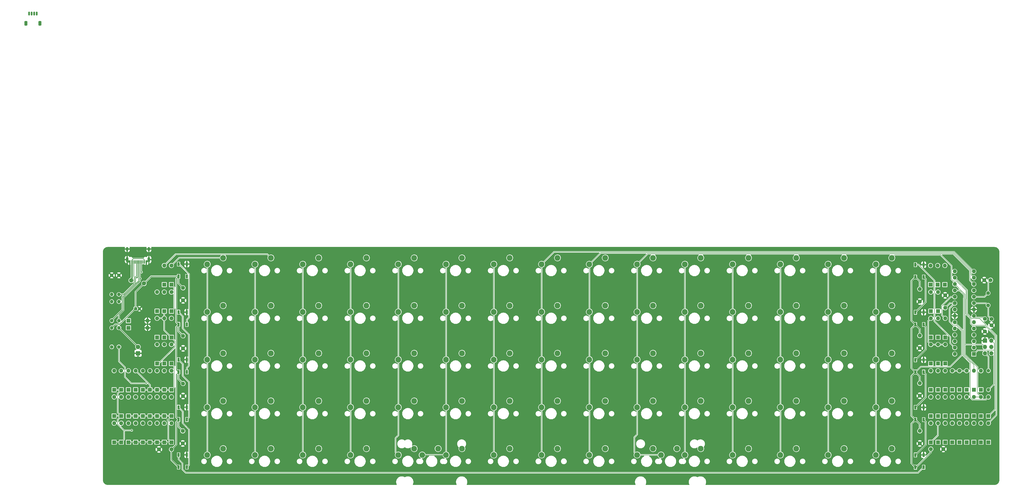
<source format=gbr>
G04 #@! TF.GenerationSoftware,KiCad,Pcbnew,8.0.7*
G04 #@! TF.CreationDate,2025-01-05T17:06:37+01:00*
G04 #@! TF.ProjectId,orthgyle,6f727468-6779-46c6-952e-6b696361645f,1*
G04 #@! TF.SameCoordinates,Original*
G04 #@! TF.FileFunction,Copper,L1,Top*
G04 #@! TF.FilePolarity,Positive*
%FSLAX46Y46*%
G04 Gerber Fmt 4.6, Leading zero omitted, Abs format (unit mm)*
G04 Created by KiCad (PCBNEW 8.0.7) date 2025-01-05 17:06:37*
%MOMM*%
%LPD*%
G01*
G04 APERTURE LIST*
G04 Aperture macros list*
%AMRoundRect*
0 Rectangle with rounded corners*
0 $1 Rounding radius*
0 $2 $3 $4 $5 $6 $7 $8 $9 X,Y pos of 4 corners*
0 Add a 4 corners polygon primitive as box body*
4,1,4,$2,$3,$4,$5,$6,$7,$8,$9,$2,$3,0*
0 Add four circle primitives for the rounded corners*
1,1,$1+$1,$2,$3*
1,1,$1+$1,$4,$5*
1,1,$1+$1,$6,$7*
1,1,$1+$1,$8,$9*
0 Add four rect primitives between the rounded corners*
20,1,$1+$1,$2,$3,$4,$5,0*
20,1,$1+$1,$4,$5,$6,$7,0*
20,1,$1+$1,$6,$7,$8,$9,0*
20,1,$1+$1,$8,$9,$2,$3,0*%
G04 Aperture macros list end*
G04 #@! TA.AperFunction,SMDPad,CuDef*
%ADD10RoundRect,0.250000X-0.350000X-0.650000X0.350000X-0.650000X0.350000X0.650000X-0.350000X0.650000X0*%
G04 #@! TD*
G04 #@! TA.AperFunction,SMDPad,CuDef*
%ADD11RoundRect,0.150000X-0.150000X-0.625000X0.150000X-0.625000X0.150000X0.625000X-0.150000X0.625000X0*%
G04 #@! TD*
G04 #@! TA.AperFunction,ComponentPad*
%ADD12R,1.600000X1.600000*%
G04 #@! TD*
G04 #@! TA.AperFunction,ComponentPad*
%ADD13O,1.600000X1.600000*%
G04 #@! TD*
G04 #@! TA.AperFunction,ComponentPad*
%ADD14C,2.286000*%
G04 #@! TD*
G04 #@! TA.AperFunction,ComponentPad*
%ADD15C,1.600000*%
G04 #@! TD*
G04 #@! TA.AperFunction,SMDPad,CuDef*
%ADD16R,0.900000X1.500000*%
G04 #@! TD*
G04 #@! TA.AperFunction,ComponentPad*
%ADD17C,1.400000*%
G04 #@! TD*
G04 #@! TA.AperFunction,ComponentPad*
%ADD18O,1.400000X1.400000*%
G04 #@! TD*
G04 #@! TA.AperFunction,ComponentPad*
%ADD19C,1.500000*%
G04 #@! TD*
G04 #@! TA.AperFunction,SMDPad,CuDef*
%ADD20R,0.600000X1.450000*%
G04 #@! TD*
G04 #@! TA.AperFunction,SMDPad,CuDef*
%ADD21R,0.300000X1.450000*%
G04 #@! TD*
G04 #@! TA.AperFunction,ComponentPad*
%ADD22O,1.000000X2.100000*%
G04 #@! TD*
G04 #@! TA.AperFunction,ComponentPad*
%ADD23O,1.000000X1.600000*%
G04 #@! TD*
G04 #@! TA.AperFunction,ComponentPad*
%ADD24R,1.800000X1.800000*%
G04 #@! TD*
G04 #@! TA.AperFunction,ComponentPad*
%ADD25C,1.800000*%
G04 #@! TD*
G04 #@! TA.AperFunction,ComponentPad*
%ADD26C,1.710000*%
G04 #@! TD*
G04 #@! TA.AperFunction,ComponentPad*
%ADD27R,1.700000X1.700000*%
G04 #@! TD*
G04 #@! TA.AperFunction,ComponentPad*
%ADD28O,1.700000X1.700000*%
G04 #@! TD*
G04 #@! TA.AperFunction,ComponentPad*
%ADD29R,1.200000X1.200000*%
G04 #@! TD*
G04 #@! TA.AperFunction,ComponentPad*
%ADD30C,1.200000*%
G04 #@! TD*
G04 #@! TA.AperFunction,ViaPad*
%ADD31C,0.600000*%
G04 #@! TD*
G04 #@! TA.AperFunction,Conductor*
%ADD32C,0.250000*%
G04 #@! TD*
G04 #@! TA.AperFunction,Conductor*
%ADD33C,0.200000*%
G04 #@! TD*
G04 #@! TA.AperFunction,Conductor*
%ADD34C,0.500000*%
G04 #@! TD*
G04 APERTURE END LIST*
D10*
X6725000Y-5180000D03*
X1125000Y-5180000D03*
D11*
X5425000Y-1305000D03*
X4425000Y-1305000D03*
X3425000Y-1305000D03*
X2425000Y-1305000D03*
D12*
X36314215Y-151567167D03*
D13*
X36314215Y-143947167D03*
D14*
X213162447Y-156012159D03*
X206812447Y-158552159D03*
D12*
X376357447Y-162044659D03*
D13*
X376357447Y-154424659D03*
D14*
X194112447Y-156012159D03*
X187762447Y-158552159D03*
X156012447Y-156012159D03*
X149662447Y-158552159D03*
X289362447Y-175062159D03*
X283012447Y-177602159D03*
D12*
X47744947Y-172522159D03*
D13*
X47744947Y-164902159D03*
D12*
X385049742Y-162044727D03*
D13*
X385049742Y-154424727D03*
D14*
X289362447Y-156012159D03*
X283012447Y-158552159D03*
D12*
X50601811Y-151567167D03*
D13*
X50601811Y-143947167D03*
D12*
X364928095Y-172522255D03*
D13*
X364928095Y-164902255D03*
D14*
X79812447Y-136962159D03*
X73462447Y-139502159D03*
D12*
X53459311Y-151567167D03*
D13*
X53459311Y-143947167D03*
D12*
X53459287Y-120134659D03*
D13*
X53459287Y-112514659D03*
D15*
X383620986Y-123230528D03*
X383620986Y-128230528D03*
D12*
X382073167Y-172522255D03*
D13*
X382073167Y-164902255D03*
D16*
X355912447Y-125492159D03*
X359212447Y-125492159D03*
X359212447Y-120592159D03*
X355912447Y-120592159D03*
D12*
X59174311Y-130612079D03*
D13*
X59174311Y-122992079D03*
D12*
X47744299Y-162044627D03*
D13*
X47744299Y-154424627D03*
D12*
X39171727Y-172522255D03*
D13*
X39171727Y-164902255D03*
D14*
X251262447Y-175062159D03*
X244912447Y-177602159D03*
D12*
X364927447Y-151567159D03*
D13*
X364927447Y-143947159D03*
D12*
X362069947Y-120134659D03*
D13*
X362069947Y-112514659D03*
D15*
X357665252Y-167997893D03*
X357665252Y-172997893D03*
D14*
X136962447Y-136962159D03*
X130612447Y-139502159D03*
D15*
X385882447Y-107752159D03*
X383382447Y-107752159D03*
D14*
X117912447Y-136962159D03*
X111562447Y-139502159D03*
D12*
X59174311Y-141089623D03*
D13*
X59174311Y-133469623D03*
D12*
X42029947Y-172522159D03*
D13*
X42029947Y-164902159D03*
D14*
X165537447Y-175062159D03*
X159187447Y-177602159D03*
D17*
X35362447Y-105847159D03*
D18*
X35362447Y-113467159D03*
D12*
X382072447Y-162044659D03*
D13*
X382072447Y-154424659D03*
D14*
X327462447Y-98862159D03*
X321112447Y-101402159D03*
X194112447Y-117912159D03*
X187762447Y-120452159D03*
D16*
X355912447Y-144492159D03*
X359212447Y-144492159D03*
X359212447Y-139592159D03*
X355912447Y-139592159D03*
D14*
X251262447Y-136962159D03*
X244912447Y-139502159D03*
X251262447Y-156012159D03*
X244912447Y-158552159D03*
D12*
X367785595Y-172522255D03*
D13*
X367785595Y-164902255D03*
D12*
X56316799Y-120134535D03*
D13*
X56316799Y-112514535D03*
D14*
X175062447Y-98862159D03*
X168712447Y-101402159D03*
D12*
X39171727Y-151567167D03*
D13*
X39171727Y-143947167D03*
D14*
X117912447Y-175062159D03*
X111562447Y-177602159D03*
X232212447Y-175062159D03*
X225862447Y-177602159D03*
D15*
X63817500Y-130016250D03*
X63817500Y-135016250D03*
D14*
X79812447Y-175062159D03*
X73462447Y-177602159D03*
X308412447Y-175062159D03*
X302062447Y-177602159D03*
X346512447Y-98862159D03*
X340162447Y-101402159D03*
D12*
X44887447Y-172522159D03*
D13*
X44887447Y-164902159D03*
D14*
X346512447Y-136962159D03*
X340162447Y-139502159D03*
D12*
X50601799Y-162044627D03*
D13*
X50601799Y-154424627D03*
D15*
X367785607Y-118824874D03*
X367785607Y-113824874D03*
D14*
X308412447Y-98862159D03*
X302062447Y-101402159D03*
D16*
X62032447Y-182442159D03*
X65332447Y-182442159D03*
X65332447Y-177542159D03*
X62032447Y-177542159D03*
D19*
X384929947Y-117822159D03*
X384929947Y-112942159D03*
D14*
X194112447Y-175062159D03*
X187762447Y-177602159D03*
D12*
X44886799Y-162044627D03*
D13*
X44886799Y-154424627D03*
D12*
X59174311Y-151567167D03*
D13*
X59174311Y-143947167D03*
D12*
X362069947Y-162044659D03*
D13*
X362069947Y-154424659D03*
D14*
X156012447Y-136962159D03*
X149662447Y-139502159D03*
X251262447Y-98862159D03*
X244912447Y-101402159D03*
X213162447Y-117912159D03*
X206812447Y-120452159D03*
D12*
X36314227Y-172522255D03*
D13*
X36314227Y-164902255D03*
D12*
X39171727Y-162044711D03*
D13*
X39171727Y-154424711D03*
D15*
X357663750Y-111323750D03*
X357663750Y-116323750D03*
D12*
X367784947Y-162044659D03*
D13*
X367784947Y-154424659D03*
D14*
X308412447Y-117912159D03*
X302062447Y-120452159D03*
D12*
X364927447Y-120134659D03*
D13*
X364927447Y-112514659D03*
D15*
X357663750Y-129897500D03*
X357663750Y-134897500D03*
D17*
X35362447Y-134422159D03*
D18*
X35362447Y-126802159D03*
D14*
X98862447Y-98862159D03*
X92512447Y-101402159D03*
D12*
X59174947Y-172522159D03*
D13*
X59174947Y-164902159D03*
D12*
X367784947Y-141089659D03*
D13*
X367784947Y-133469659D03*
D14*
X213162447Y-136962159D03*
X206812447Y-139502159D03*
X175062447Y-156012159D03*
X168712447Y-158552159D03*
X98862447Y-156012159D03*
X92512447Y-158552159D03*
D12*
X42029947Y-126802159D03*
D13*
X49649947Y-126802159D03*
D12*
X362069947Y-130612159D03*
D13*
X362069947Y-122992159D03*
D16*
X62032447Y-163442159D03*
X65332447Y-163442159D03*
X65332447Y-158542159D03*
X62032447Y-158542159D03*
D14*
X251262447Y-117912159D03*
X244912447Y-120452159D03*
X117912447Y-98862159D03*
X111562447Y-101402159D03*
X232212447Y-136962159D03*
X225862447Y-139502159D03*
D12*
X59174311Y-162044727D03*
D13*
X59174311Y-154424727D03*
D12*
X56316799Y-141089623D03*
D13*
X56316799Y-133469623D03*
D12*
X56316811Y-151567167D03*
D13*
X56316811Y-143947167D03*
D17*
X38219947Y-134422159D03*
D18*
X38219947Y-126802159D03*
D14*
X156012447Y-175062159D03*
X149662447Y-177602159D03*
X346512447Y-117912159D03*
X340162447Y-120452159D03*
D20*
X49123697Y-100464659D03*
X48323697Y-100464659D03*
D21*
X47123697Y-100464659D03*
X46123697Y-100464659D03*
X45623697Y-100464659D03*
X44623697Y-100464659D03*
D20*
X43423697Y-100464659D03*
X42623697Y-100464659D03*
X42623697Y-100464659D03*
X43423697Y-100464659D03*
D21*
X44123697Y-100464659D03*
X45123697Y-100464659D03*
X46623697Y-100464659D03*
X47623697Y-100464659D03*
D20*
X48323697Y-100464659D03*
X49123697Y-100464659D03*
D22*
X50193697Y-99549659D03*
D23*
X50193697Y-95369659D03*
D22*
X41553697Y-99549659D03*
D23*
X41553697Y-95369659D03*
D24*
X45839947Y-136962159D03*
D25*
X45839947Y-134422159D03*
D12*
X47744311Y-151567167D03*
D13*
X47744311Y-143947167D03*
D12*
X362069947Y-141089659D03*
D13*
X362069947Y-133469659D03*
D16*
X62032447Y-106242159D03*
X65332447Y-106242159D03*
X65332447Y-101342159D03*
X62032447Y-101342159D03*
D14*
X232212447Y-117912159D03*
X225862447Y-120452159D03*
X194112447Y-98862159D03*
X187762447Y-101402159D03*
D12*
X379214947Y-162044659D03*
D13*
X379214947Y-154424659D03*
D14*
X79812447Y-156012159D03*
X73462447Y-158552159D03*
D12*
X370643095Y-172522255D03*
D13*
X370643095Y-164902255D03*
D12*
X364927447Y-141089659D03*
D13*
X364927447Y-133469659D03*
D12*
X56316799Y-130612079D03*
D13*
X56316799Y-122992079D03*
D12*
X59174311Y-120134535D03*
D13*
X59174311Y-112514535D03*
D12*
X370642447Y-151567159D03*
D13*
X370642447Y-143947159D03*
D15*
X386240372Y-123289898D03*
X386240372Y-125789898D03*
D14*
X175062447Y-175062159D03*
X168712447Y-177602159D03*
X270312447Y-136962159D03*
X263962447Y-139502159D03*
D12*
X50602447Y-172522159D03*
D13*
X50602447Y-164902159D03*
D14*
X289362447Y-136962159D03*
X283012447Y-139502159D03*
D12*
X382072447Y-151567159D03*
D13*
X382072447Y-143947159D03*
D12*
X370642447Y-162044659D03*
D13*
X370642447Y-154424659D03*
D15*
X63698705Y-167998216D03*
X63698705Y-172998216D03*
D12*
X376357447Y-151567159D03*
D13*
X376357447Y-143947159D03*
D14*
X270312447Y-156012159D03*
X263962447Y-158552159D03*
D12*
X53459287Y-141089623D03*
D13*
X53459287Y-133469623D03*
D12*
X53459287Y-130612079D03*
D13*
X53459287Y-122992079D03*
D12*
X373499947Y-151567159D03*
D13*
X373499947Y-143947159D03*
D14*
X79812447Y-98862159D03*
X73462447Y-101402159D03*
D12*
X56317447Y-172522159D03*
D13*
X56317447Y-164902159D03*
D16*
X355912447Y-106492159D03*
X359212447Y-106492159D03*
X359212447Y-101592159D03*
X355912447Y-101592159D03*
D12*
X36314215Y-162044711D03*
D13*
X36314215Y-154424711D03*
D12*
X367665000Y-109537500D03*
D13*
X367665000Y-101917500D03*
D14*
X117912447Y-156012159D03*
X111562447Y-158552159D03*
X260787447Y-175062159D03*
X254437447Y-177602159D03*
D15*
X362070583Y-175260736D03*
X367070583Y-175260736D03*
D12*
X362069947Y-151567159D03*
D13*
X362069947Y-143947159D03*
D12*
X56316799Y-162044627D03*
D13*
X56316799Y-154424627D03*
D17*
X385049742Y-143947167D03*
D18*
X385049742Y-151567167D03*
D12*
X373499947Y-162044659D03*
D13*
X373499947Y-154424659D03*
D16*
X62032447Y-144442159D03*
X65332447Y-144442159D03*
X65332447Y-139542159D03*
X62032447Y-139542159D03*
D12*
X361950000Y-109537500D03*
D13*
X361950000Y-101917500D03*
D16*
X355913711Y-163492316D03*
X359213711Y-163492316D03*
X359213711Y-158592316D03*
X355913711Y-158592316D03*
D12*
X364807500Y-109537500D03*
D13*
X364807500Y-101917500D03*
D14*
X289362447Y-98862159D03*
X283012447Y-101402159D03*
X327462447Y-175062159D03*
X321112447Y-177602159D03*
X136962447Y-156012159D03*
X130612447Y-158552159D03*
D12*
X362070583Y-172522159D03*
D13*
X362070583Y-164902159D03*
D14*
X270312447Y-117912159D03*
X263962447Y-120452159D03*
X270312447Y-175062159D03*
X263962447Y-177602159D03*
X327462447Y-156012159D03*
X321112447Y-158552159D03*
X232212447Y-98862159D03*
X225862447Y-101402159D03*
X270312447Y-98862159D03*
X263962447Y-101402159D03*
D12*
X364927447Y-162044659D03*
D13*
X364927447Y-154424659D03*
D14*
X213162447Y-98862159D03*
X206812447Y-101402159D03*
X194112447Y-136962159D03*
X187762447Y-139502159D03*
X232212447Y-156012159D03*
X225862447Y-158552159D03*
X98862447Y-117912159D03*
X92512447Y-120452159D03*
D15*
X63817500Y-149066250D03*
X63817500Y-154066250D03*
D14*
X117912447Y-117912159D03*
X111562447Y-120452159D03*
D12*
X376358095Y-172522255D03*
D13*
X376358095Y-164902255D03*
D12*
X379214947Y-151567159D03*
D13*
X379214947Y-143947159D03*
D14*
X213162447Y-175062159D03*
X206812447Y-177602159D03*
D12*
X53459947Y-172522159D03*
D13*
X53459947Y-164902159D03*
D14*
X98862447Y-175062159D03*
X92512447Y-177602159D03*
D26*
X43121155Y-107862108D03*
X48221155Y-109062108D03*
D17*
X35362447Y-123944659D03*
D18*
X35362447Y-116324659D03*
D15*
X357663750Y-148947500D03*
X357663750Y-153947500D03*
D14*
X308412447Y-136962159D03*
X302062447Y-139502159D03*
D27*
X383654947Y-131897159D03*
D28*
X386194947Y-131897159D03*
X383654947Y-134437159D03*
X386194947Y-134437159D03*
X383654947Y-136977159D03*
X386194947Y-136977159D03*
D14*
X156012447Y-98862159D03*
X149662447Y-101402159D03*
D16*
X355912447Y-182492159D03*
X359212447Y-182492159D03*
X359212447Y-177592159D03*
X355912447Y-177592159D03*
D12*
X59174311Y-109537928D03*
D13*
X59174311Y-101917928D03*
D17*
X38219947Y-123944659D03*
D18*
X38219947Y-116324659D03*
D12*
X42029947Y-123944659D03*
D13*
X49649947Y-123944659D03*
D14*
X327462447Y-136962159D03*
X321112447Y-139502159D03*
X79812447Y-117912159D03*
X73462447Y-120452159D03*
D12*
X385049742Y-172522255D03*
D13*
X385049742Y-164902255D03*
D12*
X379215595Y-172522255D03*
D13*
X379215595Y-164902255D03*
D14*
X156012447Y-117912159D03*
X149662447Y-120452159D03*
D12*
X42029239Y-151567167D03*
D13*
X42029239Y-143947167D03*
D14*
X175062447Y-136962159D03*
X168712447Y-139502159D03*
D12*
X379214947Y-137279659D03*
D13*
X379214947Y-134739659D03*
X379214947Y-132199659D03*
X379214947Y-129659659D03*
X379214947Y-127119659D03*
X379214947Y-124579659D03*
X379214947Y-122039659D03*
X379214947Y-119499659D03*
X379214947Y-116959659D03*
X379214947Y-114419659D03*
X379214947Y-111879659D03*
X379214947Y-109339659D03*
X379214947Y-106799659D03*
X379214947Y-104259659D03*
X371594947Y-104259659D03*
X371594947Y-106799659D03*
X371594947Y-109339659D03*
X371594947Y-111879659D03*
X371594947Y-114419659D03*
X371594947Y-116959659D03*
X371594947Y-119499659D03*
X371594947Y-122039659D03*
X371594947Y-124579659D03*
X371594947Y-127119659D03*
X371594947Y-129659659D03*
X371594947Y-132199659D03*
X371594947Y-134739659D03*
X371594947Y-137279659D03*
D15*
X63817500Y-110847500D03*
X63817500Y-115847500D03*
D12*
X42029239Y-162044711D03*
D13*
X42029239Y-154424711D03*
D12*
X44886751Y-151567167D03*
D13*
X44886751Y-143947167D03*
D14*
X136962447Y-175062159D03*
X130612447Y-177602159D03*
X346512447Y-156012159D03*
X340162447Y-158552159D03*
D15*
X59174311Y-175379799D03*
X54174311Y-175379799D03*
D17*
X38219947Y-105847159D03*
D18*
X38219947Y-113467159D03*
D14*
X136962447Y-98862159D03*
X130612447Y-101402159D03*
D12*
X364927447Y-130612159D03*
D13*
X364927447Y-122992159D03*
D12*
X53459299Y-162044627D03*
D13*
X53459299Y-154424627D03*
D14*
X308412447Y-156012159D03*
X302062447Y-158552159D03*
D12*
X373500595Y-172522255D03*
D13*
X373500595Y-164902255D03*
D16*
X62032447Y-125442159D03*
X65332447Y-125442159D03*
X65332447Y-120542159D03*
X62032447Y-120542159D03*
D14*
X346512447Y-175062159D03*
X340162447Y-177602159D03*
D29*
X44887447Y-119182463D03*
D30*
X46387447Y-119182463D03*
D12*
X367784947Y-130612159D03*
D13*
X367784947Y-122992159D03*
D14*
X327462447Y-117912159D03*
X321112447Y-120452159D03*
X136962447Y-117912159D03*
X130612447Y-120452159D03*
X175062447Y-117912159D03*
X168712447Y-120452159D03*
D12*
X367784947Y-151567159D03*
D13*
X367784947Y-143947159D03*
D12*
X56316799Y-109537928D03*
D13*
X56316799Y-101917928D03*
D14*
X289362447Y-117912159D03*
X283012447Y-120452159D03*
X98862447Y-136962159D03*
X92512447Y-139502159D03*
D31*
X86797567Y-142042559D03*
X86916630Y-122992479D03*
X334567670Y-161092639D03*
X334567670Y-122992479D03*
X334686733Y-139661299D03*
X57864618Y-163592562D03*
X43338932Y-167759767D03*
X49173019Y-148948213D03*
X47248697Y-104537616D03*
X45423697Y-106799911D03*
X46726665Y-107162859D03*
D32*
X355912447Y-106492159D02*
X354331488Y-108073118D01*
X356162447Y-182492159D02*
X362070583Y-176584023D01*
X354331488Y-180911200D02*
X355912447Y-182492159D01*
X62032447Y-106242159D02*
X62032447Y-109062447D01*
X62032447Y-147281197D02*
X62032447Y-144442159D01*
X62072447Y-144492159D02*
X61079959Y-143499671D01*
X59174311Y-179594023D02*
X59174311Y-175379799D01*
X354331488Y-142911200D02*
X355912447Y-144492159D01*
D33*
X369571552Y-118983054D02*
X369571552Y-124301772D01*
D32*
X44887447Y-112395816D02*
X44887447Y-119182463D01*
X44648225Y-119182463D02*
X38337886Y-125492802D01*
D33*
X371119371Y-125849591D02*
X372299193Y-125849591D01*
X385049742Y-138371954D02*
X383654947Y-136977159D01*
D32*
X51041104Y-106242159D02*
X62032447Y-106242159D01*
D33*
X358005258Y-142399348D02*
X355912447Y-144492159D01*
D32*
X48221155Y-109062108D02*
X44887447Y-112395816D01*
D33*
X374453135Y-137636828D02*
X369690615Y-142399348D01*
D32*
X354331488Y-165074539D02*
X354331488Y-180911200D01*
D33*
X381686348Y-122753953D02*
X383144411Y-122753953D01*
X369571552Y-124301772D02*
X371119371Y-125849591D01*
D32*
X36671804Y-125492802D02*
X35362447Y-126802159D01*
X62032447Y-166331958D02*
X62032447Y-163442159D01*
X357665252Y-167997893D02*
X357665252Y-165243857D01*
D33*
X374453135Y-128003533D02*
X374453135Y-137636828D01*
D32*
X48221155Y-109062108D02*
X51041104Y-106242159D01*
X357663750Y-111323750D02*
X357663750Y-108243462D01*
X61079958Y-164484648D02*
X62072447Y-163492159D01*
X59174311Y-175379799D02*
X61079958Y-173474152D01*
D33*
X369650822Y-116959659D02*
X371594947Y-116959659D01*
D32*
X44887447Y-119182463D02*
X44648225Y-119182463D01*
X62032447Y-109062447D02*
X63817500Y-110847500D01*
X357663750Y-148947500D02*
X357663750Y-146243462D01*
X61079959Y-143499671D02*
X61079959Y-126484647D01*
X354331488Y-123911200D02*
X355912447Y-125492159D01*
D33*
X379914947Y-122739659D02*
X381672054Y-122739659D01*
D32*
X63817500Y-130016250D02*
X62032447Y-128231197D01*
X357665252Y-165243857D02*
X355913711Y-163492316D01*
X357663750Y-146243462D02*
X355912447Y-144492159D01*
D33*
X372299193Y-125849591D02*
X374453135Y-128003533D01*
X379214947Y-122039659D02*
X379914947Y-122739659D01*
D32*
X61079958Y-173474152D02*
X61079958Y-164484648D01*
X355912447Y-182492159D02*
X356162447Y-182492159D01*
D33*
X383144411Y-122753953D02*
X383620986Y-123230528D01*
X371594947Y-116959659D02*
X369571552Y-118983054D01*
X367785607Y-118824874D02*
X369650822Y-116959659D01*
D32*
X362070583Y-176584023D02*
X362070583Y-175260736D01*
X62072447Y-163492159D02*
X61079959Y-162499671D01*
X355912447Y-144492159D02*
X354331488Y-146073118D01*
X62032447Y-128231197D02*
X62032447Y-125442159D01*
X357663750Y-129897500D02*
X357663750Y-127243462D01*
X61079959Y-145484647D02*
X62072447Y-144492159D01*
X357663750Y-108243462D02*
X355912447Y-106492159D01*
D33*
X381672054Y-122739659D02*
X381686348Y-122753953D01*
D32*
X357663750Y-127243462D02*
X355912447Y-125492159D01*
D33*
X385049742Y-143947167D02*
X385049742Y-138371954D01*
D32*
X38337886Y-125492802D02*
X36671804Y-125492802D01*
X61079959Y-124499671D02*
X61079959Y-107194647D01*
X354331488Y-146073118D02*
X354331488Y-161910093D01*
X62072447Y-182492159D02*
X59174311Y-179594023D01*
X354331488Y-161910093D02*
X355913711Y-163492316D01*
X61079959Y-162499671D02*
X61079959Y-145484647D01*
X63698705Y-167998216D02*
X62032447Y-166331958D01*
X355913711Y-163492316D02*
X354331488Y-165074539D01*
X61079959Y-107194647D02*
X62032447Y-106242159D01*
X354331488Y-108073118D02*
X354331488Y-123911200D01*
X354331488Y-127073118D02*
X354331488Y-142911200D01*
D33*
X369690615Y-142399348D02*
X358005258Y-142399348D01*
D32*
X63817500Y-149066250D02*
X62032447Y-147281197D01*
X355912447Y-125492159D02*
X354331488Y-127073118D01*
X62072447Y-125492159D02*
X61079959Y-124499671D01*
X61079959Y-126484647D02*
X62072447Y-125492159D01*
D34*
X42468697Y-100464659D02*
X41553697Y-99549659D01*
X49123697Y-100464659D02*
X49278697Y-100464659D01*
X49278697Y-100464659D02*
X50193697Y-99549659D01*
X42623697Y-100464659D02*
X42468697Y-100464659D01*
D33*
X60603067Y-134541190D02*
X54054634Y-141089623D01*
X56316799Y-122992079D02*
X53459287Y-122992079D01*
X377786899Y-140673208D02*
X377786899Y-154552246D01*
X374853135Y-127837847D02*
X374853135Y-137739444D01*
X56316799Y-122992079D02*
X56316799Y-127754567D01*
X60274311Y-110637928D02*
X60274311Y-119034535D01*
X59174311Y-130612079D02*
X60603067Y-132040835D01*
X378759312Y-155524659D02*
X383949810Y-155524659D01*
X371594947Y-124579659D02*
X374853135Y-127837847D01*
X54054634Y-141089623D02*
X53459287Y-141089623D01*
X56435862Y-123111142D02*
X56316799Y-122992079D01*
X374853135Y-137739444D02*
X377786899Y-140673208D01*
X60274311Y-119034535D02*
X59174311Y-120134535D01*
X383949810Y-155524659D02*
X385049742Y-154424727D01*
X59174311Y-109537928D02*
X60274311Y-110637928D01*
X56316799Y-122992079D02*
X56316799Y-120134535D01*
X377786899Y-154552246D02*
X378759312Y-155524659D01*
X60603067Y-132040835D02*
X60603067Y-134541190D01*
X56316799Y-127754567D02*
X59174311Y-130612079D01*
X45020502Y-143947167D02*
X44886751Y-143947167D01*
X360969947Y-132369659D02*
X362069947Y-133469659D01*
X362069947Y-133469659D02*
X364927447Y-133469659D01*
X371594947Y-114419659D02*
X370047688Y-114419659D01*
X60274311Y-150467167D02*
X59174311Y-151567167D01*
X366475914Y-121683126D02*
X368023393Y-123230605D01*
X59174311Y-141089623D02*
X60274311Y-142189623D01*
X367784947Y-133469659D02*
X364927447Y-133469659D01*
X366475914Y-117991433D02*
X366475914Y-121683126D01*
X50601811Y-151567167D02*
X50601811Y-149528476D01*
X362069947Y-122992159D02*
X360969947Y-124092159D01*
X50601811Y-149528476D02*
X45020502Y-143947167D01*
X56317447Y-151567159D02*
X59174947Y-151567159D01*
X47744947Y-151567159D02*
X50602447Y-151567159D01*
X53459947Y-151567159D02*
X56317447Y-151567159D01*
X370047688Y-114419659D02*
X366475914Y-117991433D01*
X60274311Y-142189623D02*
X60274311Y-150467167D01*
X50602447Y-151567159D02*
X53459947Y-151567159D01*
X360969947Y-124092159D02*
X360969947Y-132369659D01*
X375291261Y-114906198D02*
X375291261Y-113601659D01*
X47744947Y-162044659D02*
X50602447Y-162044659D01*
X375253135Y-114944324D02*
X375291261Y-114906198D01*
X42029255Y-162044743D02*
X42029239Y-162044727D01*
X373569261Y-111879659D02*
X371594947Y-111879659D01*
X53459947Y-162044659D02*
X56317447Y-162044659D01*
X50602447Y-162044659D02*
X53459947Y-162044659D01*
X370642447Y-143947159D02*
X373499947Y-143947159D01*
X379214947Y-143947159D02*
X379214947Y-141535570D01*
X47744311Y-162044659D02*
X44886835Y-162044659D01*
X56317447Y-162044659D02*
X59174947Y-162044659D01*
X379214947Y-141535570D02*
X375253135Y-137573758D01*
X44886751Y-162044743D02*
X42029255Y-162044743D01*
X44886835Y-162044659D02*
X44886751Y-162044743D01*
X373499947Y-143947159D02*
X376357447Y-143947159D01*
X375253135Y-137573758D02*
X375253135Y-114944324D01*
X375291261Y-113601659D02*
X373569261Y-111879659D01*
X375691261Y-113435973D02*
X371594947Y-109339659D01*
D32*
X50602447Y-172522159D02*
X53459947Y-172522159D01*
X42029947Y-172522159D02*
X44887447Y-172522159D01*
D33*
X57864618Y-171211830D02*
X59174947Y-172522159D01*
X383654947Y-134437159D02*
X382687411Y-133469623D01*
X57864618Y-163592562D02*
X57864618Y-171211830D01*
X382687411Y-133469623D02*
X375653135Y-133469623D01*
X380645051Y-142399988D02*
X380645051Y-152997263D01*
X375653135Y-133817442D02*
X375653135Y-115110010D01*
X380645051Y-152997263D02*
X382072447Y-154424659D01*
D32*
X56317447Y-172522159D02*
X59174947Y-172522159D01*
D33*
X379214947Y-154424659D02*
X382072447Y-154424659D01*
D32*
X44887447Y-172522159D02*
X47744947Y-172522159D01*
D33*
X375653135Y-137408072D02*
X380645051Y-142399988D01*
D32*
X47744947Y-172522159D02*
X50602447Y-172522159D01*
X53459947Y-172522159D02*
X56317447Y-172522159D01*
D33*
X375653135Y-115110010D02*
X375691261Y-115071884D01*
X375653135Y-133817442D02*
X375653135Y-137408072D01*
X375691261Y-115071884D02*
X375691261Y-113435973D01*
X36314947Y-162044711D02*
X39172447Y-162044711D01*
X364928095Y-164902255D02*
X364928095Y-169664647D01*
X376491261Y-115403255D02*
X376453135Y-115441381D01*
X36314227Y-151567187D02*
X36433278Y-151448136D01*
X43338932Y-167759767D02*
X40271727Y-167759767D01*
X37742971Y-165231011D02*
X37742971Y-163474187D01*
X376491261Y-111695972D02*
X376491261Y-115403255D01*
X388144947Y-129778237D02*
X388144947Y-161687159D01*
X388144947Y-161687159D02*
X384929947Y-164902159D01*
X39171727Y-172522255D02*
X40271727Y-171422255D01*
X37742971Y-152995955D02*
X39171727Y-151567199D01*
X376453135Y-121063000D02*
X378529794Y-123139659D01*
X378529794Y-123139659D02*
X381506369Y-123139659D01*
X364928095Y-169664647D02*
X362070583Y-172522159D01*
X37742971Y-163474187D02*
X39172447Y-162044711D01*
X36314227Y-151567199D02*
X36314227Y-151567187D01*
X371594947Y-106799659D02*
X372504493Y-107709204D01*
X381506369Y-123139659D02*
X388144947Y-129778237D01*
X39172447Y-162044711D02*
X37742971Y-160615235D01*
D32*
X36314947Y-172522159D02*
X39172447Y-172522159D01*
D33*
X39171727Y-151567199D02*
X36314227Y-151567199D01*
X37742971Y-160615235D02*
X37742971Y-152995955D01*
X376453135Y-115441381D02*
X376453135Y-121063000D01*
X40271727Y-171422255D02*
X40271727Y-167759767D01*
X40271727Y-167759767D02*
X37742971Y-165231011D01*
X372504493Y-107709204D02*
X376491261Y-111695972D01*
X384929947Y-108704659D02*
X385882447Y-107752159D01*
X379214947Y-114419659D02*
X383452447Y-114419659D01*
X384929947Y-112942159D02*
X384929947Y-108704659D01*
X383452447Y-114419659D02*
X384929947Y-112942159D01*
X387344947Y-133047159D02*
X386194947Y-131897159D01*
X387344947Y-149271962D02*
X385049742Y-151567167D01*
X380762786Y-135731820D02*
X387344947Y-135731820D01*
X379214947Y-137279659D02*
X380762786Y-135731820D01*
X387344947Y-134984434D02*
X387344947Y-133047159D01*
X387344947Y-135731820D02*
X387344947Y-134984434D01*
X387344947Y-134984434D02*
X387344947Y-149271962D01*
X384929947Y-122039659D02*
X385882447Y-122992159D01*
X384067447Y-116959659D02*
X384929947Y-117822159D01*
X384929947Y-117822159D02*
X384929947Y-122039659D01*
X379214947Y-116959659D02*
X384067447Y-116959659D01*
X263962447Y-177602159D02*
X263962447Y-158552159D01*
X130612447Y-139502159D02*
X130612447Y-158552159D01*
X130612447Y-158552159D02*
X130612447Y-177602159D01*
X263962447Y-139502159D02*
X263962447Y-120452159D01*
X263962447Y-101402159D02*
X263962447Y-120452159D01*
X263962447Y-158552159D02*
X263962447Y-139502159D01*
X130612447Y-120452159D02*
X130612447Y-139502159D01*
X130612447Y-101402159D02*
X130612447Y-120452159D01*
X73462447Y-120452159D02*
X73462447Y-139502159D01*
X371430159Y-96474871D02*
X211739735Y-96474871D01*
X73462447Y-158552159D02*
X73462447Y-177602159D01*
X211739735Y-96474871D02*
X206812447Y-101402159D01*
X379214947Y-104259659D02*
X371430159Y-96474871D01*
X206812447Y-101402159D02*
X206812447Y-120452159D01*
X206812447Y-139502159D02*
X206812447Y-158552159D01*
X206812447Y-158552159D02*
X206812447Y-177602159D01*
X73462447Y-101402159D02*
X73462447Y-120452159D01*
X73462447Y-139502159D02*
X73462447Y-158552159D01*
X206812447Y-120452159D02*
X206812447Y-139502159D01*
X92512447Y-120452159D02*
X92512447Y-139502159D01*
X92512447Y-158552159D02*
X92512447Y-177602159D01*
X225862447Y-158552159D02*
X225862447Y-139502159D01*
X92512447Y-101402159D02*
X92512447Y-120452159D01*
X378114947Y-105699659D02*
X378114947Y-103725345D01*
X371264473Y-96874871D02*
X230389735Y-96874871D01*
X225862447Y-120452159D02*
X225862447Y-101402159D01*
X225862447Y-139502159D02*
X225862447Y-120452159D01*
X379214947Y-106799659D02*
X378114947Y-105699659D01*
X92512447Y-139502159D02*
X92512447Y-158552159D01*
X225862447Y-177602159D02*
X225862447Y-158552159D01*
X230389735Y-96874871D02*
X225862447Y-101402159D01*
X378114947Y-103725345D02*
X371264473Y-96874871D01*
X244912447Y-120452159D02*
X244912447Y-139502159D01*
X243841664Y-170498616D02*
X243841664Y-176531376D01*
X111562447Y-139502159D02*
X111562447Y-120452159D01*
X111562447Y-177602159D02*
X111562447Y-158552159D01*
X371098787Y-97274871D02*
X249039735Y-97274871D01*
X244912447Y-158552159D02*
X244912447Y-169427833D01*
X377714947Y-107839659D02*
X377714947Y-103891031D01*
X111562447Y-120452159D02*
X111562447Y-101402159D01*
X244912447Y-101402159D02*
X244912447Y-120452159D01*
X379214947Y-109339659D02*
X377714947Y-107839659D01*
X377714947Y-103891031D02*
X371098787Y-97274871D01*
X244912447Y-169427833D02*
X243841664Y-170498616D01*
X244912447Y-139502159D02*
X244912447Y-158552159D01*
X111562447Y-158552159D02*
X111562447Y-139502159D01*
X243841664Y-176531376D02*
X244912447Y-177602159D01*
X249039735Y-97274871D02*
X244912447Y-101402159D01*
X244912447Y-177602159D02*
X254437447Y-177602159D01*
X149662447Y-169784622D02*
X149662447Y-158552159D01*
X283012447Y-139502159D02*
X283012447Y-158552159D01*
X149662447Y-120452159D02*
X149662447Y-101402159D01*
X149662447Y-158552159D02*
X149662447Y-139502159D01*
X148591264Y-176530976D02*
X148591264Y-170855805D01*
X283012447Y-101402159D02*
X283012447Y-120452159D01*
X283012447Y-158552159D02*
X283012447Y-177602159D01*
X149662447Y-177602159D02*
X148591264Y-176530976D01*
X149662447Y-139502159D02*
X149662447Y-120452159D01*
X148591264Y-170855805D02*
X149662447Y-169784622D01*
X283012447Y-120452159D02*
X283012447Y-139502159D01*
X168712447Y-158552159D02*
X168712447Y-177602159D01*
X302062447Y-101402159D02*
X302062447Y-120452159D01*
D32*
X159187447Y-177602159D02*
X168712447Y-177602159D01*
D33*
X302062447Y-158552159D02*
X302062447Y-139502159D01*
X168712447Y-101402159D02*
X168712447Y-120452159D01*
X302062447Y-139502159D02*
X302062447Y-120452159D01*
X168712447Y-120452159D02*
X168712447Y-139502159D01*
X168712447Y-139502159D02*
X168712447Y-158552159D01*
X302062447Y-177602159D02*
X302062447Y-158552159D01*
X79812447Y-98862159D02*
X62230080Y-98862159D01*
X62230080Y-98862159D02*
X59174311Y-101917928D01*
X59174311Y-122992079D02*
X59055248Y-123111142D01*
X40601123Y-146447890D02*
X40601123Y-142518336D01*
X43101446Y-148948213D02*
X40601123Y-146447890D01*
X40601123Y-142518336D02*
X38219947Y-140137160D01*
X49173019Y-148948213D02*
X43101446Y-148948213D01*
X38219947Y-140137160D02*
X38219947Y-134422159D01*
X363499339Y-107871078D02*
X363499339Y-124126551D01*
X369809678Y-132954390D02*
X371594947Y-134739659D01*
X363499339Y-124126551D02*
X369809678Y-130436890D01*
X355912447Y-101592159D02*
X357220420Y-101592159D01*
X357220420Y-101592159D02*
X363499339Y-107871078D01*
X369809678Y-130436890D02*
X369809678Y-132954390D01*
D32*
X43883697Y-99179659D02*
X47933748Y-99179659D01*
X48323697Y-99569608D02*
X48323697Y-100464659D01*
X43423697Y-99639659D02*
X43883697Y-99179659D01*
D34*
X43423697Y-100464659D02*
X43423697Y-107559566D01*
D32*
X43423697Y-100464659D02*
X43423697Y-99639659D01*
X47933748Y-99179659D02*
X48323697Y-99569608D01*
X44123697Y-100464659D02*
X44123697Y-106155520D01*
X44348697Y-109160411D02*
X40041949Y-113467159D01*
X44123697Y-106155520D02*
X44348697Y-106380520D01*
X40041949Y-113467159D02*
X38219947Y-113467159D01*
X44348697Y-106380520D02*
X44348697Y-109160411D01*
X47123697Y-104412616D02*
X47123697Y-100464659D01*
X47248697Y-104537616D02*
X47123697Y-104412616D01*
X45839947Y-134422159D02*
X38219947Y-126802159D01*
X46123697Y-100464659D02*
X46123697Y-106881943D01*
X46123697Y-106881943D02*
X46101665Y-106903975D01*
X44798697Y-109330843D02*
X44806679Y-109338825D01*
X46101665Y-108043839D02*
X39523931Y-114621573D01*
X39523931Y-119623260D02*
X35362447Y-123784744D01*
X46101665Y-106903975D02*
X46101665Y-108043839D01*
X45123697Y-106087353D02*
X44798697Y-106412353D01*
X39523931Y-114621573D02*
X39523931Y-119623260D01*
X44798697Y-106412353D02*
X44798697Y-109330843D01*
X45123697Y-100464659D02*
X45123697Y-106087353D01*
X39979556Y-114802344D02*
X39979556Y-119804031D01*
X38219947Y-121563640D02*
X38219947Y-123944659D01*
X39979556Y-119804031D02*
X38219947Y-121563640D01*
X46623697Y-108158203D02*
X39979556Y-114802344D01*
X46623697Y-100464659D02*
X46623697Y-108158203D01*
X45423697Y-106799911D02*
X45623697Y-106599911D01*
X45623697Y-106599911D02*
X45623697Y-100464659D01*
X355912447Y-120592159D02*
X360046512Y-116458094D01*
X360046512Y-107326224D02*
X359212447Y-106492159D01*
X360046512Y-116458094D02*
X360046512Y-107326224D01*
X355912447Y-139592159D02*
X360046512Y-135458094D01*
X360046512Y-135458094D02*
X360046512Y-126326224D01*
X360046512Y-126326224D02*
X359212447Y-125492159D01*
X360046512Y-154459515D02*
X360046512Y-145326224D01*
X355913711Y-158592316D02*
X360046512Y-154459515D01*
X360046512Y-145326224D02*
X359212447Y-144492159D01*
X360046512Y-173458094D02*
X360046512Y-164325117D01*
X355912447Y-177592159D02*
X360046512Y-173458094D01*
X360046512Y-164325117D02*
X359213711Y-163492316D01*
D33*
X63698705Y-160208417D02*
X62032447Y-158542159D01*
X63698705Y-164902255D02*
X63698705Y-160208417D01*
X65332447Y-182442159D02*
X66199028Y-181575578D01*
X66199028Y-181575578D02*
X66199028Y-167402578D01*
X66199028Y-167402578D02*
X63698705Y-164902255D01*
X65332447Y-163442159D02*
X66199028Y-162575578D01*
X63698705Y-141208417D02*
X62032447Y-139542159D01*
X66199028Y-162575578D02*
X66199028Y-148471561D01*
X63698705Y-145971238D02*
X63698705Y-141208417D01*
X66199028Y-148471561D02*
X63698705Y-145971238D01*
X63698705Y-122208417D02*
X62032447Y-120542159D01*
X66082447Y-137043995D02*
X66079965Y-137041513D01*
X65332447Y-144442159D02*
X65332447Y-142723157D01*
X65332447Y-142723157D02*
X66082447Y-141973157D01*
X66079965Y-129361949D02*
X63698705Y-126980689D01*
X66079965Y-137041513D02*
X66079965Y-129361949D01*
X66082447Y-141973157D02*
X66082447Y-137043995D01*
X63698705Y-126980689D02*
X63698705Y-122208417D01*
X66199028Y-122687433D02*
X66199028Y-105251692D01*
X65332447Y-123554014D02*
X66199028Y-122687433D01*
X62289495Y-101342159D02*
X62032447Y-101342159D01*
X65332447Y-125442159D02*
X65332447Y-123554014D01*
X66199028Y-105251692D02*
X62289495Y-101342159D01*
X321112447Y-139502159D02*
X321112447Y-158552159D01*
X187762447Y-158552159D02*
X187762447Y-139502159D01*
X321112447Y-158552159D02*
X321112447Y-177602159D01*
X187762447Y-139502159D02*
X187762447Y-120452159D01*
X187762447Y-120452159D02*
X187762447Y-101402159D01*
X321112447Y-101402159D02*
X321112447Y-120452159D01*
X321112447Y-120452159D02*
X321112447Y-139502159D01*
X187762447Y-177602159D02*
X187762447Y-158552159D01*
X340162447Y-120452159D02*
X340162447Y-101402159D01*
X340162447Y-177602159D02*
X340162447Y-158552159D01*
X340162447Y-139502159D02*
X340162447Y-120452159D01*
X340162447Y-158552159D02*
X340162447Y-139502159D01*
X62032447Y-179309262D02*
X63580282Y-180857097D01*
X357037893Y-184666713D02*
X359212447Y-182492159D01*
X62032447Y-177542159D02*
X62032447Y-179309262D01*
X63580282Y-183357660D02*
X64889335Y-184666713D01*
X63580282Y-180857097D02*
X63580282Y-183357660D01*
X64889335Y-184666713D02*
X357037893Y-184666713D01*
X98862447Y-98862159D02*
X97419447Y-97419159D01*
X60815568Y-97419159D02*
X56316799Y-101917928D01*
X97419447Y-97419159D02*
X60815568Y-97419159D01*
X378025025Y-123200576D02*
X378025025Y-125135213D01*
X366042873Y-97674871D02*
X370285930Y-101917928D01*
X347699735Y-97674871D02*
X366042873Y-97674871D01*
X372338807Y-108109204D02*
X376091261Y-111861658D01*
X371000308Y-108109204D02*
X372338807Y-108109204D01*
X376091261Y-115237569D02*
X376053135Y-115275695D01*
X387744947Y-129943923D02*
X387744947Y-159349522D01*
X383621474Y-125820450D02*
X387744947Y-129943923D01*
X376053135Y-121228686D02*
X378025025Y-123200576D01*
X376091261Y-111861658D02*
X376091261Y-115237569D01*
X346512447Y-98862159D02*
X347699735Y-97674871D01*
X378025025Y-125135213D02*
X378710262Y-125820450D01*
X370285930Y-107394826D02*
X371000308Y-108109204D01*
X370285930Y-101917928D02*
X370285930Y-107394826D01*
X378710262Y-125820450D02*
X383621474Y-125820450D01*
X376053135Y-115275695D02*
X376053135Y-121228686D01*
X387744947Y-159349522D02*
X385049742Y-162044727D01*
G04 #@! TA.AperFunction,Conductor*
G36*
X376158838Y-121759806D02*
G01*
X376165316Y-121765838D01*
X377688206Y-123288728D01*
X377721691Y-123350051D01*
X377724525Y-123376409D01*
X377724525Y-125174775D01*
X377737589Y-125223530D01*
X377745004Y-125251203D01*
X377751230Y-125261986D01*
X377769102Y-125292941D01*
X377777952Y-125308269D01*
X377781691Y-125314747D01*
X377784565Y-125319724D01*
X378469802Y-126004961D01*
X378525751Y-126060910D01*
X378525753Y-126060911D01*
X378525757Y-126060914D01*
X378601311Y-126104535D01*
X378600457Y-126106012D01*
X378647251Y-126143721D01*
X378669317Y-126210015D01*
X378652038Y-126277714D01*
X378624061Y-126310295D01*
X378504063Y-126408775D01*
X378379037Y-126561119D01*
X378379033Y-126561126D01*
X378286135Y-126734925D01*
X378228922Y-126923529D01*
X378209606Y-127119659D01*
X378228922Y-127315788D01*
X378286135Y-127504392D01*
X378379033Y-127678191D01*
X378379037Y-127678198D01*
X378504063Y-127830542D01*
X378656407Y-127955568D01*
X378656414Y-127955572D01*
X378830213Y-128048470D01*
X378830216Y-128048470D01*
X378830220Y-128048473D01*
X379018815Y-128105683D01*
X379214947Y-128125000D01*
X379411079Y-128105683D01*
X379599674Y-128048473D01*
X379773485Y-127955569D01*
X379925830Y-127830542D01*
X380050857Y-127678197D01*
X380143761Y-127504386D01*
X380200971Y-127315791D01*
X380220288Y-127119659D01*
X380200971Y-126923527D01*
X380143761Y-126734932D01*
X380143758Y-126734928D01*
X380143758Y-126734925D01*
X380050860Y-126561126D01*
X380050856Y-126561119D01*
X379925830Y-126408775D01*
X379843006Y-126340803D01*
X379803672Y-126283057D01*
X379801801Y-126213212D01*
X379837989Y-126153444D01*
X379900745Y-126122729D01*
X379921671Y-126120950D01*
X383445641Y-126120950D01*
X383512680Y-126140635D01*
X383533322Y-126157269D01*
X384167650Y-126791597D01*
X384201135Y-126852920D01*
X384196151Y-126922612D01*
X384154279Y-126978545D01*
X384088815Y-127002962D01*
X384047876Y-126999053D01*
X383847596Y-126945388D01*
X383847585Y-126945386D01*
X383620988Y-126925562D01*
X383620984Y-126925562D01*
X383394386Y-126945386D01*
X383394375Y-126945388D01*
X383174668Y-127004258D01*
X383174659Y-127004262D01*
X382968502Y-127100394D01*
X382968498Y-127100396D01*
X382895512Y-127151501D01*
X382895512Y-127151502D01*
X383574540Y-127830528D01*
X383568325Y-127830528D01*
X383466592Y-127857787D01*
X383375380Y-127910448D01*
X383300906Y-127984922D01*
X383248245Y-128076134D01*
X383220986Y-128177867D01*
X383220986Y-128184080D01*
X382541960Y-127505054D01*
X382541959Y-127505054D01*
X382490854Y-127578040D01*
X382490852Y-127578044D01*
X382394720Y-127784201D01*
X382394716Y-127784210D01*
X382335846Y-128003917D01*
X382335844Y-128003928D01*
X382316020Y-128230525D01*
X382316020Y-128230530D01*
X382335844Y-128457127D01*
X382335846Y-128457138D01*
X382394716Y-128676845D01*
X382394721Y-128676859D01*
X382490849Y-128883006D01*
X382541960Y-128956000D01*
X383220986Y-128276974D01*
X383220986Y-128283189D01*
X383248245Y-128384922D01*
X383300906Y-128476134D01*
X383375380Y-128550608D01*
X383466592Y-128603269D01*
X383568325Y-128630528D01*
X383574539Y-128630528D01*
X382895512Y-129309553D01*
X382968499Y-129360660D01*
X382968507Y-129360664D01*
X383174654Y-129456792D01*
X383174668Y-129456797D01*
X383394375Y-129515667D01*
X383394386Y-129515669D01*
X383620984Y-129535494D01*
X383620988Y-129535494D01*
X383847585Y-129515669D01*
X383847596Y-129515667D01*
X384067303Y-129456797D01*
X384067317Y-129456792D01*
X384273464Y-129360664D01*
X384346457Y-129309552D01*
X383667433Y-128630528D01*
X383673647Y-128630528D01*
X383775380Y-128603269D01*
X383866592Y-128550608D01*
X383941066Y-128476134D01*
X383993727Y-128384922D01*
X384020986Y-128283189D01*
X384020986Y-128276974D01*
X384700010Y-128955999D01*
X384751122Y-128883006D01*
X384847250Y-128676859D01*
X384847255Y-128676845D01*
X384906125Y-128457138D01*
X384906127Y-128457127D01*
X384925952Y-128230530D01*
X384925952Y-128230525D01*
X384906127Y-128003928D01*
X384906126Y-128003921D01*
X384852460Y-127803638D01*
X384854123Y-127733788D01*
X384893285Y-127675925D01*
X384957514Y-127648421D01*
X385026416Y-127660007D01*
X385059916Y-127683863D01*
X387408128Y-130032075D01*
X387441613Y-130093398D01*
X387444447Y-130119756D01*
X387444447Y-131561406D01*
X387424762Y-131628445D01*
X387371958Y-131674200D01*
X387302800Y-131684144D01*
X387239244Y-131655119D01*
X387201786Y-131597401D01*
X387189443Y-131556711D01*
X387170179Y-131493205D01*
X387072632Y-131310709D01*
X386977113Y-131194318D01*
X386941357Y-131150748D01*
X386823624Y-131054128D01*
X386781397Y-131019474D01*
X386598901Y-130921927D01*
X386400881Y-130861859D01*
X386400879Y-130861858D01*
X386400881Y-130861858D01*
X386194947Y-130841576D01*
X385989014Y-130861858D01*
X385790990Y-130921928D01*
X385680845Y-130980802D01*
X385608497Y-131019474D01*
X385608495Y-131019475D01*
X385608494Y-131019476D01*
X385448536Y-131150748D01*
X385317264Y-131310706D01*
X385317262Y-131310709D01*
X385252480Y-131431907D01*
X385238305Y-131458426D01*
X385189342Y-131508270D01*
X385121204Y-131523730D01*
X385055525Y-131499898D01*
X385013156Y-131444340D01*
X385004947Y-131399972D01*
X385004947Y-130999331D01*
X385004946Y-130999314D01*
X384998545Y-130939786D01*
X384998543Y-130939779D01*
X384948301Y-130805072D01*
X384948297Y-130805065D01*
X384862137Y-130689971D01*
X384862134Y-130689968D01*
X384747040Y-130603808D01*
X384747033Y-130603804D01*
X384612326Y-130553562D01*
X384612319Y-130553560D01*
X384552791Y-130547159D01*
X383904947Y-130547159D01*
X383904947Y-131464147D01*
X383847940Y-131431234D01*
X383720773Y-131397159D01*
X383589121Y-131397159D01*
X383461954Y-131431234D01*
X383404947Y-131464147D01*
X383404947Y-130547159D01*
X382757102Y-130547159D01*
X382697574Y-130553560D01*
X382697567Y-130553562D01*
X382562860Y-130603804D01*
X382562853Y-130603808D01*
X382447759Y-130689968D01*
X382447756Y-130689971D01*
X382361596Y-130805065D01*
X382361592Y-130805072D01*
X382311350Y-130939779D01*
X382311348Y-130939786D01*
X382304947Y-130999314D01*
X382304947Y-131647159D01*
X383221935Y-131647159D01*
X383189022Y-131704166D01*
X383154947Y-131831333D01*
X383154947Y-131962985D01*
X383189022Y-132090152D01*
X383221935Y-132147159D01*
X382304947Y-132147159D01*
X382304947Y-132795003D01*
X382311348Y-132854531D01*
X382311350Y-132854538D01*
X382364693Y-132997558D01*
X382362418Y-132998406D01*
X382374506Y-133053966D01*
X382350091Y-133119431D01*
X382294159Y-133161304D01*
X382250822Y-133169123D01*
X379957306Y-133169123D01*
X379890267Y-133149438D01*
X379844512Y-133096634D01*
X379834568Y-133027476D01*
X379863593Y-132963920D01*
X379878641Y-132949270D01*
X379925830Y-132910542D01*
X379957141Y-132872390D01*
X380050857Y-132758197D01*
X380143761Y-132584386D01*
X380200971Y-132395791D01*
X380220288Y-132199659D01*
X380200971Y-132003527D01*
X380143761Y-131814932D01*
X380143758Y-131814928D01*
X380143758Y-131814925D01*
X380050860Y-131641126D01*
X380050856Y-131641119D01*
X379925830Y-131488775D01*
X379773486Y-131363749D01*
X379773479Y-131363745D01*
X379599680Y-131270847D01*
X379599674Y-131270845D01*
X379411079Y-131213635D01*
X379411076Y-131213634D01*
X379214947Y-131194318D01*
X379018817Y-131213634D01*
X378830213Y-131270847D01*
X378656414Y-131363745D01*
X378656407Y-131363749D01*
X378504063Y-131488775D01*
X378379037Y-131641119D01*
X378379033Y-131641126D01*
X378286135Y-131814925D01*
X378228922Y-132003529D01*
X378209606Y-132199659D01*
X378228922Y-132395788D01*
X378286135Y-132584392D01*
X378379033Y-132758191D01*
X378379037Y-132758198D01*
X378504063Y-132910542D01*
X378551253Y-132949270D01*
X378590587Y-133007016D01*
X378592458Y-133076861D01*
X378556270Y-133136629D01*
X378493514Y-133167345D01*
X378472588Y-133169123D01*
X376077635Y-133169123D01*
X376010596Y-133149438D01*
X375964841Y-133096634D01*
X375953635Y-133045123D01*
X375953635Y-129659659D01*
X378209606Y-129659659D01*
X378228922Y-129855788D01*
X378228923Y-129855791D01*
X378282398Y-130032075D01*
X378286135Y-130044392D01*
X378379033Y-130218191D01*
X378379037Y-130218198D01*
X378504063Y-130370542D01*
X378656407Y-130495568D01*
X378656414Y-130495572D01*
X378830213Y-130588470D01*
X378830216Y-130588470D01*
X378830220Y-130588473D01*
X379018815Y-130645683D01*
X379214947Y-130665000D01*
X379411079Y-130645683D01*
X379599674Y-130588473D01*
X379773485Y-130495569D01*
X379925830Y-130370542D01*
X380050857Y-130218197D01*
X380103475Y-130119756D01*
X380143758Y-130044392D01*
X380143758Y-130044391D01*
X380143761Y-130044386D01*
X380200971Y-129855791D01*
X380220288Y-129659659D01*
X380200971Y-129463527D01*
X380143761Y-129274932D01*
X380143758Y-129274928D01*
X380143758Y-129274925D01*
X380050860Y-129101126D01*
X380050856Y-129101119D01*
X379925830Y-128948775D01*
X379773486Y-128823749D01*
X379773479Y-128823745D01*
X379599680Y-128730847D01*
X379599674Y-128730845D01*
X379411079Y-128673635D01*
X379411076Y-128673634D01*
X379214947Y-128654318D01*
X379018817Y-128673634D01*
X378830213Y-128730847D01*
X378656414Y-128823745D01*
X378656407Y-128823749D01*
X378504063Y-128948775D01*
X378379037Y-129101119D01*
X378379033Y-129101126D01*
X378286135Y-129274925D01*
X378228922Y-129463529D01*
X378209606Y-129659659D01*
X375953635Y-129659659D01*
X375953635Y-121853519D01*
X375973320Y-121786480D01*
X376026124Y-121740725D01*
X376095282Y-121730781D01*
X376158838Y-121759806D01*
G37*
G04 #@! TD.AperFunction*
G04 #@! TA.AperFunction,Conductor*
G36*
X40581410Y-94537344D02*
G01*
X40627165Y-94590148D01*
X40637109Y-94659306D01*
X40628932Y-94689111D01*
X40592127Y-94777965D01*
X40592124Y-94777977D01*
X40553697Y-94971163D01*
X40553697Y-95119659D01*
X41253697Y-95119659D01*
X41253697Y-95619659D01*
X40553697Y-95619659D01*
X40553697Y-95768154D01*
X40592124Y-95961340D01*
X40592127Y-95961352D01*
X40667504Y-96143330D01*
X40667511Y-96143343D01*
X40776945Y-96307121D01*
X40776948Y-96307125D01*
X40916230Y-96446407D01*
X40916234Y-96446410D01*
X41080012Y-96555844D01*
X41080025Y-96555851D01*
X41262005Y-96631228D01*
X41303697Y-96639521D01*
X41303697Y-95836647D01*
X41313637Y-95853864D01*
X41369492Y-95909719D01*
X41437901Y-95949215D01*
X41514201Y-95969659D01*
X41593193Y-95969659D01*
X41669493Y-95949215D01*
X41737902Y-95909719D01*
X41793757Y-95853864D01*
X41803697Y-95836647D01*
X41803697Y-96639521D01*
X41845387Y-96631228D01*
X41845389Y-96631228D01*
X42027368Y-96555851D01*
X42027381Y-96555844D01*
X42191159Y-96446410D01*
X42191163Y-96446407D01*
X42330445Y-96307125D01*
X42330448Y-96307121D01*
X42439882Y-96143343D01*
X42439889Y-96143330D01*
X42515266Y-95961352D01*
X42515269Y-95961340D01*
X42553696Y-95768154D01*
X42553697Y-95768151D01*
X42553697Y-95619659D01*
X41853697Y-95619659D01*
X41853697Y-95119659D01*
X42553697Y-95119659D01*
X42553697Y-94971167D01*
X42553696Y-94971163D01*
X42515269Y-94777977D01*
X42515266Y-94777965D01*
X42478462Y-94689111D01*
X42470993Y-94619642D01*
X42502268Y-94557163D01*
X42562357Y-94521511D01*
X42593023Y-94517659D01*
X49154371Y-94517659D01*
X49221410Y-94537344D01*
X49267165Y-94590148D01*
X49277109Y-94659306D01*
X49268932Y-94689111D01*
X49232127Y-94777965D01*
X49232124Y-94777977D01*
X49193697Y-94971163D01*
X49193697Y-95119659D01*
X49893697Y-95119659D01*
X49893697Y-95619659D01*
X49193697Y-95619659D01*
X49193697Y-95768154D01*
X49232124Y-95961340D01*
X49232127Y-95961352D01*
X49307504Y-96143330D01*
X49307511Y-96143343D01*
X49416945Y-96307121D01*
X49416948Y-96307125D01*
X49556230Y-96446407D01*
X49556234Y-96446410D01*
X49720012Y-96555844D01*
X49720025Y-96555851D01*
X49902005Y-96631228D01*
X49943697Y-96639521D01*
X49943697Y-95836647D01*
X49953637Y-95853864D01*
X50009492Y-95909719D01*
X50077901Y-95949215D01*
X50154201Y-95969659D01*
X50233193Y-95969659D01*
X50309493Y-95949215D01*
X50377902Y-95909719D01*
X50433757Y-95853864D01*
X50443697Y-95836647D01*
X50443697Y-96639521D01*
X50485387Y-96631228D01*
X50485389Y-96631228D01*
X50667368Y-96555851D01*
X50667381Y-96555844D01*
X50831159Y-96446410D01*
X50831163Y-96446407D01*
X50970445Y-96307125D01*
X50970448Y-96307121D01*
X51079882Y-96143343D01*
X51079889Y-96143330D01*
X51155266Y-95961352D01*
X51155269Y-95961340D01*
X51193696Y-95768154D01*
X51193697Y-95768151D01*
X51193697Y-95619659D01*
X50493697Y-95619659D01*
X50493697Y-95119659D01*
X51193697Y-95119659D01*
X51193697Y-94971167D01*
X51193696Y-94971163D01*
X51155269Y-94777977D01*
X51155266Y-94777965D01*
X51118462Y-94689111D01*
X51110993Y-94619642D01*
X51142268Y-94557163D01*
X51202357Y-94521511D01*
X51233023Y-94517659D01*
X67727456Y-94517659D01*
X353477456Y-94517659D01*
X387493389Y-94517659D01*
X387501501Y-94517924D01*
X387737266Y-94533383D01*
X387753344Y-94535499D01*
X387862243Y-94557163D01*
X387981094Y-94580806D01*
X387996762Y-94585004D01*
X388216657Y-94659652D01*
X388231632Y-94665856D01*
X388439898Y-94768565D01*
X388453940Y-94776672D01*
X388647020Y-94905685D01*
X388659885Y-94915557D01*
X388834469Y-95068665D01*
X388845938Y-95080134D01*
X388999034Y-95254705D01*
X388999046Y-95254718D01*
X389008920Y-95267586D01*
X389137928Y-95460660D01*
X389146038Y-95474706D01*
X389248745Y-95682971D01*
X389254952Y-95697956D01*
X389329596Y-95917843D01*
X389333794Y-95933510D01*
X389379100Y-96161259D01*
X389381217Y-96177340D01*
X389396681Y-96413204D01*
X389396947Y-96421316D01*
X389396947Y-187663097D01*
X389396682Y-187671205D01*
X389381232Y-187906993D01*
X389379115Y-187923074D01*
X389333816Y-188150831D01*
X389329618Y-188166498D01*
X389254980Y-188386391D01*
X389248773Y-188401377D01*
X389146070Y-188609648D01*
X389137961Y-188623694D01*
X389008953Y-188816778D01*
X388999079Y-188829647D01*
X388845968Y-189004244D01*
X388834499Y-189015713D01*
X388659912Y-189168828D01*
X388647045Y-189178702D01*
X388453972Y-189307717D01*
X388439924Y-189315828D01*
X388231651Y-189418542D01*
X388216670Y-189424748D01*
X388012175Y-189494170D01*
X387996781Y-189499396D01*
X387981114Y-189503594D01*
X387753351Y-189548904D01*
X387737271Y-189551021D01*
X387520305Y-189565248D01*
X387502842Y-189566393D01*
X387494731Y-189566659D01*
X272315926Y-189566659D01*
X272248887Y-189546974D01*
X272203132Y-189494170D01*
X272193188Y-189425012D01*
X272201365Y-189395207D01*
X272315294Y-189120153D01*
X272315293Y-189120153D01*
X272315297Y-189120146D01*
X272391445Y-188835959D01*
X272429847Y-188544265D01*
X272429847Y-188250053D01*
X272391445Y-187958359D01*
X272315297Y-187674172D01*
X272315294Y-187674164D01*
X272202712Y-187402364D01*
X272202704Y-187402348D01*
X272055606Y-187147569D01*
X272055602Y-187147562D01*
X271876497Y-186914148D01*
X271876492Y-186914142D01*
X271668463Y-186706113D01*
X271668456Y-186706107D01*
X271435052Y-186527010D01*
X271435050Y-186527008D01*
X271435044Y-186527004D01*
X271435039Y-186527001D01*
X271435036Y-186526999D01*
X271180257Y-186379901D01*
X271180241Y-186379893D01*
X270908441Y-186267311D01*
X270624243Y-186191160D01*
X270332563Y-186152760D01*
X270332558Y-186152759D01*
X270332553Y-186152759D01*
X270038341Y-186152759D01*
X270038335Y-186152759D01*
X270038330Y-186152760D01*
X269746650Y-186191160D01*
X269462452Y-186267311D01*
X269190655Y-186379892D01*
X269190640Y-186379899D01*
X269040947Y-186466325D01*
X268973046Y-186482798D01*
X268916947Y-186466325D01*
X268767253Y-186379899D01*
X268767238Y-186379892D01*
X268495441Y-186267311D01*
X268211243Y-186191160D01*
X267919563Y-186152760D01*
X267919558Y-186152759D01*
X267919553Y-186152759D01*
X267625341Y-186152759D01*
X267625335Y-186152759D01*
X267625330Y-186152760D01*
X267333650Y-186191160D01*
X267049452Y-186267311D01*
X266777652Y-186379893D01*
X266777636Y-186379901D01*
X266522857Y-186526999D01*
X266522841Y-186527010D01*
X266289437Y-186706107D01*
X266289430Y-186706113D01*
X266081401Y-186914142D01*
X266081395Y-186914149D01*
X265902298Y-187147553D01*
X265902287Y-187147569D01*
X265755189Y-187402348D01*
X265755181Y-187402364D01*
X265642599Y-187674164D01*
X265566448Y-187958362D01*
X265528048Y-188250042D01*
X265528047Y-188250059D01*
X265528047Y-188544258D01*
X265528048Y-188544275D01*
X265566448Y-188835955D01*
X265642599Y-189120153D01*
X265756529Y-189395207D01*
X265763998Y-189464676D01*
X265732723Y-189527155D01*
X265672634Y-189562807D01*
X265641968Y-189566659D01*
X248439926Y-189566659D01*
X248372887Y-189546974D01*
X248327132Y-189494170D01*
X248317188Y-189425012D01*
X248325365Y-189395207D01*
X248439294Y-189120153D01*
X248439293Y-189120153D01*
X248439297Y-189120146D01*
X248515445Y-188835959D01*
X248553847Y-188544265D01*
X248553847Y-188250053D01*
X248515445Y-187958359D01*
X248439297Y-187674172D01*
X248439294Y-187674164D01*
X248326712Y-187402364D01*
X248326704Y-187402348D01*
X248179606Y-187147569D01*
X248179602Y-187147562D01*
X248000497Y-186914148D01*
X248000492Y-186914142D01*
X247792463Y-186706113D01*
X247792456Y-186706107D01*
X247559052Y-186527010D01*
X247559050Y-186527008D01*
X247559044Y-186527004D01*
X247559039Y-186527001D01*
X247559036Y-186526999D01*
X247304257Y-186379901D01*
X247304241Y-186379893D01*
X247032441Y-186267311D01*
X246748243Y-186191160D01*
X246456563Y-186152760D01*
X246456558Y-186152759D01*
X246456553Y-186152759D01*
X246162341Y-186152759D01*
X246162335Y-186152759D01*
X246162330Y-186152760D01*
X245870650Y-186191160D01*
X245586452Y-186267311D01*
X245314652Y-186379893D01*
X245314636Y-186379901D01*
X245059857Y-186526999D01*
X245059841Y-186527010D01*
X244826437Y-186706107D01*
X244826430Y-186706113D01*
X244618401Y-186914142D01*
X244618395Y-186914149D01*
X244439298Y-187147553D01*
X244439287Y-187147569D01*
X244292189Y-187402348D01*
X244292181Y-187402364D01*
X244179599Y-187674164D01*
X244103448Y-187958362D01*
X244065048Y-188250042D01*
X244065047Y-188250059D01*
X244065047Y-188544258D01*
X244065048Y-188544275D01*
X244103448Y-188835955D01*
X244179599Y-189120153D01*
X244293529Y-189395207D01*
X244300998Y-189464676D01*
X244269723Y-189527155D01*
X244209634Y-189562807D01*
X244178968Y-189566659D01*
X177065926Y-189566659D01*
X176998887Y-189546974D01*
X176953132Y-189494170D01*
X176943188Y-189425012D01*
X176951365Y-189395207D01*
X177065294Y-189120153D01*
X177065293Y-189120153D01*
X177065297Y-189120146D01*
X177141445Y-188835959D01*
X177179847Y-188544265D01*
X177179847Y-188250053D01*
X177141445Y-187958359D01*
X177065297Y-187674172D01*
X177065294Y-187674164D01*
X176952712Y-187402364D01*
X176952704Y-187402348D01*
X176805606Y-187147569D01*
X176805602Y-187147562D01*
X176626497Y-186914148D01*
X176626492Y-186914142D01*
X176418463Y-186706113D01*
X176418456Y-186706107D01*
X176185052Y-186527010D01*
X176185050Y-186527008D01*
X176185044Y-186527004D01*
X176185039Y-186527001D01*
X176185036Y-186526999D01*
X175930257Y-186379901D01*
X175930241Y-186379893D01*
X175658441Y-186267311D01*
X175374243Y-186191160D01*
X175082563Y-186152760D01*
X175082558Y-186152759D01*
X175082553Y-186152759D01*
X174788341Y-186152759D01*
X174788335Y-186152759D01*
X174788330Y-186152760D01*
X174496650Y-186191160D01*
X174212452Y-186267311D01*
X173940652Y-186379893D01*
X173940636Y-186379901D01*
X173685857Y-186526999D01*
X173685841Y-186527010D01*
X173452437Y-186706107D01*
X173452430Y-186706113D01*
X173244401Y-186914142D01*
X173244395Y-186914149D01*
X173065298Y-187147553D01*
X173065287Y-187147569D01*
X172918189Y-187402348D01*
X172918181Y-187402364D01*
X172805599Y-187674164D01*
X172729448Y-187958362D01*
X172691048Y-188250042D01*
X172691047Y-188250059D01*
X172691047Y-188544258D01*
X172691048Y-188544275D01*
X172729448Y-188835955D01*
X172805599Y-189120153D01*
X172919529Y-189395207D01*
X172926998Y-189464676D01*
X172895723Y-189527155D01*
X172835634Y-189562807D01*
X172804968Y-189566659D01*
X155602926Y-189566659D01*
X155535887Y-189546974D01*
X155490132Y-189494170D01*
X155480188Y-189425012D01*
X155488365Y-189395207D01*
X155602294Y-189120153D01*
X155602293Y-189120153D01*
X155602297Y-189120146D01*
X155678445Y-188835959D01*
X155716847Y-188544265D01*
X155716847Y-188250053D01*
X155678445Y-187958359D01*
X155602297Y-187674172D01*
X155602294Y-187674164D01*
X155489712Y-187402364D01*
X155489704Y-187402348D01*
X155342606Y-187147569D01*
X155342602Y-187147562D01*
X155163497Y-186914148D01*
X155163492Y-186914142D01*
X154955463Y-186706113D01*
X154955456Y-186706107D01*
X154722052Y-186527010D01*
X154722050Y-186527008D01*
X154722044Y-186527004D01*
X154722039Y-186527001D01*
X154722036Y-186526999D01*
X154467257Y-186379901D01*
X154467241Y-186379893D01*
X154195441Y-186267311D01*
X153911243Y-186191160D01*
X153619563Y-186152760D01*
X153619558Y-186152759D01*
X153619553Y-186152759D01*
X153325341Y-186152759D01*
X153325335Y-186152759D01*
X153325330Y-186152760D01*
X153033650Y-186191160D01*
X152749452Y-186267311D01*
X152477655Y-186379892D01*
X152477640Y-186379899D01*
X152327947Y-186466325D01*
X152260046Y-186482798D01*
X152203947Y-186466325D01*
X152054253Y-186379899D01*
X152054238Y-186379892D01*
X151782441Y-186267311D01*
X151498243Y-186191160D01*
X151206563Y-186152760D01*
X151206558Y-186152759D01*
X151206553Y-186152759D01*
X150912341Y-186152759D01*
X150912335Y-186152759D01*
X150912330Y-186152760D01*
X150620650Y-186191160D01*
X150336452Y-186267311D01*
X150064652Y-186379893D01*
X150064636Y-186379901D01*
X149809857Y-186526999D01*
X149809841Y-186527010D01*
X149576437Y-186706107D01*
X149576430Y-186706113D01*
X149368401Y-186914142D01*
X149368395Y-186914149D01*
X149189298Y-187147553D01*
X149189287Y-187147569D01*
X149042189Y-187402348D01*
X149042181Y-187402364D01*
X148929599Y-187674164D01*
X148853448Y-187958362D01*
X148815048Y-188250042D01*
X148815047Y-188250059D01*
X148815047Y-188544258D01*
X148815048Y-188544275D01*
X148853448Y-188835955D01*
X148929599Y-189120153D01*
X149043529Y-189395207D01*
X149050998Y-189464676D01*
X149019723Y-189527155D01*
X148959634Y-189562807D01*
X148928968Y-189566659D01*
X33751507Y-189566659D01*
X33743400Y-189566394D01*
X33507617Y-189550945D01*
X33491535Y-189548828D01*
X33263784Y-189503529D01*
X33248116Y-189499331D01*
X33028227Y-189424692D01*
X33013242Y-189418485D01*
X32804974Y-189315782D01*
X32790926Y-189307672D01*
X32597846Y-189178662D01*
X32584977Y-189168787D01*
X32410392Y-189015680D01*
X32398923Y-189004211D01*
X32251369Y-188835959D01*
X32245814Y-188829625D01*
X32235940Y-188816757D01*
X32106930Y-188623678D01*
X32098823Y-188609637D01*
X31996112Y-188401355D01*
X31989911Y-188386384D01*
X31915267Y-188166483D01*
X31911071Y-188150820D01*
X31865770Y-187923060D01*
X31863656Y-187906993D01*
X31850108Y-187700246D01*
X31848212Y-187671295D01*
X31847947Y-187663188D01*
X31847947Y-175379796D01*
X52869345Y-175379796D01*
X52869345Y-175379801D01*
X52889169Y-175606398D01*
X52889171Y-175606409D01*
X52948041Y-175826116D01*
X52948046Y-175826130D01*
X53044174Y-176032277D01*
X53095285Y-176105271D01*
X53774311Y-175426245D01*
X53774311Y-175432460D01*
X53801570Y-175534193D01*
X53854231Y-175625405D01*
X53928705Y-175699879D01*
X54019917Y-175752540D01*
X54121650Y-175779799D01*
X54127864Y-175779799D01*
X53448837Y-176458824D01*
X53521824Y-176509931D01*
X53521832Y-176509935D01*
X53727979Y-176606063D01*
X53727993Y-176606068D01*
X53947700Y-176664938D01*
X53947711Y-176664940D01*
X54174309Y-176684765D01*
X54174313Y-176684765D01*
X54400910Y-176664940D01*
X54400921Y-176664938D01*
X54620628Y-176606068D01*
X54620642Y-176606063D01*
X54826789Y-176509935D01*
X54899782Y-176458823D01*
X54220758Y-175779799D01*
X54226972Y-175779799D01*
X54328705Y-175752540D01*
X54419917Y-175699879D01*
X54494391Y-175625405D01*
X54547052Y-175534193D01*
X54574311Y-175432460D01*
X54574311Y-175426246D01*
X55253335Y-176105270D01*
X55304447Y-176032277D01*
X55400575Y-175826130D01*
X55400580Y-175826116D01*
X55459450Y-175606409D01*
X55459452Y-175606398D01*
X55479277Y-175379801D01*
X55479277Y-175379796D01*
X55459452Y-175153199D01*
X55459450Y-175153188D01*
X55400580Y-174933481D01*
X55400575Y-174933467D01*
X55304447Y-174727320D01*
X55304443Y-174727312D01*
X55253336Y-174654325D01*
X54574311Y-175333350D01*
X54574311Y-175327138D01*
X54547052Y-175225405D01*
X54494391Y-175134193D01*
X54419917Y-175059719D01*
X54328705Y-175007058D01*
X54226972Y-174979799D01*
X54220756Y-174979799D01*
X54899783Y-174300773D01*
X54826789Y-174249662D01*
X54620642Y-174153534D01*
X54620628Y-174153529D01*
X54400921Y-174094659D01*
X54400910Y-174094657D01*
X54174313Y-174074833D01*
X54174309Y-174074833D01*
X53947711Y-174094657D01*
X53947700Y-174094659D01*
X53727993Y-174153529D01*
X53727984Y-174153533D01*
X53521827Y-174249665D01*
X53521823Y-174249667D01*
X53448837Y-174300772D01*
X53448837Y-174300773D01*
X54127864Y-174979799D01*
X54121650Y-174979799D01*
X54019917Y-175007058D01*
X53928705Y-175059719D01*
X53854231Y-175134193D01*
X53801570Y-175225405D01*
X53774311Y-175327138D01*
X53774311Y-175333351D01*
X53095285Y-174654325D01*
X53095284Y-174654325D01*
X53044179Y-174727311D01*
X53044177Y-174727315D01*
X52948045Y-174933472D01*
X52948041Y-174933481D01*
X52889171Y-175153188D01*
X52889169Y-175153199D01*
X52869345Y-175379796D01*
X31847947Y-175379796D01*
X31847947Y-154424711D01*
X35308874Y-154424711D01*
X35328190Y-154620840D01*
X35328191Y-154620843D01*
X35385386Y-154809390D01*
X35385403Y-154809444D01*
X35478301Y-154983243D01*
X35478305Y-154983250D01*
X35603331Y-155135594D01*
X35755675Y-155260620D01*
X35755682Y-155260624D01*
X35929481Y-155353522D01*
X35929484Y-155353522D01*
X35929488Y-155353525D01*
X36118083Y-155410735D01*
X36314215Y-155430052D01*
X36510347Y-155410735D01*
X36698942Y-155353525D01*
X36699040Y-155353473D01*
X36872747Y-155260624D01*
X36872753Y-155260621D01*
X37025098Y-155135594D01*
X37150125Y-154983249D01*
X37209113Y-154872891D01*
X37258075Y-154823047D01*
X37326212Y-154807586D01*
X37391892Y-154831417D01*
X37434261Y-154886975D01*
X37442471Y-154931344D01*
X37442471Y-160654797D01*
X37446376Y-160669370D01*
X37462950Y-160731225D01*
X37462953Y-160731230D01*
X37502506Y-160799739D01*
X37502512Y-160799747D01*
X38134908Y-161432143D01*
X38168393Y-161493466D01*
X38171227Y-161519824D01*
X38171227Y-161620211D01*
X38151542Y-161687250D01*
X38098738Y-161733005D01*
X38047227Y-161744211D01*
X37438715Y-161744211D01*
X37371676Y-161724526D01*
X37325921Y-161671722D01*
X37314715Y-161620211D01*
X37314715Y-161224960D01*
X37314714Y-161224958D01*
X37303083Y-161166481D01*
X37303082Y-161166480D01*
X37258767Y-161100158D01*
X37192445Y-161055843D01*
X37192444Y-161055842D01*
X37133967Y-161044211D01*
X37133963Y-161044211D01*
X35494467Y-161044211D01*
X35494462Y-161044211D01*
X35435985Y-161055842D01*
X35435984Y-161055843D01*
X35369662Y-161100158D01*
X35325347Y-161166480D01*
X35325346Y-161166481D01*
X35313715Y-161224958D01*
X35313715Y-162864463D01*
X35325346Y-162922940D01*
X35325347Y-162922941D01*
X35369662Y-162989263D01*
X35435984Y-163033578D01*
X35435985Y-163033579D01*
X35494462Y-163045210D01*
X35494465Y-163045211D01*
X35494467Y-163045211D01*
X37133965Y-163045211D01*
X37133966Y-163045210D01*
X37148783Y-163042263D01*
X37192444Y-163033579D01*
X37192444Y-163033578D01*
X37192446Y-163033578D01*
X37258767Y-162989263D01*
X37303082Y-162922942D01*
X37303082Y-162922940D01*
X37303083Y-162922940D01*
X37314714Y-162864463D01*
X37314715Y-162864461D01*
X37314715Y-162469211D01*
X37334400Y-162402172D01*
X37387204Y-162356417D01*
X37438715Y-162345211D01*
X38047227Y-162345211D01*
X38114266Y-162364896D01*
X38160021Y-162417700D01*
X38171227Y-162469211D01*
X38171227Y-162569598D01*
X38151542Y-162636637D01*
X38134908Y-162657279D01*
X37502512Y-163289674D01*
X37502506Y-163289682D01*
X37462953Y-163358191D01*
X37462950Y-163358196D01*
X37442471Y-163434626D01*
X37442471Y-164395598D01*
X37422786Y-164462637D01*
X37369982Y-164508392D01*
X37300824Y-164518336D01*
X37237268Y-164489311D01*
X37209113Y-164454051D01*
X37150141Y-164343722D01*
X37150136Y-164343715D01*
X37025110Y-164191371D01*
X36872766Y-164066345D01*
X36872759Y-164066341D01*
X36698960Y-163973443D01*
X36698954Y-163973441D01*
X36510359Y-163916231D01*
X36510356Y-163916230D01*
X36314227Y-163896914D01*
X36118097Y-163916230D01*
X35929493Y-163973443D01*
X35755694Y-164066341D01*
X35755687Y-164066345D01*
X35603343Y-164191371D01*
X35478317Y-164343715D01*
X35478313Y-164343722D01*
X35385415Y-164517521D01*
X35328202Y-164706125D01*
X35308886Y-164902255D01*
X35328202Y-165098384D01*
X35328203Y-165098387D01*
X35380435Y-165270573D01*
X35385415Y-165286988D01*
X35478313Y-165460787D01*
X35478317Y-165460794D01*
X35603343Y-165613138D01*
X35755687Y-165738164D01*
X35755694Y-165738168D01*
X35929493Y-165831066D01*
X35929496Y-165831066D01*
X35929500Y-165831069D01*
X36118095Y-165888279D01*
X36314227Y-165907596D01*
X36510359Y-165888279D01*
X36698954Y-165831069D01*
X36699140Y-165830970D01*
X36872759Y-165738168D01*
X36872765Y-165738165D01*
X37025110Y-165613138D01*
X37150137Y-165460793D01*
X37230890Y-165309715D01*
X37279852Y-165259871D01*
X37347989Y-165244410D01*
X37413669Y-165268241D01*
X37456038Y-165323799D01*
X37460020Y-165336067D01*
X37462950Y-165347000D01*
X37493571Y-165400038D01*
X37493574Y-165400042D01*
X37502508Y-165415518D01*
X37502512Y-165415523D01*
X39934908Y-167847919D01*
X39968393Y-167909242D01*
X39971227Y-167935600D01*
X39971227Y-171246422D01*
X39951542Y-171313461D01*
X39934908Y-171334103D01*
X39783575Y-171485436D01*
X39722252Y-171518921D01*
X39695894Y-171521755D01*
X38351974Y-171521755D01*
X38293497Y-171533386D01*
X38293496Y-171533387D01*
X38227174Y-171577702D01*
X38182859Y-171644024D01*
X38182858Y-171644025D01*
X38171227Y-171702502D01*
X38171227Y-172072659D01*
X38151542Y-172139698D01*
X38098738Y-172185453D01*
X38047227Y-172196659D01*
X37438727Y-172196659D01*
X37371688Y-172176974D01*
X37325933Y-172124170D01*
X37314727Y-172072659D01*
X37314727Y-171702504D01*
X37314726Y-171702502D01*
X37303095Y-171644025D01*
X37303094Y-171644024D01*
X37258779Y-171577702D01*
X37192457Y-171533387D01*
X37192456Y-171533386D01*
X37133979Y-171521755D01*
X37133975Y-171521755D01*
X35494479Y-171521755D01*
X35494474Y-171521755D01*
X35435997Y-171533386D01*
X35435996Y-171533387D01*
X35369674Y-171577702D01*
X35325359Y-171644024D01*
X35325358Y-171644025D01*
X35313727Y-171702502D01*
X35313727Y-173342007D01*
X35325358Y-173400484D01*
X35325359Y-173400485D01*
X35369674Y-173466807D01*
X35435996Y-173511122D01*
X35435997Y-173511123D01*
X35494474Y-173522754D01*
X35494477Y-173522755D01*
X35494479Y-173522755D01*
X37133977Y-173522755D01*
X37133978Y-173522754D01*
X37148795Y-173519807D01*
X37192456Y-173511123D01*
X37192456Y-173511122D01*
X37192458Y-173511122D01*
X37258779Y-173466807D01*
X37303094Y-173400486D01*
X37303094Y-173400484D01*
X37303095Y-173400484D01*
X37314726Y-173342007D01*
X37314727Y-173342005D01*
X37314727Y-172971659D01*
X37334412Y-172904620D01*
X37387216Y-172858865D01*
X37438727Y-172847659D01*
X38047227Y-172847659D01*
X38114266Y-172867344D01*
X38160021Y-172920148D01*
X38171227Y-172971659D01*
X38171227Y-173342007D01*
X38182858Y-173400484D01*
X38182859Y-173400485D01*
X38227174Y-173466807D01*
X38293496Y-173511122D01*
X38293497Y-173511123D01*
X38351974Y-173522754D01*
X38351977Y-173522755D01*
X38351979Y-173522755D01*
X39991477Y-173522755D01*
X39991478Y-173522754D01*
X40006295Y-173519807D01*
X40049956Y-173511123D01*
X40049956Y-173511122D01*
X40049958Y-173511122D01*
X40116279Y-173466807D01*
X40160594Y-173400486D01*
X40160594Y-173400484D01*
X40160595Y-173400484D01*
X40172226Y-173342007D01*
X40172227Y-173342005D01*
X40172227Y-171998088D01*
X40191912Y-171931049D01*
X40208546Y-171910407D01*
X40347330Y-171771623D01*
X40512187Y-171606766D01*
X40529022Y-171577607D01*
X40551748Y-171538244D01*
X40572227Y-171461817D01*
X40572227Y-168184267D01*
X40591912Y-168117228D01*
X40644716Y-168071473D01*
X40696227Y-168060267D01*
X42880431Y-168060267D01*
X42947470Y-168079952D01*
X42974143Y-168103063D01*
X43007804Y-168141910D01*
X43128879Y-168219720D01*
X43128882Y-168219721D01*
X43128881Y-168219721D01*
X43266968Y-168260266D01*
X43266970Y-168260267D01*
X43266971Y-168260267D01*
X43410894Y-168260267D01*
X43410894Y-168260266D01*
X43548985Y-168219720D01*
X43670060Y-168141910D01*
X43764309Y-168033140D01*
X43824097Y-167902224D01*
X43844579Y-167759767D01*
X43824097Y-167617310D01*
X43764309Y-167486394D01*
X43670060Y-167377624D01*
X43548985Y-167299814D01*
X43548983Y-167299813D01*
X43548981Y-167299812D01*
X43548982Y-167299812D01*
X43410895Y-167259267D01*
X43410893Y-167259267D01*
X43266971Y-167259267D01*
X43266968Y-167259267D01*
X43128881Y-167299812D01*
X43128882Y-167299812D01*
X43007805Y-167377623D01*
X42974144Y-167416470D01*
X42915365Y-167454244D01*
X42880431Y-167459267D01*
X40447560Y-167459267D01*
X40380521Y-167439582D01*
X40359879Y-167422948D01*
X39053832Y-166116901D01*
X39020347Y-166055578D01*
X39025331Y-165985886D01*
X39067203Y-165929953D01*
X39132667Y-165905536D01*
X39153663Y-165905816D01*
X39171727Y-165907596D01*
X39367859Y-165888279D01*
X39556454Y-165831069D01*
X39556640Y-165830970D01*
X39730259Y-165738168D01*
X39730265Y-165738165D01*
X39882610Y-165613138D01*
X40007637Y-165460793D01*
X40100541Y-165286982D01*
X40157751Y-165098387D01*
X40177068Y-164902255D01*
X40177059Y-164902159D01*
X41024606Y-164902159D01*
X41043922Y-165098288D01*
X41043923Y-165098291D01*
X41096184Y-165270573D01*
X41101135Y-165286892D01*
X41194033Y-165460691D01*
X41194037Y-165460698D01*
X41319063Y-165613042D01*
X41471407Y-165738068D01*
X41471414Y-165738072D01*
X41645213Y-165830970D01*
X41645216Y-165830970D01*
X41645220Y-165830973D01*
X41833815Y-165888183D01*
X42029947Y-165907500D01*
X42226079Y-165888183D01*
X42414674Y-165830973D01*
X42588485Y-165738069D01*
X42740830Y-165613042D01*
X42865857Y-165460697D01*
X42946559Y-165309715D01*
X42958758Y-165286892D01*
X42958758Y-165286891D01*
X42958761Y-165286886D01*
X43015971Y-165098291D01*
X43035288Y-164902159D01*
X43882106Y-164902159D01*
X43901422Y-165098288D01*
X43901423Y-165098291D01*
X43953684Y-165270573D01*
X43958635Y-165286892D01*
X44051533Y-165460691D01*
X44051537Y-165460698D01*
X44176563Y-165613042D01*
X44328907Y-165738068D01*
X44328914Y-165738072D01*
X44502713Y-165830970D01*
X44502716Y-165830970D01*
X44502720Y-165830973D01*
X44691315Y-165888183D01*
X44887447Y-165907500D01*
X45083579Y-165888183D01*
X45272174Y-165830973D01*
X45445985Y-165738069D01*
X45598330Y-165613042D01*
X45723357Y-165460697D01*
X45804059Y-165309715D01*
X45816258Y-165286892D01*
X45816258Y-165286891D01*
X45816261Y-165286886D01*
X45873471Y-165098291D01*
X45892788Y-164902159D01*
X46739606Y-164902159D01*
X46758922Y-165098288D01*
X46758923Y-165098291D01*
X46811184Y-165270573D01*
X46816135Y-165286892D01*
X46909033Y-165460691D01*
X46909037Y-165460698D01*
X47034063Y-165613042D01*
X47186407Y-165738068D01*
X47186414Y-165738072D01*
X47360213Y-165830970D01*
X47360216Y-165830970D01*
X47360220Y-165830973D01*
X47548815Y-165888183D01*
X47744947Y-165907500D01*
X47941079Y-165888183D01*
X48129674Y-165830973D01*
X48303485Y-165738069D01*
X48455830Y-165613042D01*
X48580857Y-165460697D01*
X48661559Y-165309715D01*
X48673758Y-165286892D01*
X48673758Y-165286891D01*
X48673761Y-165286886D01*
X48730971Y-165098291D01*
X48750288Y-164902159D01*
X49597106Y-164902159D01*
X49616422Y-165098288D01*
X49616423Y-165098291D01*
X49668684Y-165270573D01*
X49673635Y-165286892D01*
X49766533Y-165460691D01*
X49766537Y-165460698D01*
X49891563Y-165613042D01*
X50043907Y-165738068D01*
X50043914Y-165738072D01*
X50217713Y-165830970D01*
X50217716Y-165830970D01*
X50217720Y-165830973D01*
X50406315Y-165888183D01*
X50602447Y-165907500D01*
X50798579Y-165888183D01*
X50987174Y-165830973D01*
X51160985Y-165738069D01*
X51313330Y-165613042D01*
X51438357Y-165460697D01*
X51519059Y-165309715D01*
X51531258Y-165286892D01*
X51531258Y-165286891D01*
X51531261Y-165286886D01*
X51588471Y-165098291D01*
X51607788Y-164902159D01*
X52454606Y-164902159D01*
X52473922Y-165098288D01*
X52473923Y-165098291D01*
X52526184Y-165270573D01*
X52531135Y-165286892D01*
X52624033Y-165460691D01*
X52624037Y-165460698D01*
X52749063Y-165613042D01*
X52901407Y-165738068D01*
X52901414Y-165738072D01*
X53075213Y-165830970D01*
X53075216Y-165830970D01*
X53075220Y-165830973D01*
X53263815Y-165888183D01*
X53459947Y-165907500D01*
X53656079Y-165888183D01*
X53844674Y-165830973D01*
X54018485Y-165738069D01*
X54170830Y-165613042D01*
X54295857Y-165460697D01*
X54376559Y-165309715D01*
X54388758Y-165286892D01*
X54388758Y-165286891D01*
X54388761Y-165286886D01*
X54445971Y-165098291D01*
X54465288Y-164902159D01*
X55312106Y-164902159D01*
X55331422Y-165098288D01*
X55331423Y-165098291D01*
X55383684Y-165270573D01*
X55388635Y-165286892D01*
X55481533Y-165460691D01*
X55481537Y-165460698D01*
X55606563Y-165613042D01*
X55758907Y-165738068D01*
X55758914Y-165738072D01*
X55932713Y-165830970D01*
X55932716Y-165830970D01*
X55932720Y-165830973D01*
X56121315Y-165888183D01*
X56317447Y-165907500D01*
X56513579Y-165888183D01*
X56702174Y-165830973D01*
X56875985Y-165738069D01*
X57028330Y-165613042D01*
X57153357Y-165460697D01*
X57234059Y-165309715D01*
X57246258Y-165286892D01*
X57246258Y-165286891D01*
X57246261Y-165286886D01*
X57303471Y-165098291D01*
X57316715Y-164963819D01*
X57342876Y-164899033D01*
X57343730Y-164898428D01*
X57321141Y-164863278D01*
X57316715Y-164840497D01*
X57305480Y-164726422D01*
X57303471Y-164706027D01*
X57246261Y-164517432D01*
X57246258Y-164517428D01*
X57246258Y-164517425D01*
X57153360Y-164343626D01*
X57153356Y-164343619D01*
X57028330Y-164191275D01*
X56875986Y-164066249D01*
X56875979Y-164066245D01*
X56702180Y-163973347D01*
X56702174Y-163973345D01*
X56528644Y-163920705D01*
X56513576Y-163916134D01*
X56317447Y-163896818D01*
X56121317Y-163916134D01*
X55932713Y-163973347D01*
X55758914Y-164066245D01*
X55758907Y-164066249D01*
X55606563Y-164191275D01*
X55481537Y-164343619D01*
X55481533Y-164343626D01*
X55388635Y-164517425D01*
X55331422Y-164706029D01*
X55312106Y-164902159D01*
X54465288Y-164902159D01*
X54445971Y-164706027D01*
X54388761Y-164517432D01*
X54388758Y-164517428D01*
X54388758Y-164517425D01*
X54295860Y-164343626D01*
X54295856Y-164343619D01*
X54170830Y-164191275D01*
X54018486Y-164066249D01*
X54018479Y-164066245D01*
X53844680Y-163973347D01*
X53844674Y-163973345D01*
X53671144Y-163920705D01*
X53656076Y-163916134D01*
X53459947Y-163896818D01*
X53263817Y-163916134D01*
X53075213Y-163973347D01*
X52901414Y-164066245D01*
X52901407Y-164066249D01*
X52749063Y-164191275D01*
X52624037Y-164343619D01*
X52624033Y-164343626D01*
X52531135Y-164517425D01*
X52473922Y-164706029D01*
X52454606Y-164902159D01*
X51607788Y-164902159D01*
X51588471Y-164706027D01*
X51531261Y-164517432D01*
X51531258Y-164517428D01*
X51531258Y-164517425D01*
X51438360Y-164343626D01*
X51438356Y-164343619D01*
X51313330Y-164191275D01*
X51160986Y-164066249D01*
X51160979Y-164066245D01*
X50987180Y-163973347D01*
X50987174Y-163973345D01*
X50813644Y-163920705D01*
X50798576Y-163916134D01*
X50602447Y-163896818D01*
X50406317Y-163916134D01*
X50217713Y-163973347D01*
X50043914Y-164066245D01*
X50043907Y-164066249D01*
X49891563Y-164191275D01*
X49766537Y-164343619D01*
X49766533Y-164343626D01*
X49673635Y-164517425D01*
X49616422Y-164706029D01*
X49597106Y-164902159D01*
X48750288Y-164902159D01*
X48730971Y-164706027D01*
X48673761Y-164517432D01*
X48673758Y-164517428D01*
X48673758Y-164517425D01*
X48580860Y-164343626D01*
X48580856Y-164343619D01*
X48455830Y-164191275D01*
X48303486Y-164066249D01*
X48303479Y-164066245D01*
X48129680Y-163973347D01*
X48129674Y-163973345D01*
X47956144Y-163920705D01*
X47941076Y-163916134D01*
X47744947Y-163896818D01*
X47548817Y-163916134D01*
X47360213Y-163973347D01*
X47186414Y-164066245D01*
X47186407Y-164066249D01*
X47034063Y-164191275D01*
X46909037Y-164343619D01*
X46909033Y-164343626D01*
X46816135Y-164517425D01*
X46758922Y-164706029D01*
X46739606Y-164902159D01*
X45892788Y-164902159D01*
X45873471Y-164706027D01*
X45816261Y-164517432D01*
X45816258Y-164517428D01*
X45816258Y-164517425D01*
X45723360Y-164343626D01*
X45723356Y-164343619D01*
X45598330Y-164191275D01*
X45445986Y-164066249D01*
X45445979Y-164066245D01*
X45272180Y-163973347D01*
X45272174Y-163973345D01*
X45098644Y-163920705D01*
X45083576Y-163916134D01*
X44887447Y-163896818D01*
X44691317Y-163916134D01*
X44502713Y-163973347D01*
X44328914Y-164066245D01*
X44328907Y-164066249D01*
X44176563Y-164191275D01*
X44051537Y-164343619D01*
X44051533Y-164343626D01*
X43958635Y-164517425D01*
X43901422Y-164706029D01*
X43882106Y-164902159D01*
X43035288Y-164902159D01*
X43015971Y-164706027D01*
X42958761Y-164517432D01*
X42958758Y-164517428D01*
X42958758Y-164517425D01*
X42865860Y-164343626D01*
X42865856Y-164343619D01*
X42740830Y-164191275D01*
X42588486Y-164066249D01*
X42588479Y-164066245D01*
X42414680Y-163973347D01*
X42414674Y-163973345D01*
X42241144Y-163920705D01*
X42226076Y-163916134D01*
X42029947Y-163896818D01*
X41833817Y-163916134D01*
X41645213Y-163973347D01*
X41471414Y-164066245D01*
X41471407Y-164066249D01*
X41319063Y-164191275D01*
X41194037Y-164343619D01*
X41194033Y-164343626D01*
X41101135Y-164517425D01*
X41043922Y-164706029D01*
X41024606Y-164902159D01*
X40177059Y-164902159D01*
X40157751Y-164706123D01*
X40100541Y-164517528D01*
X40100538Y-164517522D01*
X40100538Y-164517521D01*
X40007640Y-164343722D01*
X40007636Y-164343715D01*
X39882610Y-164191371D01*
X39730266Y-164066345D01*
X39730259Y-164066341D01*
X39556460Y-163973443D01*
X39556454Y-163973441D01*
X39367859Y-163916231D01*
X39367856Y-163916230D01*
X39171727Y-163896914D01*
X38975597Y-163916230D01*
X38786993Y-163973443D01*
X38613194Y-164066341D01*
X38613187Y-164066345D01*
X38460843Y-164191371D01*
X38335817Y-164343715D01*
X38335813Y-164343722D01*
X38276829Y-164454074D01*
X38227867Y-164503918D01*
X38159729Y-164519379D01*
X38094049Y-164495547D01*
X38051681Y-164439990D01*
X38043471Y-164395621D01*
X38043471Y-163650020D01*
X38063156Y-163582981D01*
X38079790Y-163562339D01*
X38560599Y-163081530D01*
X38621922Y-163048045D01*
X38648280Y-163045211D01*
X39991477Y-163045211D01*
X39991478Y-163045210D01*
X40006295Y-163042263D01*
X40049956Y-163033579D01*
X40049956Y-163033578D01*
X40049958Y-163033578D01*
X40116279Y-162989263D01*
X40160594Y-162922942D01*
X40160594Y-162922940D01*
X40160595Y-162922940D01*
X40172226Y-162864463D01*
X40172227Y-162864461D01*
X40172227Y-161224960D01*
X40172226Y-161224958D01*
X41028739Y-161224958D01*
X41028739Y-162864463D01*
X41040370Y-162922940D01*
X41040371Y-162922941D01*
X41084686Y-162989263D01*
X41151008Y-163033578D01*
X41151009Y-163033579D01*
X41209486Y-163045210D01*
X41209489Y-163045211D01*
X41209491Y-163045211D01*
X42848989Y-163045211D01*
X42848990Y-163045210D01*
X42863807Y-163042263D01*
X42907468Y-163033579D01*
X42907468Y-163033578D01*
X42907470Y-163033578D01*
X42973791Y-162989263D01*
X43018106Y-162922942D01*
X43018106Y-162922940D01*
X43018107Y-162922940D01*
X43029738Y-162864463D01*
X43029739Y-162864461D01*
X43029739Y-162469243D01*
X43049424Y-162402204D01*
X43102228Y-162356449D01*
X43153739Y-162345243D01*
X43762299Y-162345243D01*
X43829338Y-162364928D01*
X43875093Y-162417732D01*
X43886299Y-162469243D01*
X43886299Y-162864379D01*
X43897930Y-162922856D01*
X43897931Y-162922857D01*
X43942246Y-162989179D01*
X44008568Y-163033494D01*
X44008569Y-163033495D01*
X44067046Y-163045126D01*
X44067049Y-163045127D01*
X44067051Y-163045127D01*
X45706549Y-163045127D01*
X45706550Y-163045126D01*
X45728064Y-163040847D01*
X45765028Y-163033495D01*
X45765028Y-163033494D01*
X45765030Y-163033494D01*
X45831351Y-162989179D01*
X45875666Y-162922858D01*
X45875666Y-162922856D01*
X45875667Y-162922856D01*
X45887292Y-162864409D01*
X45887299Y-162864375D01*
X45887299Y-162469159D01*
X45906984Y-162402120D01*
X45959788Y-162356365D01*
X46011299Y-162345159D01*
X46619799Y-162345159D01*
X46686838Y-162364844D01*
X46732593Y-162417648D01*
X46743799Y-162469159D01*
X46743799Y-162864379D01*
X46755430Y-162922856D01*
X46755431Y-162922857D01*
X46799746Y-162989179D01*
X46866068Y-163033494D01*
X46866069Y-163033495D01*
X46924546Y-163045126D01*
X46924549Y-163045127D01*
X46924551Y-163045127D01*
X48564049Y-163045127D01*
X48564050Y-163045126D01*
X48585564Y-163040847D01*
X48622528Y-163033495D01*
X48622528Y-163033494D01*
X48622530Y-163033494D01*
X48688851Y-162989179D01*
X48733166Y-162922858D01*
X48733166Y-162922856D01*
X48733167Y-162922856D01*
X48744792Y-162864409D01*
X48744799Y-162864375D01*
X48744799Y-162469159D01*
X48764484Y-162402120D01*
X48817288Y-162356365D01*
X48868799Y-162345159D01*
X49477299Y-162345159D01*
X49544338Y-162364844D01*
X49590093Y-162417648D01*
X49601299Y-162469159D01*
X49601299Y-162864379D01*
X49612930Y-162922856D01*
X49612931Y-162922857D01*
X49657246Y-162989179D01*
X49723568Y-163033494D01*
X49723569Y-163033495D01*
X49782046Y-163045126D01*
X49782049Y-163045127D01*
X49782051Y-163045127D01*
X51421549Y-163045127D01*
X51421550Y-163045126D01*
X51443064Y-163040847D01*
X51480028Y-163033495D01*
X51480028Y-163033494D01*
X51480030Y-163033494D01*
X51546351Y-162989179D01*
X51590666Y-162922858D01*
X51590666Y-162922856D01*
X51590667Y-162922856D01*
X51602292Y-162864409D01*
X51602299Y-162864375D01*
X51602299Y-162469159D01*
X51621984Y-162402120D01*
X51674788Y-162356365D01*
X51726299Y-162345159D01*
X52334799Y-162345159D01*
X52401838Y-162364844D01*
X52447593Y-162417648D01*
X52458799Y-162469159D01*
X52458799Y-162864379D01*
X52470430Y-162922856D01*
X52470431Y-162922857D01*
X52514746Y-162989179D01*
X52581068Y-163033494D01*
X52581069Y-163033495D01*
X52639546Y-163045126D01*
X52639549Y-163045127D01*
X52639551Y-163045127D01*
X54279049Y-163045127D01*
X54279050Y-163045126D01*
X54300564Y-163040847D01*
X54337528Y-163033495D01*
X54337528Y-163033494D01*
X54337530Y-163033494D01*
X54403851Y-162989179D01*
X54448166Y-162922858D01*
X54448166Y-162922856D01*
X54448167Y-162922856D01*
X54459792Y-162864409D01*
X54459799Y-162864375D01*
X54459799Y-162469159D01*
X54479484Y-162402120D01*
X54532288Y-162356365D01*
X54583799Y-162345159D01*
X55192299Y-162345159D01*
X55259338Y-162364844D01*
X55305093Y-162417648D01*
X55316299Y-162469159D01*
X55316299Y-162864379D01*
X55327930Y-162922856D01*
X55327931Y-162922857D01*
X55372246Y-162989179D01*
X55438568Y-163033494D01*
X55438569Y-163033495D01*
X55497046Y-163045126D01*
X55497049Y-163045127D01*
X55497051Y-163045127D01*
X57136549Y-163045127D01*
X57136550Y-163045126D01*
X57158064Y-163040847D01*
X57195028Y-163033495D01*
X57195028Y-163033494D01*
X57195030Y-163033494D01*
X57261351Y-162989179D01*
X57305666Y-162922858D01*
X57305666Y-162922856D01*
X57305667Y-162922856D01*
X57317292Y-162864409D01*
X57317299Y-162864375D01*
X57317299Y-162469159D01*
X57336984Y-162402120D01*
X57389788Y-162356365D01*
X57441299Y-162345159D01*
X58049811Y-162345159D01*
X58116850Y-162364844D01*
X58162605Y-162417648D01*
X58173811Y-162469159D01*
X58173811Y-162864479D01*
X58185442Y-162922955D01*
X58185443Y-162922957D01*
X58185444Y-162922958D01*
X58196896Y-162940097D01*
X58217774Y-163006773D01*
X58199290Y-163074154D01*
X58147312Y-163120844D01*
X58078342Y-163132021D01*
X58058860Y-163127965D01*
X57936582Y-163092062D01*
X57936579Y-163092062D01*
X57792657Y-163092062D01*
X57792654Y-163092062D01*
X57654567Y-163132607D01*
X57533491Y-163210418D01*
X57439241Y-163319188D01*
X57439240Y-163319190D01*
X57379452Y-163450105D01*
X57358971Y-163592562D01*
X57379452Y-163735018D01*
X57390245Y-163758651D01*
X57439241Y-163865935D01*
X57533490Y-163974705D01*
X57533493Y-163974706D01*
X57533831Y-163975097D01*
X57562856Y-164038653D01*
X57564118Y-164056300D01*
X57564118Y-164828343D01*
X57544433Y-164895382D01*
X57536183Y-164902529D01*
X57561946Y-164952869D01*
X57564118Y-164975974D01*
X57564118Y-171251392D01*
X57584597Y-171327819D01*
X57616259Y-171382659D01*
X57624158Y-171396341D01*
X57624161Y-171396345D01*
X58138128Y-171910311D01*
X58171613Y-171971634D01*
X58174447Y-171997992D01*
X58174447Y-172072659D01*
X58154762Y-172139698D01*
X58101958Y-172185453D01*
X58050447Y-172196659D01*
X57441947Y-172196659D01*
X57374908Y-172176974D01*
X57329153Y-172124170D01*
X57317947Y-172072659D01*
X57317947Y-171702408D01*
X57317946Y-171702406D01*
X57306315Y-171643929D01*
X57306314Y-171643928D01*
X57261999Y-171577606D01*
X57195677Y-171533291D01*
X57195676Y-171533290D01*
X57137199Y-171521659D01*
X57137195Y-171521659D01*
X55497699Y-171521659D01*
X55497694Y-171521659D01*
X55439217Y-171533290D01*
X55439216Y-171533291D01*
X55372894Y-171577606D01*
X55328579Y-171643928D01*
X55328578Y-171643929D01*
X55316947Y-171702406D01*
X55316947Y-172072659D01*
X55297262Y-172139698D01*
X55244458Y-172185453D01*
X55192947Y-172196659D01*
X54584447Y-172196659D01*
X54517408Y-172176974D01*
X54471653Y-172124170D01*
X54460447Y-172072659D01*
X54460447Y-171702408D01*
X54460446Y-171702406D01*
X54448815Y-171643929D01*
X54448814Y-171643928D01*
X54404499Y-171577606D01*
X54338177Y-171533291D01*
X54338176Y-171533290D01*
X54279699Y-171521659D01*
X54279695Y-171521659D01*
X52640199Y-171521659D01*
X52640194Y-171521659D01*
X52581717Y-171533290D01*
X52581716Y-171533291D01*
X52515394Y-171577606D01*
X52471079Y-171643928D01*
X52471078Y-171643929D01*
X52459447Y-171702406D01*
X52459447Y-172072659D01*
X52439762Y-172139698D01*
X52386958Y-172185453D01*
X52335447Y-172196659D01*
X51726947Y-172196659D01*
X51659908Y-172176974D01*
X51614153Y-172124170D01*
X51602947Y-172072659D01*
X51602947Y-171702408D01*
X51602946Y-171702406D01*
X51591315Y-171643929D01*
X51591314Y-171643928D01*
X51546999Y-171577606D01*
X51480677Y-171533291D01*
X51480676Y-171533290D01*
X51422199Y-171521659D01*
X51422195Y-171521659D01*
X49782699Y-171521659D01*
X49782694Y-171521659D01*
X49724217Y-171533290D01*
X49724216Y-171533291D01*
X49657894Y-171577606D01*
X49613579Y-171643928D01*
X49613578Y-171643929D01*
X49601947Y-171702406D01*
X49601947Y-172072659D01*
X49582262Y-172139698D01*
X49529458Y-172185453D01*
X49477947Y-172196659D01*
X48869447Y-172196659D01*
X48802408Y-172176974D01*
X48756653Y-172124170D01*
X48745447Y-172072659D01*
X48745447Y-171702408D01*
X48745446Y-171702406D01*
X48733815Y-171643929D01*
X48733814Y-171643928D01*
X48689499Y-171577606D01*
X48623177Y-171533291D01*
X48623176Y-171533290D01*
X48564699Y-171521659D01*
X48564695Y-171521659D01*
X46925199Y-171521659D01*
X46925194Y-171521659D01*
X46866717Y-171533290D01*
X46866716Y-171533291D01*
X46800394Y-171577606D01*
X46756079Y-171643928D01*
X46756078Y-171643929D01*
X46744447Y-171702406D01*
X46744447Y-172072659D01*
X46724762Y-172139698D01*
X46671958Y-172185453D01*
X46620447Y-172196659D01*
X46011947Y-172196659D01*
X45944908Y-172176974D01*
X45899153Y-172124170D01*
X45887947Y-172072659D01*
X45887947Y-171702408D01*
X45887946Y-171702406D01*
X45876315Y-171643929D01*
X45876314Y-171643928D01*
X45831999Y-171577606D01*
X45765677Y-171533291D01*
X45765676Y-171533290D01*
X45707199Y-171521659D01*
X45707195Y-171521659D01*
X44067699Y-171521659D01*
X44067694Y-171521659D01*
X44009217Y-171533290D01*
X44009216Y-171533291D01*
X43942894Y-171577606D01*
X43898579Y-171643928D01*
X43898578Y-171643929D01*
X43886947Y-171702406D01*
X43886947Y-172072659D01*
X43867262Y-172139698D01*
X43814458Y-172185453D01*
X43762947Y-172196659D01*
X43154447Y-172196659D01*
X43087408Y-172176974D01*
X43041653Y-172124170D01*
X43030447Y-172072659D01*
X43030447Y-171702408D01*
X43030446Y-171702406D01*
X43018815Y-171643929D01*
X43018814Y-171643928D01*
X42974499Y-171577606D01*
X42908177Y-171533291D01*
X42908176Y-171533290D01*
X42849699Y-171521659D01*
X42849695Y-171521659D01*
X41210199Y-171521659D01*
X41210194Y-171521659D01*
X41151717Y-171533290D01*
X41151716Y-171533291D01*
X41085394Y-171577606D01*
X41041079Y-171643928D01*
X41041078Y-171643929D01*
X41029447Y-171702406D01*
X41029447Y-173341911D01*
X41041078Y-173400388D01*
X41041079Y-173400389D01*
X41085394Y-173466711D01*
X41151716Y-173511026D01*
X41151717Y-173511027D01*
X41210194Y-173522658D01*
X41210197Y-173522659D01*
X41210199Y-173522659D01*
X42849697Y-173522659D01*
X42849698Y-173522658D01*
X42864515Y-173519711D01*
X42908176Y-173511027D01*
X42908176Y-173511026D01*
X42908178Y-173511026D01*
X42974499Y-173466711D01*
X43018814Y-173400390D01*
X43018814Y-173400388D01*
X43018815Y-173400388D01*
X43030427Y-173342007D01*
X43030447Y-173341907D01*
X43030447Y-172971659D01*
X43050132Y-172904620D01*
X43102936Y-172858865D01*
X43154447Y-172847659D01*
X43762947Y-172847659D01*
X43829986Y-172867344D01*
X43875741Y-172920148D01*
X43886947Y-172971659D01*
X43886947Y-173341911D01*
X43898578Y-173400388D01*
X43898579Y-173400389D01*
X43942894Y-173466711D01*
X44009216Y-173511026D01*
X44009217Y-173511027D01*
X44067694Y-173522658D01*
X44067697Y-173522659D01*
X44067699Y-173522659D01*
X45707197Y-173522659D01*
X45707198Y-173522658D01*
X45722015Y-173519711D01*
X45765676Y-173511027D01*
X45765676Y-173511026D01*
X45765678Y-173511026D01*
X45831999Y-173466711D01*
X45876314Y-173400390D01*
X45876314Y-173400388D01*
X45876315Y-173400388D01*
X45887927Y-173342007D01*
X45887947Y-173341907D01*
X45887947Y-172971659D01*
X45907632Y-172904620D01*
X45960436Y-172858865D01*
X46011947Y-172847659D01*
X46620447Y-172847659D01*
X46687486Y-172867344D01*
X46733241Y-172920148D01*
X46744447Y-172971659D01*
X46744447Y-173341911D01*
X46756078Y-173400388D01*
X46756079Y-173400389D01*
X46800394Y-173466711D01*
X46866716Y-173511026D01*
X46866717Y-173511027D01*
X46925194Y-173522658D01*
X46925197Y-173522659D01*
X46925199Y-173522659D01*
X48564697Y-173522659D01*
X48564698Y-173522658D01*
X48579515Y-173519711D01*
X48623176Y-173511027D01*
X48623176Y-173511026D01*
X48623178Y-173511026D01*
X48689499Y-173466711D01*
X48733814Y-173400390D01*
X48733814Y-173400388D01*
X48733815Y-173400388D01*
X48745427Y-173342007D01*
X48745447Y-173341907D01*
X48745447Y-172971659D01*
X48765132Y-172904620D01*
X48817936Y-172858865D01*
X48869447Y-172847659D01*
X49477947Y-172847659D01*
X49544986Y-172867344D01*
X49590741Y-172920148D01*
X49601947Y-172971659D01*
X49601947Y-173341911D01*
X49613578Y-173400388D01*
X49613579Y-173400389D01*
X49657894Y-173466711D01*
X49724216Y-173511026D01*
X49724217Y-173511027D01*
X49782694Y-173522658D01*
X49782697Y-173522659D01*
X49782699Y-173522659D01*
X51422197Y-173522659D01*
X51422198Y-173522658D01*
X51437015Y-173519711D01*
X51480676Y-173511027D01*
X51480676Y-173511026D01*
X51480678Y-173511026D01*
X51546999Y-173466711D01*
X51591314Y-173400390D01*
X51591314Y-173400388D01*
X51591315Y-173400388D01*
X51602927Y-173342007D01*
X51602947Y-173341907D01*
X51602947Y-172971659D01*
X51622632Y-172904620D01*
X51675436Y-172858865D01*
X51726947Y-172847659D01*
X52335447Y-172847659D01*
X52402486Y-172867344D01*
X52448241Y-172920148D01*
X52459447Y-172971659D01*
X52459447Y-173341911D01*
X52471078Y-173400388D01*
X52471079Y-173400389D01*
X52515394Y-173466711D01*
X52581716Y-173511026D01*
X52581717Y-173511027D01*
X52640194Y-173522658D01*
X52640197Y-173522659D01*
X52640199Y-173522659D01*
X54279697Y-173522659D01*
X54279698Y-173522658D01*
X54294515Y-173519711D01*
X54338176Y-173511027D01*
X54338176Y-173511026D01*
X54338178Y-173511026D01*
X54404499Y-173466711D01*
X54448814Y-173400390D01*
X54448814Y-173400388D01*
X54448815Y-173400388D01*
X54460427Y-173342007D01*
X54460447Y-173341907D01*
X54460447Y-172971659D01*
X54480132Y-172904620D01*
X54532936Y-172858865D01*
X54584447Y-172847659D01*
X55192947Y-172847659D01*
X55259986Y-172867344D01*
X55305741Y-172920148D01*
X55316947Y-172971659D01*
X55316947Y-173341911D01*
X55328578Y-173400388D01*
X55328579Y-173400389D01*
X55372894Y-173466711D01*
X55439216Y-173511026D01*
X55439217Y-173511027D01*
X55497694Y-173522658D01*
X55497697Y-173522659D01*
X55497699Y-173522659D01*
X57137197Y-173522659D01*
X57137198Y-173522658D01*
X57152015Y-173519711D01*
X57195676Y-173511027D01*
X57195676Y-173511026D01*
X57195678Y-173511026D01*
X57261999Y-173466711D01*
X57306314Y-173400390D01*
X57306314Y-173400388D01*
X57306315Y-173400388D01*
X57317927Y-173342007D01*
X57317947Y-173341907D01*
X57317947Y-172971659D01*
X57337632Y-172904620D01*
X57390436Y-172858865D01*
X57441947Y-172847659D01*
X58050447Y-172847659D01*
X58117486Y-172867344D01*
X58163241Y-172920148D01*
X58174447Y-172971659D01*
X58174447Y-173341911D01*
X58186078Y-173400388D01*
X58186079Y-173400389D01*
X58230394Y-173466711D01*
X58296716Y-173511026D01*
X58296717Y-173511027D01*
X58355194Y-173522658D01*
X58355197Y-173522659D01*
X58355199Y-173522659D01*
X59994697Y-173522659D01*
X59994698Y-173522658D01*
X60009515Y-173519711D01*
X60053176Y-173511027D01*
X60053176Y-173511026D01*
X60053178Y-173511026D01*
X60119499Y-173466711D01*
X60163814Y-173400390D01*
X60163814Y-173400388D01*
X60163815Y-173400388D01*
X60175427Y-173342007D01*
X60175447Y-173341907D01*
X60175447Y-171702411D01*
X60175447Y-171702408D01*
X60175446Y-171702406D01*
X60163815Y-171643929D01*
X60163814Y-171643928D01*
X60119499Y-171577606D01*
X60053177Y-171533291D01*
X60053176Y-171533290D01*
X59994699Y-171521659D01*
X59994695Y-171521659D01*
X58650780Y-171521659D01*
X58583741Y-171501974D01*
X58563099Y-171485340D01*
X58201437Y-171123678D01*
X58167952Y-171062355D01*
X58165118Y-171035997D01*
X58165118Y-165595333D01*
X58184803Y-165528294D01*
X58237607Y-165482539D01*
X58306765Y-165472595D01*
X58370321Y-165501620D01*
X58384971Y-165516668D01*
X58464063Y-165613042D01*
X58616407Y-165738068D01*
X58616414Y-165738072D01*
X58790213Y-165830970D01*
X58790216Y-165830970D01*
X58790220Y-165830973D01*
X58978815Y-165888183D01*
X59174947Y-165907500D01*
X59371079Y-165888183D01*
X59559674Y-165830973D01*
X59733485Y-165738069D01*
X59885830Y-165613042D01*
X60010857Y-165460697D01*
X60091559Y-165309715D01*
X60103758Y-165286892D01*
X60103758Y-165286891D01*
X60103761Y-165286886D01*
X60160971Y-165098291D01*
X60180288Y-164902159D01*
X60160971Y-164706027D01*
X60103761Y-164517432D01*
X60103758Y-164517428D01*
X60103758Y-164517425D01*
X60010860Y-164343626D01*
X60010856Y-164343619D01*
X59885830Y-164191275D01*
X59733486Y-164066249D01*
X59733479Y-164066245D01*
X59559680Y-163973347D01*
X59559674Y-163973345D01*
X59386144Y-163920705D01*
X59371076Y-163916134D01*
X59174947Y-163896818D01*
X58978817Y-163916134D01*
X58790213Y-163973347D01*
X58616414Y-164066245D01*
X58616407Y-164066249D01*
X58464063Y-164191275D01*
X58384971Y-164287649D01*
X58327225Y-164326983D01*
X58257380Y-164328854D01*
X58197612Y-164292666D01*
X58166896Y-164229910D01*
X58165118Y-164208984D01*
X58165118Y-164056300D01*
X58184803Y-163989261D01*
X58195405Y-163975097D01*
X58195742Y-163974706D01*
X58195746Y-163974705D01*
X58289995Y-163865935D01*
X58349783Y-163735019D01*
X58370265Y-163592562D01*
X58349783Y-163450105D01*
X58289995Y-163319189D01*
X58289993Y-163319187D01*
X58289992Y-163319184D01*
X58226620Y-163246049D01*
X58197595Y-163182494D01*
X58207539Y-163113335D01*
X58253294Y-163060531D01*
X58320333Y-163040847D01*
X58344526Y-163043230D01*
X58350647Y-163044448D01*
X58354562Y-163045227D01*
X58354563Y-163045227D01*
X59994061Y-163045227D01*
X59994062Y-163045226D01*
X60016079Y-163040847D01*
X60052540Y-163033595D01*
X60052540Y-163033594D01*
X60052542Y-163033594D01*
X60118863Y-162989279D01*
X60163178Y-162922958D01*
X60163178Y-162922956D01*
X60163179Y-162922956D01*
X60174810Y-162864479D01*
X60174811Y-162864477D01*
X60174811Y-161224976D01*
X60174810Y-161224974D01*
X60163179Y-161166497D01*
X60163178Y-161166496D01*
X60118863Y-161100174D01*
X60052541Y-161055859D01*
X60052540Y-161055858D01*
X59994063Y-161044227D01*
X59994059Y-161044227D01*
X58354563Y-161044227D01*
X58354558Y-161044227D01*
X58296081Y-161055858D01*
X58296080Y-161055859D01*
X58229758Y-161100174D01*
X58185443Y-161166496D01*
X58185442Y-161166497D01*
X58173811Y-161224974D01*
X58173811Y-161620159D01*
X58154126Y-161687198D01*
X58101322Y-161732953D01*
X58049811Y-161744159D01*
X57441299Y-161744159D01*
X57374260Y-161724474D01*
X57328505Y-161671670D01*
X57317299Y-161620159D01*
X57317299Y-161224876D01*
X57317298Y-161224874D01*
X57305667Y-161166397D01*
X57305666Y-161166396D01*
X57261351Y-161100074D01*
X57195029Y-161055759D01*
X57195028Y-161055758D01*
X57136551Y-161044127D01*
X57136547Y-161044127D01*
X55497051Y-161044127D01*
X55497046Y-161044127D01*
X55438569Y-161055758D01*
X55438568Y-161055759D01*
X55372246Y-161100074D01*
X55327931Y-161166396D01*
X55327930Y-161166397D01*
X55316299Y-161224874D01*
X55316299Y-161620159D01*
X55296614Y-161687198D01*
X55243810Y-161732953D01*
X55192299Y-161744159D01*
X54583799Y-161744159D01*
X54516760Y-161724474D01*
X54471005Y-161671670D01*
X54459799Y-161620159D01*
X54459799Y-161224876D01*
X54459798Y-161224874D01*
X54448167Y-161166397D01*
X54448166Y-161166396D01*
X54403851Y-161100074D01*
X54337529Y-161055759D01*
X54337528Y-161055758D01*
X54279051Y-161044127D01*
X54279047Y-161044127D01*
X52639551Y-161044127D01*
X52639546Y-161044127D01*
X52581069Y-161055758D01*
X52581068Y-161055759D01*
X52514746Y-161100074D01*
X52470431Y-161166396D01*
X52470430Y-161166397D01*
X52458799Y-161224874D01*
X52458799Y-161620159D01*
X52439114Y-161687198D01*
X52386310Y-161732953D01*
X52334799Y-161744159D01*
X51726299Y-161744159D01*
X51659260Y-161724474D01*
X51613505Y-161671670D01*
X51602299Y-161620159D01*
X51602299Y-161224876D01*
X51602298Y-161224874D01*
X51590667Y-161166397D01*
X51590666Y-161166396D01*
X51546351Y-161100074D01*
X51480029Y-161055759D01*
X51480028Y-161055758D01*
X51421551Y-161044127D01*
X51421547Y-161044127D01*
X49782051Y-161044127D01*
X49782046Y-161044127D01*
X49723569Y-161055758D01*
X49723568Y-161055759D01*
X49657246Y-161100074D01*
X49612931Y-161166396D01*
X49612930Y-161166397D01*
X49601299Y-161224874D01*
X49601299Y-161620159D01*
X49581614Y-161687198D01*
X49528810Y-161732953D01*
X49477299Y-161744159D01*
X48868799Y-161744159D01*
X48801760Y-161724474D01*
X48756005Y-161671670D01*
X48744799Y-161620159D01*
X48744799Y-161224876D01*
X48744798Y-161224874D01*
X48733167Y-161166397D01*
X48733166Y-161166396D01*
X48688851Y-161100074D01*
X48622529Y-161055759D01*
X48622528Y-161055758D01*
X48564051Y-161044127D01*
X48564047Y-161044127D01*
X46924551Y-161044127D01*
X46924546Y-161044127D01*
X46866069Y-161055758D01*
X46866068Y-161055759D01*
X46799746Y-161100074D01*
X46755431Y-161166396D01*
X46755430Y-161166397D01*
X46743799Y-161224874D01*
X46743799Y-161620159D01*
X46724114Y-161687198D01*
X46671310Y-161732953D01*
X46619799Y-161744159D01*
X46011299Y-161744159D01*
X45944260Y-161724474D01*
X45898505Y-161671670D01*
X45887299Y-161620159D01*
X45887299Y-161224876D01*
X45887298Y-161224874D01*
X45875667Y-161166397D01*
X45875666Y-161166396D01*
X45831351Y-161100074D01*
X45765029Y-161055759D01*
X45765028Y-161055758D01*
X45706551Y-161044127D01*
X45706547Y-161044127D01*
X44067051Y-161044127D01*
X44067046Y-161044127D01*
X44008569Y-161055758D01*
X44008568Y-161055759D01*
X43942246Y-161100074D01*
X43897931Y-161166396D01*
X43897930Y-161166397D01*
X43886299Y-161224874D01*
X43886299Y-161620243D01*
X43866614Y-161687282D01*
X43813810Y-161733037D01*
X43762299Y-161744243D01*
X43153739Y-161744243D01*
X43086700Y-161724558D01*
X43040945Y-161671754D01*
X43029739Y-161620243D01*
X43029739Y-161224960D01*
X43029738Y-161224958D01*
X43018107Y-161166481D01*
X43018106Y-161166480D01*
X42973791Y-161100158D01*
X42907469Y-161055843D01*
X42907468Y-161055842D01*
X42848991Y-161044211D01*
X42848987Y-161044211D01*
X41209491Y-161044211D01*
X41209486Y-161044211D01*
X41151009Y-161055842D01*
X41151008Y-161055843D01*
X41084686Y-161100158D01*
X41040371Y-161166480D01*
X41040370Y-161166481D01*
X41028739Y-161224958D01*
X40172226Y-161224958D01*
X40160595Y-161166481D01*
X40160594Y-161166480D01*
X40116279Y-161100158D01*
X40049957Y-161055843D01*
X40049956Y-161055842D01*
X39991479Y-161044211D01*
X39991475Y-161044211D01*
X38648280Y-161044211D01*
X38581241Y-161024526D01*
X38560599Y-161007892D01*
X38079790Y-160527083D01*
X38046305Y-160465760D01*
X38043471Y-160439402D01*
X38043471Y-154931344D01*
X38063156Y-154864305D01*
X38115960Y-154818550D01*
X38185118Y-154808606D01*
X38248674Y-154837631D01*
X38276829Y-154872891D01*
X38335813Y-154983243D01*
X38335817Y-154983250D01*
X38460843Y-155135594D01*
X38613187Y-155260620D01*
X38613194Y-155260624D01*
X38786993Y-155353522D01*
X38786996Y-155353522D01*
X38787000Y-155353525D01*
X38975595Y-155410735D01*
X39171727Y-155430052D01*
X39367859Y-155410735D01*
X39556454Y-155353525D01*
X39556552Y-155353473D01*
X39730259Y-155260624D01*
X39730265Y-155260621D01*
X39882610Y-155135594D01*
X40007637Y-154983249D01*
X40071214Y-154864305D01*
X40100538Y-154809444D01*
X40100538Y-154809443D01*
X40100541Y-154809438D01*
X40157751Y-154620843D01*
X40177068Y-154424711D01*
X41023898Y-154424711D01*
X41043214Y-154620840D01*
X41043215Y-154620843D01*
X41100410Y-154809390D01*
X41100427Y-154809444D01*
X41193325Y-154983243D01*
X41193329Y-154983250D01*
X41318355Y-155135594D01*
X41470699Y-155260620D01*
X41470706Y-155260624D01*
X41644505Y-155353522D01*
X41644508Y-155353522D01*
X41644512Y-155353525D01*
X41833107Y-155410735D01*
X42029239Y-155430052D01*
X42225371Y-155410735D01*
X42413966Y-155353525D01*
X42414064Y-155353473D01*
X42587771Y-155260624D01*
X42587777Y-155260621D01*
X42740122Y-155135594D01*
X42865149Y-154983249D01*
X42928726Y-154864305D01*
X42958050Y-154809444D01*
X42958050Y-154809443D01*
X42958053Y-154809438D01*
X43015263Y-154620843D01*
X43034580Y-154424711D01*
X43034572Y-154424627D01*
X43881458Y-154424627D01*
X43900774Y-154620756D01*
X43900800Y-154620843D01*
X43956554Y-154804638D01*
X43957987Y-154809360D01*
X44050885Y-154983159D01*
X44050889Y-154983166D01*
X44175915Y-155135510D01*
X44328259Y-155260536D01*
X44328266Y-155260540D01*
X44502065Y-155353438D01*
X44502068Y-155353438D01*
X44502072Y-155353441D01*
X44690667Y-155410651D01*
X44886799Y-155429968D01*
X45082931Y-155410651D01*
X45271526Y-155353441D01*
X45275362Y-155351391D01*
X45445150Y-155260637D01*
X45445337Y-155260537D01*
X45597682Y-155135510D01*
X45722709Y-154983165D01*
X45815553Y-154809466D01*
X45815610Y-154809360D01*
X45815610Y-154809359D01*
X45815613Y-154809354D01*
X45872823Y-154620759D01*
X45892140Y-154424627D01*
X46738958Y-154424627D01*
X46758274Y-154620756D01*
X46758300Y-154620843D01*
X46814054Y-154804638D01*
X46815487Y-154809360D01*
X46908385Y-154983159D01*
X46908389Y-154983166D01*
X47033415Y-155135510D01*
X47185759Y-155260536D01*
X47185766Y-155260540D01*
X47359565Y-155353438D01*
X47359568Y-155353438D01*
X47359572Y-155353441D01*
X47548167Y-155410651D01*
X47744299Y-155429968D01*
X47940431Y-155410651D01*
X48129026Y-155353441D01*
X48132862Y-155351391D01*
X48302650Y-155260637D01*
X48302837Y-155260537D01*
X48455182Y-155135510D01*
X48580209Y-154983165D01*
X48673053Y-154809466D01*
X48673110Y-154809360D01*
X48673110Y-154809359D01*
X48673113Y-154809354D01*
X48730323Y-154620759D01*
X48749640Y-154424627D01*
X49596458Y-154424627D01*
X49615774Y-154620756D01*
X49615800Y-154620843D01*
X49671554Y-154804638D01*
X49672987Y-154809360D01*
X49765885Y-154983159D01*
X49765889Y-154983166D01*
X49890915Y-155135510D01*
X50043259Y-155260536D01*
X50043266Y-155260540D01*
X50217065Y-155353438D01*
X50217068Y-155353438D01*
X50217072Y-155353441D01*
X50405667Y-155410651D01*
X50601799Y-155429968D01*
X50797931Y-155410651D01*
X50986526Y-155353441D01*
X50990362Y-155351391D01*
X51160150Y-155260637D01*
X51160337Y-155260537D01*
X51312682Y-155135510D01*
X51437709Y-154983165D01*
X51530553Y-154809466D01*
X51530610Y-154809360D01*
X51530610Y-154809359D01*
X51530613Y-154809354D01*
X51587823Y-154620759D01*
X51607140Y-154424627D01*
X52453958Y-154424627D01*
X52473274Y-154620756D01*
X52473300Y-154620843D01*
X52529054Y-154804638D01*
X52530487Y-154809360D01*
X52623385Y-154983159D01*
X52623389Y-154983166D01*
X52748415Y-155135510D01*
X52900759Y-155260536D01*
X52900766Y-155260540D01*
X53074565Y-155353438D01*
X53074568Y-155353438D01*
X53074572Y-155353441D01*
X53263167Y-155410651D01*
X53459299Y-155429968D01*
X53655431Y-155410651D01*
X53844026Y-155353441D01*
X53847862Y-155351391D01*
X54017650Y-155260637D01*
X54017837Y-155260537D01*
X54170182Y-155135510D01*
X54295209Y-154983165D01*
X54388053Y-154809466D01*
X54388110Y-154809360D01*
X54388110Y-154809359D01*
X54388113Y-154809354D01*
X54445323Y-154620759D01*
X54464640Y-154424627D01*
X55311458Y-154424627D01*
X55330774Y-154620756D01*
X55330800Y-154620843D01*
X55386554Y-154804638D01*
X55387987Y-154809360D01*
X55480885Y-154983159D01*
X55480889Y-154983166D01*
X55605915Y-155135510D01*
X55758259Y-155260536D01*
X55758266Y-155260540D01*
X55932065Y-155353438D01*
X55932068Y-155353438D01*
X55932072Y-155353441D01*
X56120667Y-155410651D01*
X56316799Y-155429968D01*
X56512931Y-155410651D01*
X56701526Y-155353441D01*
X56705362Y-155351391D01*
X56875150Y-155260637D01*
X56875337Y-155260537D01*
X57027682Y-155135510D01*
X57152709Y-154983165D01*
X57245553Y-154809466D01*
X57245610Y-154809360D01*
X57245610Y-154809359D01*
X57245613Y-154809354D01*
X57302823Y-154620759D01*
X57322130Y-154424727D01*
X58168970Y-154424727D01*
X58188286Y-154620856D01*
X58188287Y-154620859D01*
X58245476Y-154809386D01*
X58245499Y-154809460D01*
X58338397Y-154983259D01*
X58338401Y-154983266D01*
X58463427Y-155135610D01*
X58615771Y-155260636D01*
X58615778Y-155260640D01*
X58789577Y-155353538D01*
X58789580Y-155353538D01*
X58789584Y-155353541D01*
X58978179Y-155410751D01*
X59174311Y-155430068D01*
X59370443Y-155410751D01*
X59559038Y-155353541D01*
X59559048Y-155353536D01*
X59732843Y-155260640D01*
X59732849Y-155260637D01*
X59885194Y-155135610D01*
X60010221Y-154983265D01*
X60091386Y-154831417D01*
X60103122Y-154809460D01*
X60103122Y-154809459D01*
X60103125Y-154809454D01*
X60160335Y-154620859D01*
X60179652Y-154424727D01*
X60160335Y-154228595D01*
X60103125Y-154040000D01*
X60103122Y-154039996D01*
X60103122Y-154039993D01*
X60010224Y-153866194D01*
X60010220Y-153866187D01*
X59885194Y-153713843D01*
X59732850Y-153588817D01*
X59732843Y-153588813D01*
X59559044Y-153495915D01*
X59559038Y-153495913D01*
X59370443Y-153438703D01*
X59370440Y-153438702D01*
X59174311Y-153419386D01*
X58978181Y-153438702D01*
X58789577Y-153495915D01*
X58615778Y-153588813D01*
X58615771Y-153588817D01*
X58463427Y-153713843D01*
X58338401Y-153866187D01*
X58338397Y-153866194D01*
X58245499Y-154039993D01*
X58188286Y-154228597D01*
X58168970Y-154424727D01*
X57322130Y-154424727D01*
X57322140Y-154424627D01*
X57302823Y-154228495D01*
X57245613Y-154039900D01*
X57245610Y-154039896D01*
X57245610Y-154039893D01*
X57152712Y-153866094D01*
X57152708Y-153866087D01*
X57027682Y-153713743D01*
X56875338Y-153588717D01*
X56875331Y-153588713D01*
X56701532Y-153495815D01*
X56701526Y-153495813D01*
X56513261Y-153438703D01*
X56512928Y-153438602D01*
X56316799Y-153419286D01*
X56120669Y-153438602D01*
X55932065Y-153495815D01*
X55758266Y-153588713D01*
X55758259Y-153588717D01*
X55605915Y-153713743D01*
X55480889Y-153866087D01*
X55480885Y-153866094D01*
X55387987Y-154039893D01*
X55330774Y-154228497D01*
X55311458Y-154424627D01*
X54464640Y-154424627D01*
X54445323Y-154228495D01*
X54388113Y-154039900D01*
X54388110Y-154039896D01*
X54388110Y-154039893D01*
X54295212Y-153866094D01*
X54295208Y-153866087D01*
X54170182Y-153713743D01*
X54017838Y-153588717D01*
X54017831Y-153588713D01*
X53844032Y-153495815D01*
X53844026Y-153495813D01*
X53655761Y-153438703D01*
X53655428Y-153438602D01*
X53459299Y-153419286D01*
X53263169Y-153438602D01*
X53074565Y-153495815D01*
X52900766Y-153588713D01*
X52900759Y-153588717D01*
X52748415Y-153713743D01*
X52623389Y-153866087D01*
X52623385Y-153866094D01*
X52530487Y-154039893D01*
X52473274Y-154228497D01*
X52453958Y-154424627D01*
X51607140Y-154424627D01*
X51587823Y-154228495D01*
X51530613Y-154039900D01*
X51530610Y-154039896D01*
X51530610Y-154039893D01*
X51437712Y-153866094D01*
X51437708Y-153866087D01*
X51312682Y-153713743D01*
X51160338Y-153588717D01*
X51160331Y-153588713D01*
X50986532Y-153495815D01*
X50986526Y-153495813D01*
X50798261Y-153438703D01*
X50797928Y-153438602D01*
X50601799Y-153419286D01*
X50405669Y-153438602D01*
X50217065Y-153495815D01*
X50043266Y-153588713D01*
X50043259Y-153588717D01*
X49890915Y-153713743D01*
X49765889Y-153866087D01*
X49765885Y-153866094D01*
X49672987Y-154039893D01*
X49615774Y-154228497D01*
X49596458Y-154424627D01*
X48749640Y-154424627D01*
X48730323Y-154228495D01*
X48673113Y-154039900D01*
X48673110Y-154039896D01*
X48673110Y-154039893D01*
X48580212Y-153866094D01*
X48580208Y-153866087D01*
X48455182Y-153713743D01*
X48302838Y-153588717D01*
X48302831Y-153588713D01*
X48129032Y-153495815D01*
X48129026Y-153495813D01*
X47940761Y-153438703D01*
X47940428Y-153438602D01*
X47744299Y-153419286D01*
X47548169Y-153438602D01*
X47359565Y-153495815D01*
X47185766Y-153588713D01*
X47185759Y-153588717D01*
X47033415Y-153713743D01*
X46908389Y-153866087D01*
X46908385Y-153866094D01*
X46815487Y-154039893D01*
X46758274Y-154228497D01*
X46738958Y-154424627D01*
X45892140Y-154424627D01*
X45872823Y-154228495D01*
X45815613Y-154039900D01*
X45815610Y-154039896D01*
X45815610Y-154039893D01*
X45722712Y-153866094D01*
X45722708Y-153866087D01*
X45597682Y-153713743D01*
X45445338Y-153588717D01*
X45445331Y-153588713D01*
X45271532Y-153495815D01*
X45271526Y-153495813D01*
X45083261Y-153438703D01*
X45082928Y-153438602D01*
X44886799Y-153419286D01*
X44690669Y-153438602D01*
X44502065Y-153495815D01*
X44328266Y-153588713D01*
X44328259Y-153588717D01*
X44175915Y-153713743D01*
X44050889Y-153866087D01*
X44050885Y-153866094D01*
X43957987Y-154039893D01*
X43900774Y-154228497D01*
X43881458Y-154424627D01*
X43034572Y-154424627D01*
X43015263Y-154228579D01*
X42958053Y-154039984D01*
X42958050Y-154039980D01*
X42958050Y-154039977D01*
X42865152Y-153866178D01*
X42865148Y-153866171D01*
X42740122Y-153713827D01*
X42587778Y-153588801D01*
X42587771Y-153588797D01*
X42413972Y-153495899D01*
X42413966Y-153495897D01*
X42225424Y-153438703D01*
X42225368Y-153438686D01*
X42029239Y-153419370D01*
X41833109Y-153438686D01*
X41644505Y-153495899D01*
X41470706Y-153588797D01*
X41470699Y-153588801D01*
X41318355Y-153713827D01*
X41193329Y-153866171D01*
X41193325Y-153866178D01*
X41100427Y-154039977D01*
X41043214Y-154228581D01*
X41023898Y-154424711D01*
X40177068Y-154424711D01*
X40157751Y-154228579D01*
X40100541Y-154039984D01*
X40100538Y-154039980D01*
X40100538Y-154039977D01*
X40007640Y-153866178D01*
X40007636Y-153866171D01*
X39882610Y-153713827D01*
X39730266Y-153588801D01*
X39730259Y-153588797D01*
X39556460Y-153495899D01*
X39556454Y-153495897D01*
X39367912Y-153438703D01*
X39367856Y-153438686D01*
X39171727Y-153419370D01*
X38975597Y-153438686D01*
X38786993Y-153495899D01*
X38613194Y-153588797D01*
X38613187Y-153588801D01*
X38460843Y-153713827D01*
X38335817Y-153866171D01*
X38335813Y-153866178D01*
X38276829Y-153976530D01*
X38227867Y-154026374D01*
X38159729Y-154041835D01*
X38094049Y-154018003D01*
X38051681Y-153962446D01*
X38043471Y-153918077D01*
X38043471Y-153171788D01*
X38063156Y-153104749D01*
X38079790Y-153084107D01*
X38559911Y-152603986D01*
X38621234Y-152570501D01*
X38647592Y-152567667D01*
X39991477Y-152567667D01*
X39991478Y-152567666D01*
X40006295Y-152564719D01*
X40049956Y-152556035D01*
X40049956Y-152556034D01*
X40049958Y-152556034D01*
X40116279Y-152511719D01*
X40160594Y-152445398D01*
X40160594Y-152445396D01*
X40160595Y-152445396D01*
X40172226Y-152386919D01*
X40172227Y-152386917D01*
X40172227Y-150747416D01*
X40172226Y-150747414D01*
X41028739Y-150747414D01*
X41028739Y-152386919D01*
X41040370Y-152445396D01*
X41040371Y-152445397D01*
X41084686Y-152511719D01*
X41151008Y-152556034D01*
X41151009Y-152556035D01*
X41209486Y-152567666D01*
X41209489Y-152567667D01*
X41209491Y-152567667D01*
X42848989Y-152567667D01*
X42848990Y-152567666D01*
X42863807Y-152564719D01*
X42907468Y-152556035D01*
X42907468Y-152556034D01*
X42907470Y-152556034D01*
X42973791Y-152511719D01*
X43018106Y-152445398D01*
X43018106Y-152445396D01*
X43018107Y-152445396D01*
X43029738Y-152386919D01*
X43029739Y-152386917D01*
X43029739Y-150747416D01*
X43029738Y-150747414D01*
X43886251Y-150747414D01*
X43886251Y-152386919D01*
X43897882Y-152445396D01*
X43897883Y-152445397D01*
X43942198Y-152511719D01*
X44008520Y-152556034D01*
X44008521Y-152556035D01*
X44066998Y-152567666D01*
X44067001Y-152567667D01*
X44067003Y-152567667D01*
X45706501Y-152567667D01*
X45706502Y-152567666D01*
X45721319Y-152564719D01*
X45764980Y-152556035D01*
X45764980Y-152556034D01*
X45764982Y-152556034D01*
X45831303Y-152511719D01*
X45875618Y-152445398D01*
X45875618Y-152445396D01*
X45875619Y-152445396D01*
X45887250Y-152386919D01*
X45887251Y-152386917D01*
X45887251Y-150747416D01*
X45887250Y-150747414D01*
X45875619Y-150688937D01*
X45875618Y-150688936D01*
X45831303Y-150622614D01*
X45764981Y-150578299D01*
X45764980Y-150578298D01*
X45706503Y-150566667D01*
X45706499Y-150566667D01*
X44067003Y-150566667D01*
X44066998Y-150566667D01*
X44008521Y-150578298D01*
X44008520Y-150578299D01*
X43942198Y-150622614D01*
X43897883Y-150688936D01*
X43897882Y-150688937D01*
X43886251Y-150747414D01*
X43029738Y-150747414D01*
X43018107Y-150688937D01*
X43018106Y-150688936D01*
X42973791Y-150622614D01*
X42907469Y-150578299D01*
X42907468Y-150578298D01*
X42848991Y-150566667D01*
X42848987Y-150566667D01*
X41209491Y-150566667D01*
X41209486Y-150566667D01*
X41151009Y-150578298D01*
X41151008Y-150578299D01*
X41084686Y-150622614D01*
X41040371Y-150688936D01*
X41040370Y-150688937D01*
X41028739Y-150747414D01*
X40172226Y-150747414D01*
X40160595Y-150688937D01*
X40160594Y-150688936D01*
X40116279Y-150622614D01*
X40049957Y-150578299D01*
X40049956Y-150578298D01*
X39991479Y-150566667D01*
X39991475Y-150566667D01*
X38351979Y-150566667D01*
X38351974Y-150566667D01*
X38293497Y-150578298D01*
X38293496Y-150578299D01*
X38227174Y-150622614D01*
X38182859Y-150688936D01*
X38182858Y-150688937D01*
X38171227Y-150747414D01*
X38171227Y-151142699D01*
X38151542Y-151209738D01*
X38098738Y-151255493D01*
X38047227Y-151266699D01*
X37438715Y-151266699D01*
X37371676Y-151247014D01*
X37325921Y-151194210D01*
X37314715Y-151142699D01*
X37314715Y-150747416D01*
X37314714Y-150747414D01*
X37303083Y-150688937D01*
X37303082Y-150688936D01*
X37258767Y-150622614D01*
X37192445Y-150578299D01*
X37192444Y-150578298D01*
X37133967Y-150566667D01*
X37133963Y-150566667D01*
X35494467Y-150566667D01*
X35494462Y-150566667D01*
X35435985Y-150578298D01*
X35435984Y-150578299D01*
X35369662Y-150622614D01*
X35325347Y-150688936D01*
X35325346Y-150688937D01*
X35313715Y-150747414D01*
X35313715Y-152386919D01*
X35325346Y-152445396D01*
X35325347Y-152445397D01*
X35369662Y-152511719D01*
X35435984Y-152556034D01*
X35435985Y-152556035D01*
X35494462Y-152567666D01*
X35494465Y-152567667D01*
X35494467Y-152567667D01*
X37133965Y-152567667D01*
X37133966Y-152567666D01*
X37148783Y-152564719D01*
X37192444Y-152556035D01*
X37192444Y-152556034D01*
X37192446Y-152556034D01*
X37258767Y-152511719D01*
X37303082Y-152445398D01*
X37303082Y-152445396D01*
X37303083Y-152445396D01*
X37314714Y-152386919D01*
X37314715Y-152386917D01*
X37314715Y-151991699D01*
X37334400Y-151924660D01*
X37387204Y-151878905D01*
X37438715Y-151867699D01*
X38047227Y-151867699D01*
X38114266Y-151887384D01*
X38160021Y-151940188D01*
X38171227Y-151991699D01*
X38171227Y-152091366D01*
X38151542Y-152158405D01*
X38134908Y-152179047D01*
X37502512Y-152811442D01*
X37502506Y-152811450D01*
X37462953Y-152879959D01*
X37462950Y-152879964D01*
X37442471Y-152956394D01*
X37442471Y-153918077D01*
X37422786Y-153985116D01*
X37369982Y-154030871D01*
X37300824Y-154040815D01*
X37237268Y-154011790D01*
X37209113Y-153976530D01*
X37150128Y-153866178D01*
X37150124Y-153866171D01*
X37025098Y-153713827D01*
X36872754Y-153588801D01*
X36872747Y-153588797D01*
X36698948Y-153495899D01*
X36698942Y-153495897D01*
X36510400Y-153438703D01*
X36510344Y-153438686D01*
X36314215Y-153419370D01*
X36118085Y-153438686D01*
X35929481Y-153495899D01*
X35755682Y-153588797D01*
X35755675Y-153588801D01*
X35603331Y-153713827D01*
X35478305Y-153866171D01*
X35478301Y-153866178D01*
X35385403Y-154039977D01*
X35328190Y-154228581D01*
X35308874Y-154424711D01*
X31847947Y-154424711D01*
X31847947Y-143947167D01*
X35308874Y-143947167D01*
X35328190Y-144143296D01*
X35328191Y-144143299D01*
X35385400Y-144331892D01*
X35385403Y-144331900D01*
X35478301Y-144505699D01*
X35478305Y-144505706D01*
X35603331Y-144658050D01*
X35755675Y-144783076D01*
X35755682Y-144783080D01*
X35929481Y-144875978D01*
X35929484Y-144875978D01*
X35929488Y-144875981D01*
X36118083Y-144933191D01*
X36314215Y-144952508D01*
X36510347Y-144933191D01*
X36698942Y-144875981D01*
X36872753Y-144783077D01*
X37025098Y-144658050D01*
X37150125Y-144505705D01*
X37208472Y-144396545D01*
X37243026Y-144331900D01*
X37243026Y-144331899D01*
X37243029Y-144331894D01*
X37300239Y-144143299D01*
X37319556Y-143947167D01*
X37300239Y-143751035D01*
X37243029Y-143562440D01*
X37243026Y-143562436D01*
X37243026Y-143562433D01*
X37150128Y-143388634D01*
X37150124Y-143388627D01*
X37025098Y-143236283D01*
X36872754Y-143111257D01*
X36872747Y-143111253D01*
X36698948Y-143018355D01*
X36698942Y-143018353D01*
X36510347Y-142961143D01*
X36510344Y-142961142D01*
X36314215Y-142941826D01*
X36118085Y-142961142D01*
X35929481Y-143018355D01*
X35755682Y-143111253D01*
X35755675Y-143111257D01*
X35603331Y-143236283D01*
X35478305Y-143388627D01*
X35478301Y-143388634D01*
X35385403Y-143562433D01*
X35328190Y-143751037D01*
X35308874Y-143947167D01*
X31847947Y-143947167D01*
X31847947Y-134422159D01*
X34456987Y-134422159D01*
X34476773Y-134610415D01*
X34476774Y-134610418D01*
X34535265Y-134790436D01*
X34535268Y-134790443D01*
X34629914Y-134954375D01*
X34733043Y-135068911D01*
X34756576Y-135095047D01*
X34909712Y-135206307D01*
X34909717Y-135206310D01*
X35082639Y-135283301D01*
X35082644Y-135283303D01*
X35267801Y-135322659D01*
X35267802Y-135322659D01*
X35457091Y-135322659D01*
X35457093Y-135322659D01*
X35642250Y-135283303D01*
X35815177Y-135206310D01*
X35968318Y-135095047D01*
X36094980Y-134954375D01*
X36189626Y-134790443D01*
X36248121Y-134610415D01*
X36267907Y-134422159D01*
X36248121Y-134233903D01*
X36189626Y-134053875D01*
X36094980Y-133889943D01*
X35968318Y-133749271D01*
X35947737Y-133734318D01*
X35815181Y-133638010D01*
X35815176Y-133638007D01*
X35642254Y-133561016D01*
X35642249Y-133561014D01*
X35496448Y-133530024D01*
X35457093Y-133521659D01*
X35267801Y-133521659D01*
X35235344Y-133528557D01*
X35082644Y-133561014D01*
X35082639Y-133561016D01*
X34909717Y-133638007D01*
X34909712Y-133638010D01*
X34756576Y-133749270D01*
X34629913Y-133889944D01*
X34535268Y-134053874D01*
X34535265Y-134053881D01*
X34477643Y-134231225D01*
X34476773Y-134233903D01*
X34456987Y-134422159D01*
X31847947Y-134422159D01*
X31847947Y-123944659D01*
X34456987Y-123944659D01*
X34476773Y-124132915D01*
X34476774Y-124132918D01*
X34535265Y-124312936D01*
X34535268Y-124312943D01*
X34629914Y-124476875D01*
X34722465Y-124579663D01*
X34756576Y-124617547D01*
X34909712Y-124728807D01*
X34909717Y-124728810D01*
X35082639Y-124805801D01*
X35082644Y-124805803D01*
X35267801Y-124845159D01*
X35267802Y-124845159D01*
X35457091Y-124845159D01*
X35457093Y-124845159D01*
X35642250Y-124805803D01*
X35815177Y-124728810D01*
X35968318Y-124617547D01*
X36094980Y-124476875D01*
X36189626Y-124312943D01*
X36248121Y-124132915D01*
X36267907Y-123944659D01*
X36248121Y-123756403D01*
X36189626Y-123576375D01*
X36179190Y-123558299D01*
X36162717Y-123490403D01*
X36185568Y-123424376D01*
X36198890Y-123408626D01*
X37682767Y-121924749D01*
X37744089Y-121891266D01*
X37813781Y-121896250D01*
X37869714Y-121938122D01*
X37894131Y-122003586D01*
X37894447Y-122012432D01*
X37894447Y-123023334D01*
X37874762Y-123090373D01*
X37821958Y-123136128D01*
X37820884Y-123136613D01*
X37767214Y-123160508D01*
X37614076Y-123271770D01*
X37487413Y-123412444D01*
X37392768Y-123576374D01*
X37392765Y-123576381D01*
X37335339Y-123753122D01*
X37334273Y-123756403D01*
X37314487Y-123944659D01*
X37334273Y-124132915D01*
X37334274Y-124132918D01*
X37392765Y-124312936D01*
X37392768Y-124312943D01*
X37487414Y-124476875D01*
X37579965Y-124579663D01*
X37614076Y-124617547D01*
X37767212Y-124728807D01*
X37767217Y-124728810D01*
X37940139Y-124805801D01*
X37940144Y-124805803D01*
X38125301Y-124845159D01*
X38125302Y-124845159D01*
X38225840Y-124845159D01*
X38292879Y-124864844D01*
X38338634Y-124917648D01*
X38348578Y-124986806D01*
X38319553Y-125050362D01*
X38313521Y-125056840D01*
X38239378Y-125130983D01*
X38178055Y-125164468D01*
X38151697Y-125167302D01*
X36628951Y-125167302D01*
X36546166Y-125189484D01*
X36546165Y-125189484D01*
X36498045Y-125217266D01*
X36475714Y-125230159D01*
X36475711Y-125230161D01*
X36475710Y-125230160D01*
X36471948Y-125232333D01*
X36471944Y-125232335D01*
X36471942Y-125232337D01*
X36471940Y-125232338D01*
X36471937Y-125232341D01*
X35786244Y-125918033D01*
X35724921Y-125951518D01*
X35655229Y-125946534D01*
X35648131Y-125943633D01*
X35642253Y-125941016D01*
X35642248Y-125941014D01*
X35507071Y-125912282D01*
X35457093Y-125901659D01*
X35267801Y-125901659D01*
X35243807Y-125906759D01*
X35082644Y-125941014D01*
X35082639Y-125941016D01*
X34909717Y-126018007D01*
X34909712Y-126018010D01*
X34756576Y-126129270D01*
X34629913Y-126269944D01*
X34535268Y-126433874D01*
X34535265Y-126433881D01*
X34478528Y-126608502D01*
X34476773Y-126613903D01*
X34456987Y-126802159D01*
X34476773Y-126990415D01*
X34476774Y-126990418D01*
X34535265Y-127170436D01*
X34535268Y-127170443D01*
X34629914Y-127334375D01*
X34715701Y-127429651D01*
X34756576Y-127475047D01*
X34909712Y-127586307D01*
X34909717Y-127586310D01*
X35082639Y-127663301D01*
X35082644Y-127663303D01*
X35267801Y-127702659D01*
X35267802Y-127702659D01*
X35457091Y-127702659D01*
X35457093Y-127702659D01*
X35642250Y-127663303D01*
X35815177Y-127586310D01*
X35968318Y-127475047D01*
X36094980Y-127334375D01*
X36189626Y-127170443D01*
X36248121Y-126990415D01*
X36267907Y-126802159D01*
X36248121Y-126613903D01*
X36213457Y-126507221D01*
X36211463Y-126437381D01*
X36243706Y-126381225D01*
X36770312Y-125854621D01*
X36831635Y-125821136D01*
X36857993Y-125818302D01*
X37660456Y-125818302D01*
X37727495Y-125837987D01*
X37773250Y-125890791D01*
X37783194Y-125959949D01*
X37754169Y-126023505D01*
X37733341Y-126042620D01*
X37614076Y-126129270D01*
X37487413Y-126269944D01*
X37392768Y-126433874D01*
X37392765Y-126433881D01*
X37336028Y-126608502D01*
X37334273Y-126613903D01*
X37314487Y-126802159D01*
X37334273Y-126990415D01*
X37334274Y-126990418D01*
X37392765Y-127170436D01*
X37392768Y-127170443D01*
X37487414Y-127334375D01*
X37573201Y-127429651D01*
X37614076Y-127475047D01*
X37767212Y-127586307D01*
X37767217Y-127586310D01*
X37940139Y-127663301D01*
X37940144Y-127663303D01*
X38125301Y-127702659D01*
X38125302Y-127702659D01*
X38314591Y-127702659D01*
X38314593Y-127702659D01*
X38499750Y-127663303D01*
X38503715Y-127661537D01*
X38505624Y-127660688D01*
X38574873Y-127651400D01*
X38638151Y-127681026D01*
X38643745Y-127686284D01*
X44803122Y-133845661D01*
X44836607Y-133906984D01*
X44831623Y-133976676D01*
X44826442Y-133988612D01*
X44811332Y-134018959D01*
X44809365Y-134022909D01*
X44802237Y-134047960D01*
X44753549Y-134219076D01*
X44734732Y-134422158D01*
X44734732Y-134422159D01*
X44753549Y-134625241D01*
X44809364Y-134821406D01*
X44809369Y-134821419D01*
X44900274Y-135003980D01*
X45023184Y-135166740D01*
X45173905Y-135304139D01*
X45173907Y-135304141D01*
X45220083Y-135332732D01*
X45266719Y-135384760D01*
X45277823Y-135453742D01*
X45249870Y-135517776D01*
X45191735Y-135556532D01*
X45154806Y-135562159D01*
X44892102Y-135562159D01*
X44832574Y-135568560D01*
X44832567Y-135568562D01*
X44697860Y-135618804D01*
X44697853Y-135618808D01*
X44582759Y-135704968D01*
X44582756Y-135704971D01*
X44496596Y-135820065D01*
X44496592Y-135820072D01*
X44446350Y-135954779D01*
X44446348Y-135954786D01*
X44439947Y-136014314D01*
X44439947Y-136712159D01*
X45464669Y-136712159D01*
X45420614Y-136788465D01*
X45389947Y-136902915D01*
X45389947Y-137021403D01*
X45420614Y-137135853D01*
X45464669Y-137212159D01*
X44439947Y-137212159D01*
X44439947Y-137910003D01*
X44446348Y-137969531D01*
X44446350Y-137969538D01*
X44496592Y-138104245D01*
X44496596Y-138104252D01*
X44582756Y-138219346D01*
X44582759Y-138219349D01*
X44697853Y-138305509D01*
X44697860Y-138305513D01*
X44832567Y-138355755D01*
X44832574Y-138355757D01*
X44892102Y-138362158D01*
X44892119Y-138362159D01*
X45589947Y-138362159D01*
X45589947Y-137337436D01*
X45666253Y-137381492D01*
X45780703Y-137412159D01*
X45899191Y-137412159D01*
X46013641Y-137381492D01*
X46089947Y-137337436D01*
X46089947Y-138362159D01*
X46787775Y-138362159D01*
X46787791Y-138362158D01*
X46847319Y-138355757D01*
X46847326Y-138355755D01*
X46982033Y-138305513D01*
X46982040Y-138305509D01*
X47097134Y-138219349D01*
X47097137Y-138219346D01*
X47183297Y-138104252D01*
X47183301Y-138104245D01*
X47233543Y-137969538D01*
X47233545Y-137969531D01*
X47239946Y-137910003D01*
X47239947Y-137909986D01*
X47239947Y-137212159D01*
X46215225Y-137212159D01*
X46259280Y-137135853D01*
X46289947Y-137021403D01*
X46289947Y-136902915D01*
X46259280Y-136788465D01*
X46215225Y-136712159D01*
X47239947Y-136712159D01*
X47239947Y-136014331D01*
X47239946Y-136014314D01*
X47233545Y-135954786D01*
X47233543Y-135954779D01*
X47183301Y-135820072D01*
X47183297Y-135820065D01*
X47097137Y-135704971D01*
X47097134Y-135704968D01*
X46982040Y-135618808D01*
X46982033Y-135618804D01*
X46847326Y-135568562D01*
X46847319Y-135568560D01*
X46787791Y-135562159D01*
X46525088Y-135562159D01*
X46458049Y-135542474D01*
X46412294Y-135489670D01*
X46402350Y-135420512D01*
X46431375Y-135356956D01*
X46459811Y-135332732D01*
X46505986Y-135304141D01*
X46505985Y-135304141D01*
X46505988Y-135304140D01*
X46656711Y-135166738D01*
X46779620Y-135003980D01*
X46870529Y-134821409D01*
X46926344Y-134625242D01*
X46945162Y-134422159D01*
X46934358Y-134305568D01*
X46926344Y-134219076D01*
X46879341Y-134053881D01*
X46870529Y-134022909D01*
X46868562Y-134018959D01*
X46813684Y-133908748D01*
X46779620Y-133840338D01*
X46714144Y-133753634D01*
X46656709Y-133677577D01*
X46505988Y-133540178D01*
X46505986Y-133540176D01*
X46392038Y-133469623D01*
X52453946Y-133469623D01*
X52473262Y-133665752D01*
X52473263Y-133665755D01*
X52528786Y-133848790D01*
X52530475Y-133854356D01*
X52623373Y-134028155D01*
X52623377Y-134028162D01*
X52748403Y-134180506D01*
X52900747Y-134305532D01*
X52900754Y-134305536D01*
X53074553Y-134398434D01*
X53074556Y-134398434D01*
X53074560Y-134398437D01*
X53263155Y-134455647D01*
X53459287Y-134474964D01*
X53655419Y-134455647D01*
X53844014Y-134398437D01*
X53908870Y-134363771D01*
X54017752Y-134305572D01*
X54017825Y-134305533D01*
X54170170Y-134180506D01*
X54295197Y-134028161D01*
X54388101Y-133854350D01*
X54445311Y-133665755D01*
X54464628Y-133469623D01*
X55311458Y-133469623D01*
X55330774Y-133665752D01*
X55330775Y-133665755D01*
X55386298Y-133848790D01*
X55387987Y-133854356D01*
X55480885Y-134028155D01*
X55480889Y-134028162D01*
X55605915Y-134180506D01*
X55758259Y-134305532D01*
X55758266Y-134305536D01*
X55932065Y-134398434D01*
X55932068Y-134398434D01*
X55932072Y-134398437D01*
X56120667Y-134455647D01*
X56316799Y-134474964D01*
X56512931Y-134455647D01*
X56701526Y-134398437D01*
X56766382Y-134363771D01*
X56875264Y-134305572D01*
X56875337Y-134305533D01*
X57027682Y-134180506D01*
X57152709Y-134028161D01*
X57245613Y-133854350D01*
X57302823Y-133665755D01*
X57322140Y-133469623D01*
X57302823Y-133273491D01*
X57245613Y-133084896D01*
X57245610Y-133084892D01*
X57245610Y-133084889D01*
X57152712Y-132911090D01*
X57152708Y-132911083D01*
X57027682Y-132758739D01*
X56875338Y-132633713D01*
X56875331Y-132633709D01*
X56701532Y-132540811D01*
X56701526Y-132540809D01*
X56513050Y-132483635D01*
X56512928Y-132483598D01*
X56316799Y-132464282D01*
X56120669Y-132483598D01*
X55932065Y-132540811D01*
X55758266Y-132633709D01*
X55758259Y-132633713D01*
X55605915Y-132758739D01*
X55480889Y-132911083D01*
X55480885Y-132911090D01*
X55387987Y-133084889D01*
X55330774Y-133273493D01*
X55311458Y-133469623D01*
X54464628Y-133469623D01*
X54445311Y-133273491D01*
X54388101Y-133084896D01*
X54388098Y-133084892D01*
X54388098Y-133084889D01*
X54295200Y-132911090D01*
X54295196Y-132911083D01*
X54170170Y-132758739D01*
X54017826Y-132633713D01*
X54017819Y-132633709D01*
X53844020Y-132540811D01*
X53844014Y-132540809D01*
X53655538Y-132483635D01*
X53655416Y-132483598D01*
X53459287Y-132464282D01*
X53263157Y-132483598D01*
X53074553Y-132540811D01*
X52900754Y-132633709D01*
X52900747Y-132633713D01*
X52748403Y-132758739D01*
X52623377Y-132911083D01*
X52623373Y-132911090D01*
X52530475Y-133084889D01*
X52473262Y-133273493D01*
X52453946Y-133469623D01*
X46392038Y-133469623D01*
X46332589Y-133432814D01*
X46332582Y-133432810D01*
X46237493Y-133395973D01*
X46142403Y-133359135D01*
X45941923Y-133321659D01*
X45737971Y-133321659D01*
X45537491Y-133359135D01*
X45537489Y-133359135D01*
X45537487Y-133359136D01*
X45396427Y-133413783D01*
X45326803Y-133419645D01*
X45265063Y-133386935D01*
X45263952Y-133385837D01*
X41670441Y-129792326D01*
X52458787Y-129792326D01*
X52458787Y-131431831D01*
X52470418Y-131490308D01*
X52470419Y-131490309D01*
X52514734Y-131556631D01*
X52581056Y-131600946D01*
X52581057Y-131600947D01*
X52639534Y-131612578D01*
X52639537Y-131612579D01*
X52639539Y-131612579D01*
X54279037Y-131612579D01*
X54279038Y-131612578D01*
X54293855Y-131609631D01*
X54337516Y-131600947D01*
X54337516Y-131600946D01*
X54337518Y-131600946D01*
X54403839Y-131556631D01*
X54448154Y-131490310D01*
X54448154Y-131490308D01*
X54448155Y-131490308D01*
X54459770Y-131431911D01*
X54459787Y-131431827D01*
X54459787Y-129792331D01*
X54459787Y-129792328D01*
X54459786Y-129792326D01*
X55316299Y-129792326D01*
X55316299Y-131431831D01*
X55327930Y-131490308D01*
X55327931Y-131490309D01*
X55372246Y-131556631D01*
X55438568Y-131600946D01*
X55438569Y-131600947D01*
X55497046Y-131612578D01*
X55497049Y-131612579D01*
X55497051Y-131612579D01*
X57136549Y-131612579D01*
X57136550Y-131612578D01*
X57151367Y-131609631D01*
X57195028Y-131600947D01*
X57195028Y-131600946D01*
X57195030Y-131600946D01*
X57261351Y-131556631D01*
X57305666Y-131490310D01*
X57305666Y-131490308D01*
X57305667Y-131490308D01*
X57317282Y-131431911D01*
X57317299Y-131431827D01*
X57317299Y-129792331D01*
X57317299Y-129792328D01*
X57317298Y-129792326D01*
X57305667Y-129733849D01*
X57305666Y-129733848D01*
X57261351Y-129667526D01*
X57195029Y-129623211D01*
X57195028Y-129623210D01*
X57136551Y-129611579D01*
X57136547Y-129611579D01*
X55497051Y-129611579D01*
X55497046Y-129611579D01*
X55438569Y-129623210D01*
X55438568Y-129623211D01*
X55372246Y-129667526D01*
X55327931Y-129733848D01*
X55327930Y-129733849D01*
X55316299Y-129792326D01*
X54459786Y-129792326D01*
X54448155Y-129733849D01*
X54448154Y-129733848D01*
X54403839Y-129667526D01*
X54337517Y-129623211D01*
X54337516Y-129623210D01*
X54279039Y-129611579D01*
X54279035Y-129611579D01*
X52639539Y-129611579D01*
X52639534Y-129611579D01*
X52581057Y-129623210D01*
X52581056Y-129623211D01*
X52514734Y-129667526D01*
X52470419Y-129733848D01*
X52470418Y-129733849D01*
X52458787Y-129792326D01*
X41670441Y-129792326D01*
X39101208Y-127223093D01*
X39067723Y-127161770D01*
X39070957Y-127097096D01*
X39105621Y-126990415D01*
X39125407Y-126802159D01*
X39105621Y-126613903D01*
X39047126Y-126433875D01*
X38952480Y-126269943D01*
X38825818Y-126129271D01*
X38816814Y-126122729D01*
X38672681Y-126018010D01*
X38672679Y-126018009D01*
X38592716Y-125982406D01*
X41029447Y-125982406D01*
X41029447Y-127621911D01*
X41041078Y-127680388D01*
X41041079Y-127680389D01*
X41085394Y-127746711D01*
X41151716Y-127791026D01*
X41151717Y-127791027D01*
X41210194Y-127802658D01*
X41210197Y-127802659D01*
X41210199Y-127802659D01*
X42849697Y-127802659D01*
X42849698Y-127802658D01*
X42864515Y-127799711D01*
X42908176Y-127791027D01*
X42908176Y-127791026D01*
X42908178Y-127791026D01*
X42974499Y-127746711D01*
X43018814Y-127680390D01*
X43018814Y-127680388D01*
X43018815Y-127680388D01*
X43030446Y-127621911D01*
X43030447Y-127621909D01*
X43030447Y-126552158D01*
X48371074Y-126552158D01*
X48371075Y-126552159D01*
X49334261Y-126552159D01*
X49329867Y-126556553D01*
X49277206Y-126647765D01*
X49249947Y-126749498D01*
X49249947Y-126854820D01*
X49277206Y-126956553D01*
X49329867Y-127047765D01*
X49334261Y-127052159D01*
X48371075Y-127052159D01*
X48423677Y-127248476D01*
X48423681Y-127248485D01*
X48519812Y-127454641D01*
X48650289Y-127640979D01*
X48811126Y-127801816D01*
X48997464Y-127932293D01*
X49203620Y-128028424D01*
X49203629Y-128028428D01*
X49399946Y-128081031D01*
X49399947Y-128081030D01*
X49399947Y-127117845D01*
X49404341Y-127122239D01*
X49495553Y-127174900D01*
X49597286Y-127202159D01*
X49702608Y-127202159D01*
X49804341Y-127174900D01*
X49895553Y-127122239D01*
X49899947Y-127117845D01*
X49899947Y-128081031D01*
X50096264Y-128028428D01*
X50096273Y-128028424D01*
X50302429Y-127932293D01*
X50488767Y-127801816D01*
X50649604Y-127640979D01*
X50780081Y-127454641D01*
X50876212Y-127248485D01*
X50876216Y-127248476D01*
X50928819Y-127052159D01*
X49965633Y-127052159D01*
X49970027Y-127047765D01*
X50022688Y-126956553D01*
X50049947Y-126854820D01*
X50049947Y-126749498D01*
X50022688Y-126647765D01*
X49970027Y-126556553D01*
X49965633Y-126552159D01*
X50928819Y-126552159D01*
X50928819Y-126552158D01*
X50876216Y-126355841D01*
X50876212Y-126355832D01*
X50780081Y-126149676D01*
X50649604Y-125963338D01*
X50488767Y-125802501D01*
X50302429Y-125672024D01*
X50096275Y-125575893D01*
X49899947Y-125523286D01*
X49899947Y-126486473D01*
X49895553Y-126482079D01*
X49804341Y-126429418D01*
X49702608Y-126402159D01*
X49597286Y-126402159D01*
X49495553Y-126429418D01*
X49404341Y-126482079D01*
X49399947Y-126486473D01*
X49399947Y-125523286D01*
X49203618Y-125575893D01*
X48997464Y-125672024D01*
X48811126Y-125802501D01*
X48650289Y-125963338D01*
X48519812Y-126149676D01*
X48423681Y-126355832D01*
X48423677Y-126355841D01*
X48371074Y-126552158D01*
X43030447Y-126552158D01*
X43030447Y-125982408D01*
X43030446Y-125982406D01*
X43018815Y-125923929D01*
X43018814Y-125923928D01*
X42974499Y-125857606D01*
X42908177Y-125813291D01*
X42908176Y-125813290D01*
X42849699Y-125801659D01*
X42849695Y-125801659D01*
X41210199Y-125801659D01*
X41210194Y-125801659D01*
X41151717Y-125813290D01*
X41151716Y-125813291D01*
X41085394Y-125857606D01*
X41041079Y-125923928D01*
X41041078Y-125923929D01*
X41029447Y-125982406D01*
X38592716Y-125982406D01*
X38559363Y-125967556D01*
X38506127Y-125922305D01*
X38485806Y-125855456D01*
X38504852Y-125788232D01*
X38534318Y-125755898D01*
X38537740Y-125753271D01*
X38537748Y-125753267D01*
X40817766Y-123473249D01*
X40879089Y-123439764D01*
X40948781Y-123444748D01*
X41004714Y-123486620D01*
X41029131Y-123552084D01*
X41029447Y-123560930D01*
X41029447Y-124764411D01*
X41041078Y-124822888D01*
X41041079Y-124822889D01*
X41085394Y-124889211D01*
X41151716Y-124933526D01*
X41151717Y-124933527D01*
X41210194Y-124945158D01*
X41210197Y-124945159D01*
X41210199Y-124945159D01*
X42849697Y-124945159D01*
X42849698Y-124945158D01*
X42864515Y-124942211D01*
X42908176Y-124933527D01*
X42908176Y-124933526D01*
X42908178Y-124933526D01*
X42974499Y-124889211D01*
X43018814Y-124822890D01*
X43018814Y-124822888D01*
X43018815Y-124822888D01*
X43030446Y-124764411D01*
X43030447Y-124764409D01*
X43030447Y-123694658D01*
X48371074Y-123694658D01*
X48371075Y-123694659D01*
X49334261Y-123694659D01*
X49329867Y-123699053D01*
X49277206Y-123790265D01*
X49249947Y-123891998D01*
X49249947Y-123997320D01*
X49277206Y-124099053D01*
X49329867Y-124190265D01*
X49334261Y-124194659D01*
X48371075Y-124194659D01*
X48423677Y-124390976D01*
X48423681Y-124390985D01*
X48519812Y-124597141D01*
X48650289Y-124783479D01*
X48811126Y-124944316D01*
X48997464Y-125074793D01*
X49203620Y-125170924D01*
X49203629Y-125170928D01*
X49399946Y-125223531D01*
X49399947Y-125223530D01*
X49399947Y-124260345D01*
X49404341Y-124264739D01*
X49495553Y-124317400D01*
X49597286Y-124344659D01*
X49702608Y-124344659D01*
X49804341Y-124317400D01*
X49895553Y-124264739D01*
X49899947Y-124260345D01*
X49899947Y-125223531D01*
X50096264Y-125170928D01*
X50096273Y-125170924D01*
X50302429Y-125074793D01*
X50488767Y-124944316D01*
X50649604Y-124783479D01*
X50780081Y-124597141D01*
X50876212Y-124390985D01*
X50876216Y-124390976D01*
X50928819Y-124194659D01*
X49965633Y-124194659D01*
X49970027Y-124190265D01*
X50022688Y-124099053D01*
X50049947Y-123997320D01*
X50049947Y-123891998D01*
X50022688Y-123790265D01*
X49970027Y-123699053D01*
X49965633Y-123694659D01*
X50928819Y-123694659D01*
X50928819Y-123694658D01*
X50876216Y-123498341D01*
X50876212Y-123498332D01*
X50780081Y-123292176D01*
X50649604Y-123105838D01*
X50488767Y-122945001D01*
X50302429Y-122814524D01*
X50096275Y-122718393D01*
X49899947Y-122665786D01*
X49899947Y-123628973D01*
X49895553Y-123624579D01*
X49804341Y-123571918D01*
X49702608Y-123544659D01*
X49597286Y-123544659D01*
X49495553Y-123571918D01*
X49404341Y-123624579D01*
X49399947Y-123628973D01*
X49399947Y-122665786D01*
X49203618Y-122718393D01*
X48997464Y-122814524D01*
X48811126Y-122945001D01*
X48650289Y-123105838D01*
X48519812Y-123292176D01*
X48423681Y-123498332D01*
X48423677Y-123498341D01*
X48371074Y-123694658D01*
X43030447Y-123694658D01*
X43030447Y-123124908D01*
X43030446Y-123124906D01*
X43018815Y-123066429D01*
X43018814Y-123066428D01*
X42974499Y-123000106D01*
X42908177Y-122955791D01*
X42908176Y-122955790D01*
X42849699Y-122944159D01*
X42849695Y-122944159D01*
X41646218Y-122944159D01*
X41579179Y-122924474D01*
X41533424Y-122871670D01*
X41523480Y-122802512D01*
X41552505Y-122738956D01*
X41558537Y-122732478D01*
X44174312Y-120116703D01*
X45806758Y-120116703D01*
X45895032Y-120171360D01*
X46085125Y-120245002D01*
X46285519Y-120282463D01*
X46489375Y-120282463D01*
X46689769Y-120245002D01*
X46879859Y-120171362D01*
X46879863Y-120171360D01*
X46968133Y-120116704D01*
X46968133Y-120116703D01*
X46387448Y-119536016D01*
X46387447Y-119536016D01*
X45806758Y-120116703D01*
X44174312Y-120116703D01*
X44271733Y-120019282D01*
X44333056Y-119985797D01*
X44359414Y-119982963D01*
X45507197Y-119982963D01*
X45507198Y-119982962D01*
X45522015Y-119980015D01*
X45565676Y-119971331D01*
X45565676Y-119971330D01*
X45565678Y-119971330D01*
X45631999Y-119927015D01*
X45676314Y-119860694D01*
X45676314Y-119860692D01*
X45676315Y-119860692D01*
X45687946Y-119802215D01*
X45687947Y-119802213D01*
X45687947Y-119579771D01*
X45707632Y-119512732D01*
X45724266Y-119492090D01*
X46033893Y-119182463D01*
X46033893Y-119182462D01*
X45994398Y-119142967D01*
X46087447Y-119142967D01*
X46087447Y-119221959D01*
X46107891Y-119298259D01*
X46147387Y-119366668D01*
X46203242Y-119422523D01*
X46271651Y-119462019D01*
X46347951Y-119482463D01*
X46426943Y-119482463D01*
X46503243Y-119462019D01*
X46571652Y-119422523D01*
X46627507Y-119366668D01*
X46667003Y-119298259D01*
X46687447Y-119221959D01*
X46687447Y-119182463D01*
X46741000Y-119182463D01*
X47324912Y-119766375D01*
X47326694Y-119764016D01*
X47326695Y-119764014D01*
X47417560Y-119581532D01*
X47417563Y-119581526D01*
X47473349Y-119385455D01*
X47473350Y-119385452D01*
X47479887Y-119314906D01*
X52458787Y-119314906D01*
X52458787Y-120954411D01*
X52470418Y-121012888D01*
X52470419Y-121012889D01*
X52514734Y-121079211D01*
X52581056Y-121123526D01*
X52581057Y-121123527D01*
X52639534Y-121135158D01*
X52639537Y-121135159D01*
X52639539Y-121135159D01*
X54279037Y-121135159D01*
X54279038Y-121135158D01*
X54293855Y-121132211D01*
X54337516Y-121123527D01*
X54337516Y-121123526D01*
X54337518Y-121123526D01*
X54403839Y-121079211D01*
X54448154Y-121012890D01*
X54448154Y-121012888D01*
X54448155Y-121012888D01*
X54459786Y-120954411D01*
X54459787Y-120954409D01*
X54459787Y-119314908D01*
X54459786Y-119314906D01*
X54448155Y-119256429D01*
X54448154Y-119256428D01*
X54403839Y-119190106D01*
X54337517Y-119145791D01*
X54337516Y-119145790D01*
X54279039Y-119134159D01*
X54279035Y-119134159D01*
X52639539Y-119134159D01*
X52639534Y-119134159D01*
X52581057Y-119145790D01*
X52581056Y-119145791D01*
X52514734Y-119190106D01*
X52470419Y-119256428D01*
X52470418Y-119256429D01*
X52458787Y-119314906D01*
X47479887Y-119314906D01*
X47492160Y-119182463D01*
X47492160Y-119182462D01*
X47473350Y-118979473D01*
X47473349Y-118979470D01*
X47417563Y-118783399D01*
X47417560Y-118783393D01*
X47326696Y-118600912D01*
X47326694Y-118600910D01*
X47324912Y-118598550D01*
X46741000Y-119182463D01*
X46687447Y-119182463D01*
X46687447Y-119142967D01*
X46667003Y-119066667D01*
X46627507Y-118998258D01*
X46571652Y-118942403D01*
X46503243Y-118902907D01*
X46426943Y-118882463D01*
X46347951Y-118882463D01*
X46271651Y-118902907D01*
X46203242Y-118942403D01*
X46147387Y-118998258D01*
X46107891Y-119066667D01*
X46087447Y-119142967D01*
X45994398Y-119142967D01*
X45724266Y-118872835D01*
X45690781Y-118811512D01*
X45687947Y-118785154D01*
X45687947Y-118562712D01*
X45687946Y-118562710D01*
X45676315Y-118504233D01*
X45676314Y-118504232D01*
X45631999Y-118437910D01*
X45565677Y-118393595D01*
X45565676Y-118393594D01*
X45507199Y-118381963D01*
X45507195Y-118381963D01*
X45336947Y-118381963D01*
X45269908Y-118362278D01*
X45224153Y-118309474D01*
X45212947Y-118257963D01*
X45212947Y-118248221D01*
X45806758Y-118248221D01*
X46387447Y-118828909D01*
X46387448Y-118828909D01*
X46968134Y-118248221D01*
X46879860Y-118193564D01*
X46879858Y-118193563D01*
X46689768Y-118119923D01*
X46489375Y-118082463D01*
X46285519Y-118082463D01*
X46085125Y-118119923D01*
X45895035Y-118193563D01*
X45895028Y-118193567D01*
X45806759Y-118248220D01*
X45806758Y-118248221D01*
X45212947Y-118248221D01*
X45212947Y-112582004D01*
X45232632Y-112514965D01*
X45232879Y-112514659D01*
X52453946Y-112514659D01*
X52473262Y-112710788D01*
X52473263Y-112710791D01*
X52530435Y-112899262D01*
X52530475Y-112899392D01*
X52623373Y-113073191D01*
X52623377Y-113073198D01*
X52748403Y-113225542D01*
X52900747Y-113350568D01*
X52900754Y-113350572D01*
X53074553Y-113443470D01*
X53074556Y-113443470D01*
X53074560Y-113443473D01*
X53263155Y-113500683D01*
X53459287Y-113520000D01*
X53655419Y-113500683D01*
X53844014Y-113443473D01*
X53862422Y-113433634D01*
X53968503Y-113376932D01*
X54017825Y-113350569D01*
X54170170Y-113225542D01*
X54295197Y-113073197D01*
X54388101Y-112899386D01*
X54445311Y-112710791D01*
X54464628Y-112514659D01*
X54464616Y-112514535D01*
X55311458Y-112514535D01*
X55330774Y-112710664D01*
X55349845Y-112773532D01*
X55383658Y-112884999D01*
X55387987Y-112899268D01*
X55480885Y-113073067D01*
X55480889Y-113073074D01*
X55605915Y-113225418D01*
X55758259Y-113350444D01*
X55758266Y-113350448D01*
X55932065Y-113443346D01*
X55932068Y-113443346D01*
X55932072Y-113443349D01*
X56120667Y-113500559D01*
X56316799Y-113519876D01*
X56512931Y-113500559D01*
X56701526Y-113443349D01*
X56719702Y-113433634D01*
X56825783Y-113376932D01*
X56875337Y-113350445D01*
X57027682Y-113225418D01*
X57152709Y-113073073D01*
X57227110Y-112933878D01*
X57245610Y-112899268D01*
X57245610Y-112899267D01*
X57245613Y-112899262D01*
X57302823Y-112710667D01*
X57322140Y-112514535D01*
X57302823Y-112318403D01*
X57245613Y-112129808D01*
X57245610Y-112129804D01*
X57245610Y-112129801D01*
X57152712Y-111956002D01*
X57152708Y-111955995D01*
X57027682Y-111803651D01*
X56875338Y-111678625D01*
X56875331Y-111678621D01*
X56701532Y-111585723D01*
X56701526Y-111585721D01*
X56513340Y-111528635D01*
X56512928Y-111528510D01*
X56316799Y-111509194D01*
X56120669Y-111528510D01*
X55932065Y-111585723D01*
X55758266Y-111678621D01*
X55758259Y-111678625D01*
X55605915Y-111803651D01*
X55480889Y-111955995D01*
X55480885Y-111956002D01*
X55387987Y-112129801D01*
X55330774Y-112318405D01*
X55311458Y-112514535D01*
X54464616Y-112514535D01*
X54445311Y-112318527D01*
X54388101Y-112129932D01*
X54388098Y-112129928D01*
X54388098Y-112129925D01*
X54295200Y-111956126D01*
X54295196Y-111956119D01*
X54170170Y-111803775D01*
X54017826Y-111678749D01*
X54017819Y-111678745D01*
X53844020Y-111585847D01*
X53844014Y-111585845D01*
X53655419Y-111528635D01*
X53655416Y-111528634D01*
X53459287Y-111509318D01*
X53263157Y-111528634D01*
X53074553Y-111585847D01*
X52900754Y-111678745D01*
X52900747Y-111678749D01*
X52748403Y-111803775D01*
X52623377Y-111956119D01*
X52623373Y-111956126D01*
X52530475Y-112129925D01*
X52473262Y-112318529D01*
X52453946Y-112514659D01*
X45232879Y-112514659D01*
X45249261Y-112494328D01*
X47676316Y-110067272D01*
X47737637Y-110033789D01*
X47807329Y-110038773D01*
X47811452Y-110040396D01*
X47815271Y-110041978D01*
X47815274Y-110041978D01*
X47815278Y-110041981D01*
X48014241Y-110102336D01*
X48221155Y-110122715D01*
X48428069Y-110102336D01*
X48627032Y-110041981D01*
X48810397Y-109943970D01*
X48971117Y-109812070D01*
X49103017Y-109651350D01*
X49201028Y-109467985D01*
X49261383Y-109269022D01*
X49281762Y-109062108D01*
X49261383Y-108855194D01*
X49219819Y-108718175D01*
X55316299Y-108718175D01*
X55316299Y-110357680D01*
X55327930Y-110416157D01*
X55327931Y-110416158D01*
X55372246Y-110482480D01*
X55438568Y-110526795D01*
X55438569Y-110526796D01*
X55497046Y-110538427D01*
X55497049Y-110538428D01*
X55497051Y-110538428D01*
X57136549Y-110538428D01*
X57136550Y-110538427D01*
X57151367Y-110535480D01*
X57195028Y-110526796D01*
X57195028Y-110526795D01*
X57195030Y-110526795D01*
X57261351Y-110482480D01*
X57305666Y-110416159D01*
X57305666Y-110416157D01*
X57305667Y-110416157D01*
X57317298Y-110357680D01*
X57317299Y-110357678D01*
X57317299Y-108718177D01*
X57317298Y-108718175D01*
X57305667Y-108659698D01*
X57305666Y-108659697D01*
X57261351Y-108593375D01*
X57195029Y-108549060D01*
X57195028Y-108549059D01*
X57136551Y-108537428D01*
X57136547Y-108537428D01*
X55497051Y-108537428D01*
X55497046Y-108537428D01*
X55438569Y-108549059D01*
X55438568Y-108549060D01*
X55372246Y-108593375D01*
X55327931Y-108659697D01*
X55327930Y-108659698D01*
X55316299Y-108718175D01*
X49219819Y-108718175D01*
X49201028Y-108656231D01*
X49201025Y-108656225D01*
X49201025Y-108656224D01*
X49199443Y-108652405D01*
X49191971Y-108582935D01*
X49223244Y-108520455D01*
X49226292Y-108517296D01*
X51139612Y-106603978D01*
X51200935Y-106570493D01*
X51227293Y-106567659D01*
X60947258Y-106567659D01*
X61014297Y-106587344D01*
X61060052Y-106640148D01*
X61069996Y-106709306D01*
X61040971Y-106772862D01*
X61034939Y-106779340D01*
X60819496Y-106994782D01*
X60819494Y-106994785D01*
X60809609Y-107011907D01*
X60776641Y-107069008D01*
X60764370Y-107114805D01*
X60764370Y-107114806D01*
X60764369Y-107114805D01*
X60754459Y-107151792D01*
X60754459Y-110405794D01*
X60734774Y-110472833D01*
X60681970Y-110518588D01*
X60612812Y-110528532D01*
X60549256Y-110499507D01*
X60523072Y-110467794D01*
X60514773Y-110453420D01*
X60514769Y-110453415D01*
X60211130Y-110149776D01*
X60177645Y-110088453D01*
X60174811Y-110062095D01*
X60174811Y-108718177D01*
X60174810Y-108718175D01*
X60163179Y-108659698D01*
X60163178Y-108659697D01*
X60118863Y-108593375D01*
X60052541Y-108549060D01*
X60052540Y-108549059D01*
X59994063Y-108537428D01*
X59994059Y-108537428D01*
X58354563Y-108537428D01*
X58354558Y-108537428D01*
X58296081Y-108549059D01*
X58296080Y-108549060D01*
X58229758Y-108593375D01*
X58185443Y-108659697D01*
X58185442Y-108659698D01*
X58173811Y-108718175D01*
X58173811Y-110357680D01*
X58185442Y-110416157D01*
X58185443Y-110416158D01*
X58229758Y-110482480D01*
X58296080Y-110526795D01*
X58296081Y-110526796D01*
X58354558Y-110538427D01*
X58354561Y-110538428D01*
X58354563Y-110538428D01*
X59698478Y-110538428D01*
X59765517Y-110558113D01*
X59786159Y-110574747D01*
X59937492Y-110726080D01*
X59970977Y-110787403D01*
X59973811Y-110813761D01*
X59973811Y-111614201D01*
X59954126Y-111681240D01*
X59901322Y-111726995D01*
X59832164Y-111736939D01*
X59771146Y-111710054D01*
X59740580Y-111684970D01*
X59732849Y-111678625D01*
X59732847Y-111678624D01*
X59732843Y-111678621D01*
X59559044Y-111585723D01*
X59559038Y-111585721D01*
X59370852Y-111528635D01*
X59370440Y-111528510D01*
X59174311Y-111509194D01*
X58978181Y-111528510D01*
X58789577Y-111585723D01*
X58615778Y-111678621D01*
X58615771Y-111678625D01*
X58463427Y-111803651D01*
X58338401Y-111955995D01*
X58338397Y-111956002D01*
X58245499Y-112129801D01*
X58188286Y-112318405D01*
X58168970Y-112514535D01*
X58188286Y-112710664D01*
X58207357Y-112773532D01*
X58241170Y-112884999D01*
X58245499Y-112899268D01*
X58338397Y-113073067D01*
X58338401Y-113073074D01*
X58463427Y-113225418D01*
X58615771Y-113350444D01*
X58615778Y-113350448D01*
X58789577Y-113443346D01*
X58789580Y-113443346D01*
X58789584Y-113443349D01*
X58978179Y-113500559D01*
X59174311Y-113519876D01*
X59370443Y-113500559D01*
X59559038Y-113443349D01*
X59577214Y-113433634D01*
X59683295Y-113376932D01*
X59732849Y-113350445D01*
X59771145Y-113319015D01*
X59835455Y-113291702D01*
X59904322Y-113303492D01*
X59955883Y-113350644D01*
X59973811Y-113414868D01*
X59973811Y-118858702D01*
X59954126Y-118925741D01*
X59937492Y-118946383D01*
X59786159Y-119097716D01*
X59724836Y-119131201D01*
X59698478Y-119134035D01*
X58354558Y-119134035D01*
X58296081Y-119145666D01*
X58296080Y-119145667D01*
X58229758Y-119189982D01*
X58185443Y-119256304D01*
X58185442Y-119256305D01*
X58173811Y-119314782D01*
X58173811Y-120954287D01*
X58185442Y-121012764D01*
X58185443Y-121012765D01*
X58229758Y-121079087D01*
X58296080Y-121123402D01*
X58296081Y-121123403D01*
X58354558Y-121135034D01*
X58354561Y-121135035D01*
X58354563Y-121135035D01*
X59994061Y-121135035D01*
X59994062Y-121135034D01*
X60008879Y-121132087D01*
X60052540Y-121123403D01*
X60052540Y-121123402D01*
X60052542Y-121123402D01*
X60118863Y-121079087D01*
X60163178Y-121012766D01*
X60163178Y-121012764D01*
X60163179Y-121012764D01*
X60172498Y-120965911D01*
X60174811Y-120954283D01*
X60174811Y-119610368D01*
X60194496Y-119543329D01*
X60211130Y-119522687D01*
X60350411Y-119383406D01*
X60514771Y-119219046D01*
X60523072Y-119204668D01*
X60573639Y-119156452D01*
X60642246Y-119143229D01*
X60707111Y-119169198D01*
X60747639Y-119226112D01*
X60754459Y-119266668D01*
X60754459Y-124542523D01*
X60776641Y-124625311D01*
X60792658Y-124653052D01*
X60819494Y-124699533D01*
X60819496Y-124699535D01*
X61345628Y-125225667D01*
X61379113Y-125286990D01*
X61381947Y-125313348D01*
X61381947Y-125670970D01*
X61362262Y-125738009D01*
X61345628Y-125758651D01*
X60819496Y-126284782D01*
X60819494Y-126284785D01*
X60776641Y-126359008D01*
X60763306Y-126408776D01*
X60763306Y-126408777D01*
X60763305Y-126408776D01*
X60754459Y-126441792D01*
X60754459Y-131467894D01*
X60734774Y-131534933D01*
X60681970Y-131580688D01*
X60612812Y-131590632D01*
X60549256Y-131561607D01*
X60542778Y-131555575D01*
X60211130Y-131223927D01*
X60177645Y-131162604D01*
X60174811Y-131136246D01*
X60174811Y-129792328D01*
X60174810Y-129792326D01*
X60163179Y-129733849D01*
X60163178Y-129733848D01*
X60118863Y-129667526D01*
X60052541Y-129623211D01*
X60052540Y-129623210D01*
X59994063Y-129611579D01*
X59994059Y-129611579D01*
X58650144Y-129611579D01*
X58583105Y-129591894D01*
X58562463Y-129575260D01*
X56653618Y-127666415D01*
X56620133Y-127605092D01*
X56617299Y-127578734D01*
X56617299Y-124038407D01*
X56636984Y-123971368D01*
X56689788Y-123925613D01*
X56695930Y-123923291D01*
X56695902Y-123923223D01*
X56701522Y-123920894D01*
X56701526Y-123920893D01*
X56875337Y-123827989D01*
X57027682Y-123702962D01*
X57152709Y-123550617D01*
X57212892Y-123438023D01*
X57245610Y-123376812D01*
X57245610Y-123376811D01*
X57245613Y-123376806D01*
X57302823Y-123188211D01*
X57322140Y-122992079D01*
X58168970Y-122992079D01*
X58188286Y-123188208D01*
X58188287Y-123188211D01*
X58244598Y-123373844D01*
X58245499Y-123376812D01*
X58338397Y-123550611D01*
X58338401Y-123550618D01*
X58463427Y-123702962D01*
X58615771Y-123827988D01*
X58615778Y-123827992D01*
X58789577Y-123920890D01*
X58789580Y-123920890D01*
X58789584Y-123920893D01*
X58978179Y-123978103D01*
X59174311Y-123997420D01*
X59370443Y-123978103D01*
X59559038Y-123920893D01*
X59563252Y-123918641D01*
X59693587Y-123848975D01*
X59732849Y-123827989D01*
X59885194Y-123702962D01*
X60010221Y-123550617D01*
X60070404Y-123438023D01*
X60103122Y-123376812D01*
X60103122Y-123376811D01*
X60103125Y-123376806D01*
X60160335Y-123188211D01*
X60179652Y-122992079D01*
X60160335Y-122795947D01*
X60103125Y-122607352D01*
X60103122Y-122607348D01*
X60103122Y-122607345D01*
X60010224Y-122433546D01*
X60010220Y-122433539D01*
X59885194Y-122281195D01*
X59732850Y-122156169D01*
X59732843Y-122156165D01*
X59559044Y-122063267D01*
X59559038Y-122063265D01*
X59370707Y-122006135D01*
X59370440Y-122006054D01*
X59174311Y-121986738D01*
X58978181Y-122006054D01*
X58789577Y-122063267D01*
X58615778Y-122156165D01*
X58615771Y-122156169D01*
X58463427Y-122281195D01*
X58338401Y-122433539D01*
X58338397Y-122433546D01*
X58245499Y-122607345D01*
X58188286Y-122795949D01*
X58168970Y-122992079D01*
X57322140Y-122992079D01*
X57302823Y-122795947D01*
X57245613Y-122607352D01*
X57245610Y-122607348D01*
X57245610Y-122607345D01*
X57152712Y-122433546D01*
X57152708Y-122433539D01*
X57027682Y-122281195D01*
X56875338Y-122156169D01*
X56875331Y-122156165D01*
X56701529Y-122063266D01*
X56695899Y-122060934D01*
X56696773Y-122058823D01*
X56646857Y-122026103D01*
X56618407Y-121962288D01*
X56617299Y-121945750D01*
X56617299Y-121259035D01*
X56636984Y-121191996D01*
X56689788Y-121146241D01*
X56741299Y-121135035D01*
X57136549Y-121135035D01*
X57136550Y-121135034D01*
X57151367Y-121132087D01*
X57195028Y-121123403D01*
X57195028Y-121123402D01*
X57195030Y-121123402D01*
X57261351Y-121079087D01*
X57305666Y-121012766D01*
X57305666Y-121012764D01*
X57305667Y-121012764D01*
X57314986Y-120965911D01*
X57317299Y-120954283D01*
X57317299Y-119314787D01*
X57317299Y-119314784D01*
X57317298Y-119314782D01*
X57305667Y-119256305D01*
X57305666Y-119256304D01*
X57261351Y-119189982D01*
X57195029Y-119145667D01*
X57195028Y-119145666D01*
X57136551Y-119134035D01*
X57136547Y-119134035D01*
X55497051Y-119134035D01*
X55497046Y-119134035D01*
X55438569Y-119145666D01*
X55438568Y-119145667D01*
X55372246Y-119189982D01*
X55327931Y-119256304D01*
X55327930Y-119256305D01*
X55316299Y-119314782D01*
X55316299Y-120954287D01*
X55327930Y-121012764D01*
X55327931Y-121012765D01*
X55372246Y-121079087D01*
X55438568Y-121123402D01*
X55438569Y-121123403D01*
X55497046Y-121135034D01*
X55497049Y-121135035D01*
X55497051Y-121135035D01*
X55892299Y-121135035D01*
X55959338Y-121154720D01*
X56005093Y-121207524D01*
X56016299Y-121259035D01*
X56016299Y-121945750D01*
X55996614Y-122012789D01*
X55943810Y-122058544D01*
X55937670Y-122060865D01*
X55937699Y-122060934D01*
X55932068Y-122063266D01*
X55758266Y-122156165D01*
X55758259Y-122156169D01*
X55605915Y-122281195D01*
X55480889Y-122433539D01*
X55480885Y-122433546D01*
X55387984Y-122607352D01*
X55385655Y-122612976D01*
X55383538Y-122612099D01*
X55350854Y-122661996D01*
X55287048Y-122690466D01*
X55270471Y-122691579D01*
X54505615Y-122691579D01*
X54438576Y-122671894D01*
X54392821Y-122619090D01*
X54390499Y-122612947D01*
X54390431Y-122612976D01*
X54388101Y-122607352D01*
X54295200Y-122433546D01*
X54295196Y-122433539D01*
X54170170Y-122281195D01*
X54017826Y-122156169D01*
X54017819Y-122156165D01*
X53844020Y-122063267D01*
X53844014Y-122063265D01*
X53655683Y-122006135D01*
X53655416Y-122006054D01*
X53459287Y-121986738D01*
X53263157Y-122006054D01*
X53074553Y-122063267D01*
X52900754Y-122156165D01*
X52900747Y-122156169D01*
X52748403Y-122281195D01*
X52623377Y-122433539D01*
X52623373Y-122433546D01*
X52530475Y-122607345D01*
X52473262Y-122795949D01*
X52453946Y-122992079D01*
X52473262Y-123188208D01*
X52473263Y-123188211D01*
X52529574Y-123373844D01*
X52530475Y-123376812D01*
X52623373Y-123550611D01*
X52623377Y-123550618D01*
X52748403Y-123702962D01*
X52900747Y-123827988D01*
X52900754Y-123827992D01*
X53074553Y-123920890D01*
X53074556Y-123920890D01*
X53074560Y-123920893D01*
X53263155Y-123978103D01*
X53459287Y-123997420D01*
X53655419Y-123978103D01*
X53844014Y-123920893D01*
X53848228Y-123918641D01*
X53978563Y-123848975D01*
X54017825Y-123827989D01*
X54170170Y-123702962D01*
X54295197Y-123550617D01*
X54388101Y-123376806D01*
X54388102Y-123376802D01*
X54390431Y-123371182D01*
X54392547Y-123372058D01*
X54425232Y-123322162D01*
X54489038Y-123293692D01*
X54505615Y-123292579D01*
X55270471Y-123292579D01*
X55337510Y-123312264D01*
X55383265Y-123365068D01*
X55385586Y-123371210D01*
X55385655Y-123371182D01*
X55387984Y-123376805D01*
X55480885Y-123550611D01*
X55480889Y-123550618D01*
X55605915Y-123702962D01*
X55758259Y-123827988D01*
X55758266Y-123827992D01*
X55932072Y-123920893D01*
X55937696Y-123923223D01*
X55936819Y-123925339D01*
X55986716Y-123958024D01*
X56015186Y-124021830D01*
X56016299Y-124038407D01*
X56016299Y-127794129D01*
X56018585Y-127802659D01*
X56036777Y-127870553D01*
X56036779Y-127870558D01*
X56040731Y-127877402D01*
X56040733Y-127877410D01*
X56040735Y-127877409D01*
X56076338Y-127939076D01*
X56076340Y-127939079D01*
X58137492Y-130000231D01*
X58170977Y-130061554D01*
X58173811Y-130087912D01*
X58173811Y-131431831D01*
X58185442Y-131490308D01*
X58185443Y-131490309D01*
X58229758Y-131556631D01*
X58296080Y-131600946D01*
X58296081Y-131600947D01*
X58354558Y-131612578D01*
X58354561Y-131612579D01*
X58354563Y-131612579D01*
X59698478Y-131612579D01*
X59765517Y-131632264D01*
X59786159Y-131648898D01*
X60266248Y-132128987D01*
X60299733Y-132190310D01*
X60302567Y-132216668D01*
X60302567Y-132962989D01*
X60282882Y-133030028D01*
X60230078Y-133075783D01*
X60160920Y-133085727D01*
X60097364Y-133056702D01*
X60069209Y-133021442D01*
X60010224Y-132911090D01*
X60010220Y-132911083D01*
X59885194Y-132758739D01*
X59732850Y-132633713D01*
X59732843Y-132633709D01*
X59559044Y-132540811D01*
X59559038Y-132540809D01*
X59370562Y-132483635D01*
X59370440Y-132483598D01*
X59174311Y-132464282D01*
X58978181Y-132483598D01*
X58789577Y-132540811D01*
X58615778Y-132633709D01*
X58615771Y-132633713D01*
X58463427Y-132758739D01*
X58338401Y-132911083D01*
X58338397Y-132911090D01*
X58245499Y-133084889D01*
X58188286Y-133273493D01*
X58168970Y-133469623D01*
X58188286Y-133665752D01*
X58188287Y-133665755D01*
X58243810Y-133848790D01*
X58245499Y-133854356D01*
X58338397Y-134028155D01*
X58338401Y-134028162D01*
X58463427Y-134180506D01*
X58615771Y-134305532D01*
X58615778Y-134305536D01*
X58789577Y-134398434D01*
X58789580Y-134398434D01*
X58789584Y-134398437D01*
X58978179Y-134455647D01*
X59174311Y-134474964D01*
X59370443Y-134455647D01*
X59559038Y-134398437D01*
X59623894Y-134363771D01*
X59732776Y-134305572D01*
X59732849Y-134305533D01*
X59885194Y-134180506D01*
X60010221Y-134028161D01*
X60058828Y-133937224D01*
X60069209Y-133917803D01*
X60118171Y-133867959D01*
X60186308Y-133852498D01*
X60251988Y-133876329D01*
X60294357Y-133931887D01*
X60302567Y-133976256D01*
X60302567Y-134365356D01*
X60282882Y-134432395D01*
X60266248Y-134453037D01*
X54576708Y-140142577D01*
X54515385Y-140176062D01*
X54445693Y-140171078D01*
X54414531Y-140151051D01*
X54413994Y-140151856D01*
X54337517Y-140100755D01*
X54337516Y-140100754D01*
X54279039Y-140089123D01*
X54279035Y-140089123D01*
X52639539Y-140089123D01*
X52639534Y-140089123D01*
X52581057Y-140100754D01*
X52581056Y-140100755D01*
X52514734Y-140145070D01*
X52470419Y-140211392D01*
X52470418Y-140211393D01*
X52458787Y-140269870D01*
X52458787Y-141909375D01*
X52470418Y-141967852D01*
X52470419Y-141967853D01*
X52514734Y-142034175D01*
X52581056Y-142078490D01*
X52581057Y-142078491D01*
X52639534Y-142090122D01*
X52639537Y-142090123D01*
X52639539Y-142090123D01*
X54279037Y-142090123D01*
X54279038Y-142090122D01*
X54293855Y-142087175D01*
X54337516Y-142078491D01*
X54337516Y-142078490D01*
X54337518Y-142078490D01*
X54403839Y-142034175D01*
X54448154Y-141967854D01*
X54448154Y-141967852D01*
X54448155Y-141967852D01*
X54459786Y-141909375D01*
X54459787Y-141909373D01*
X54459787Y-141160802D01*
X54479472Y-141093763D01*
X54496102Y-141073125D01*
X55104618Y-140464608D01*
X55165941Y-140431124D01*
X55235633Y-140436108D01*
X55291566Y-140477980D01*
X55315983Y-140543444D01*
X55316299Y-140552290D01*
X55316299Y-141909375D01*
X55327930Y-141967852D01*
X55327931Y-141967853D01*
X55372246Y-142034175D01*
X55438568Y-142078490D01*
X55438569Y-142078491D01*
X55497046Y-142090122D01*
X55497049Y-142090123D01*
X55497051Y-142090123D01*
X57136549Y-142090123D01*
X57136550Y-142090122D01*
X57151367Y-142087175D01*
X57195028Y-142078491D01*
X57195028Y-142078490D01*
X57195030Y-142078490D01*
X57261351Y-142034175D01*
X57305666Y-141967854D01*
X57305666Y-141967852D01*
X57305667Y-141967852D01*
X57317298Y-141909375D01*
X57317299Y-141909373D01*
X57317299Y-140269872D01*
X57317298Y-140269870D01*
X57305667Y-140211393D01*
X57305666Y-140211392D01*
X57261351Y-140145070D01*
X57195029Y-140100755D01*
X57195028Y-140100754D01*
X57136551Y-140089123D01*
X57136547Y-140089123D01*
X55779466Y-140089123D01*
X55712427Y-140069438D01*
X55666672Y-140016634D01*
X55656728Y-139947476D01*
X55685753Y-139883920D01*
X55691785Y-139877442D01*
X58108232Y-137460995D01*
X60542780Y-135026447D01*
X60604101Y-134992964D01*
X60673793Y-134997948D01*
X60729726Y-135039820D01*
X60754143Y-135105284D01*
X60754459Y-135114130D01*
X60754459Y-141957489D01*
X60734774Y-142024528D01*
X60681970Y-142070283D01*
X60612812Y-142080227D01*
X60549256Y-142051202D01*
X60523072Y-142019489D01*
X60514773Y-142005115D01*
X60514769Y-142005110D01*
X60211130Y-141701471D01*
X60177645Y-141640148D01*
X60174811Y-141613790D01*
X60174811Y-140269872D01*
X60174810Y-140269870D01*
X60163179Y-140211393D01*
X60163178Y-140211392D01*
X60118863Y-140145070D01*
X60052541Y-140100755D01*
X60052540Y-140100754D01*
X59994063Y-140089123D01*
X59994059Y-140089123D01*
X58354563Y-140089123D01*
X58354558Y-140089123D01*
X58296081Y-140100754D01*
X58296080Y-140100755D01*
X58229758Y-140145070D01*
X58185443Y-140211392D01*
X58185442Y-140211393D01*
X58173811Y-140269870D01*
X58173811Y-141909375D01*
X58185442Y-141967852D01*
X58185443Y-141967853D01*
X58229758Y-142034175D01*
X58296080Y-142078490D01*
X58296081Y-142078491D01*
X58354558Y-142090122D01*
X58354561Y-142090123D01*
X58354563Y-142090123D01*
X59698478Y-142090123D01*
X59765517Y-142109808D01*
X59786159Y-142126442D01*
X59937492Y-142277775D01*
X59970977Y-142339098D01*
X59973811Y-142365456D01*
X59973811Y-143046833D01*
X59954126Y-143113872D01*
X59901322Y-143159627D01*
X59832164Y-143169571D01*
X59771146Y-143142686D01*
X59732850Y-143111258D01*
X59732843Y-143111253D01*
X59559044Y-143018355D01*
X59559038Y-143018353D01*
X59370443Y-142961143D01*
X59370440Y-142961142D01*
X59174311Y-142941826D01*
X58978181Y-142961142D01*
X58789577Y-143018355D01*
X58615778Y-143111253D01*
X58615771Y-143111257D01*
X58463427Y-143236283D01*
X58338401Y-143388627D01*
X58338397Y-143388634D01*
X58245499Y-143562433D01*
X58188286Y-143751037D01*
X58168970Y-143947167D01*
X58188286Y-144143296D01*
X58188287Y-144143299D01*
X58245496Y-144331892D01*
X58245499Y-144331900D01*
X58338397Y-144505699D01*
X58338401Y-144505706D01*
X58463427Y-144658050D01*
X58615771Y-144783076D01*
X58615778Y-144783080D01*
X58789577Y-144875978D01*
X58789580Y-144875978D01*
X58789584Y-144875981D01*
X58978179Y-144933191D01*
X59174311Y-144952508D01*
X59370443Y-144933191D01*
X59559038Y-144875981D01*
X59732849Y-144783077D01*
X59771145Y-144751647D01*
X59835455Y-144724334D01*
X59904322Y-144736124D01*
X59955883Y-144783276D01*
X59973811Y-144847500D01*
X59973811Y-150291334D01*
X59954126Y-150358373D01*
X59937492Y-150379015D01*
X59786159Y-150530348D01*
X59724836Y-150563833D01*
X59698478Y-150566667D01*
X58354558Y-150566667D01*
X58296081Y-150578298D01*
X58296080Y-150578299D01*
X58229758Y-150622614D01*
X58185443Y-150688936D01*
X58185442Y-150688937D01*
X58173811Y-150747414D01*
X58173811Y-151142659D01*
X58154126Y-151209698D01*
X58101322Y-151255453D01*
X58049811Y-151266659D01*
X57441311Y-151266659D01*
X57374272Y-151246974D01*
X57328517Y-151194170D01*
X57317311Y-151142659D01*
X57317311Y-150747416D01*
X57317310Y-150747414D01*
X57305679Y-150688937D01*
X57305678Y-150688936D01*
X57261363Y-150622614D01*
X57195041Y-150578299D01*
X57195040Y-150578298D01*
X57136563Y-150566667D01*
X57136559Y-150566667D01*
X55497063Y-150566667D01*
X55497058Y-150566667D01*
X55438581Y-150578298D01*
X55438580Y-150578299D01*
X55372258Y-150622614D01*
X55327943Y-150688936D01*
X55327942Y-150688937D01*
X55316311Y-150747414D01*
X55316311Y-151142659D01*
X55296626Y-151209698D01*
X55243822Y-151255453D01*
X55192311Y-151266659D01*
X54583811Y-151266659D01*
X54516772Y-151246974D01*
X54471017Y-151194170D01*
X54459811Y-151142659D01*
X54459811Y-150747416D01*
X54459810Y-150747414D01*
X54448179Y-150688937D01*
X54448178Y-150688936D01*
X54403863Y-150622614D01*
X54337541Y-150578299D01*
X54337540Y-150578298D01*
X54279063Y-150566667D01*
X54279059Y-150566667D01*
X52639563Y-150566667D01*
X52639558Y-150566667D01*
X52581081Y-150578298D01*
X52581080Y-150578299D01*
X52514758Y-150622614D01*
X52470443Y-150688936D01*
X52470442Y-150688937D01*
X52458811Y-150747414D01*
X52458811Y-151142659D01*
X52439126Y-151209698D01*
X52386322Y-151255453D01*
X52334811Y-151266659D01*
X51726311Y-151266659D01*
X51659272Y-151246974D01*
X51613517Y-151194170D01*
X51602311Y-151142659D01*
X51602311Y-150747416D01*
X51602310Y-150747414D01*
X51590679Y-150688937D01*
X51590678Y-150688936D01*
X51546363Y-150622614D01*
X51480041Y-150578299D01*
X51480040Y-150578298D01*
X51421563Y-150566667D01*
X51421559Y-150566667D01*
X51026311Y-150566667D01*
X50959272Y-150546982D01*
X50913517Y-150494178D01*
X50902311Y-150442667D01*
X50902311Y-149488915D01*
X50892147Y-149450983D01*
X50881832Y-149412487D01*
X50879337Y-149408166D01*
X50842275Y-149343971D01*
X50842269Y-149343963D01*
X45871525Y-144373219D01*
X45838040Y-144311896D01*
X45840546Y-144249542D01*
X45846380Y-144230311D01*
X45872775Y-144143299D01*
X45892092Y-143947167D01*
X46738970Y-143947167D01*
X46758286Y-144143296D01*
X46758287Y-144143299D01*
X46815496Y-144331892D01*
X46815499Y-144331900D01*
X46908397Y-144505699D01*
X46908401Y-144505706D01*
X47033427Y-144658050D01*
X47185771Y-144783076D01*
X47185778Y-144783080D01*
X47359577Y-144875978D01*
X47359580Y-144875978D01*
X47359584Y-144875981D01*
X47548179Y-144933191D01*
X47744311Y-144952508D01*
X47940443Y-144933191D01*
X48129038Y-144875981D01*
X48302849Y-144783077D01*
X48455194Y-144658050D01*
X48580221Y-144505705D01*
X48638568Y-144396545D01*
X48673122Y-144331900D01*
X48673122Y-144331899D01*
X48673125Y-144331894D01*
X48730335Y-144143299D01*
X48749652Y-143947167D01*
X49596470Y-143947167D01*
X49615786Y-144143296D01*
X49615787Y-144143299D01*
X49672996Y-144331892D01*
X49672999Y-144331900D01*
X49765897Y-144505699D01*
X49765901Y-144505706D01*
X49890927Y-144658050D01*
X50043271Y-144783076D01*
X50043278Y-144783080D01*
X50217077Y-144875978D01*
X50217080Y-144875978D01*
X50217084Y-144875981D01*
X50405679Y-144933191D01*
X50601811Y-144952508D01*
X50797943Y-144933191D01*
X50986538Y-144875981D01*
X51160349Y-144783077D01*
X51312694Y-144658050D01*
X51437721Y-144505705D01*
X51496068Y-144396545D01*
X51530622Y-144331900D01*
X51530622Y-144331899D01*
X51530625Y-144331894D01*
X51587835Y-144143299D01*
X51607152Y-143947167D01*
X52453970Y-143947167D01*
X52473286Y-144143296D01*
X52473287Y-144143299D01*
X52530496Y-144331892D01*
X52530499Y-144331900D01*
X52623397Y-144505699D01*
X52623401Y-144505706D01*
X52748427Y-144658050D01*
X52900771Y-144783076D01*
X52900778Y-144783080D01*
X53074577Y-144875978D01*
X53074580Y-144875978D01*
X53074584Y-144875981D01*
X53263179Y-144933191D01*
X53459311Y-144952508D01*
X53655443Y-144933191D01*
X53844038Y-144875981D01*
X54017849Y-144783077D01*
X54170194Y-144658050D01*
X54295221Y-144505705D01*
X54353568Y-144396545D01*
X54388122Y-144331900D01*
X54388122Y-144331899D01*
X54388125Y-144331894D01*
X54445335Y-144143299D01*
X54464652Y-143947167D01*
X55311470Y-143947167D01*
X55330786Y-144143296D01*
X55330787Y-144143299D01*
X55387996Y-144331892D01*
X55387999Y-144331900D01*
X55480897Y-144505699D01*
X55480901Y-144505706D01*
X55605927Y-144658050D01*
X55758271Y-144783076D01*
X55758278Y-144783080D01*
X55932077Y-144875978D01*
X55932080Y-144875978D01*
X55932084Y-144875981D01*
X56120679Y-144933191D01*
X56316811Y-144952508D01*
X56512943Y-144933191D01*
X56701538Y-144875981D01*
X56875349Y-144783077D01*
X57027694Y-144658050D01*
X57152721Y-144505705D01*
X57211068Y-144396545D01*
X57245622Y-144331900D01*
X57245622Y-144331899D01*
X57245625Y-144331894D01*
X57302835Y-144143299D01*
X57322152Y-143947167D01*
X57302835Y-143751035D01*
X57245625Y-143562440D01*
X57245622Y-143562436D01*
X57245622Y-143562433D01*
X57152724Y-143388634D01*
X57152720Y-143388627D01*
X57027694Y-143236283D01*
X56875350Y-143111257D01*
X56875343Y-143111253D01*
X56701544Y-143018355D01*
X56701538Y-143018353D01*
X56512943Y-142961143D01*
X56512940Y-142961142D01*
X56316811Y-142941826D01*
X56120681Y-142961142D01*
X55932077Y-143018355D01*
X55758278Y-143111253D01*
X55758271Y-143111257D01*
X55605927Y-143236283D01*
X55480901Y-143388627D01*
X55480897Y-143388634D01*
X55387999Y-143562433D01*
X55330786Y-143751037D01*
X55311470Y-143947167D01*
X54464652Y-143947167D01*
X54445335Y-143751035D01*
X54388125Y-143562440D01*
X54388122Y-143562436D01*
X54388122Y-143562433D01*
X54295224Y-143388634D01*
X54295220Y-143388627D01*
X54170194Y-143236283D01*
X54017850Y-143111257D01*
X54017843Y-143111253D01*
X53844044Y-143018355D01*
X53844038Y-143018353D01*
X53655443Y-142961143D01*
X53655440Y-142961142D01*
X53459311Y-142941826D01*
X53263181Y-142961142D01*
X53074577Y-143018355D01*
X52900778Y-143111253D01*
X52900771Y-143111257D01*
X52748427Y-143236283D01*
X52623401Y-143388627D01*
X52623397Y-143388634D01*
X52530499Y-143562433D01*
X52473286Y-143751037D01*
X52453970Y-143947167D01*
X51607152Y-143947167D01*
X51587835Y-143751035D01*
X51530625Y-143562440D01*
X51530622Y-143562436D01*
X51530622Y-143562433D01*
X51437724Y-143388634D01*
X51437720Y-143388627D01*
X51312694Y-143236283D01*
X51160350Y-143111257D01*
X51160343Y-143111253D01*
X50986544Y-143018355D01*
X50986538Y-143018353D01*
X50797943Y-142961143D01*
X50797940Y-142961142D01*
X50601811Y-142941826D01*
X50405681Y-142961142D01*
X50217077Y-143018355D01*
X50043278Y-143111253D01*
X50043271Y-143111257D01*
X49890927Y-143236283D01*
X49765901Y-143388627D01*
X49765897Y-143388634D01*
X49672999Y-143562433D01*
X49615786Y-143751037D01*
X49596470Y-143947167D01*
X48749652Y-143947167D01*
X48730335Y-143751035D01*
X48673125Y-143562440D01*
X48673122Y-143562436D01*
X48673122Y-143562433D01*
X48580224Y-143388634D01*
X48580220Y-143388627D01*
X48455194Y-143236283D01*
X48302850Y-143111257D01*
X48302843Y-143111253D01*
X48129044Y-143018355D01*
X48129038Y-143018353D01*
X47940443Y-142961143D01*
X47940440Y-142961142D01*
X47744311Y-142941826D01*
X47548181Y-142961142D01*
X47359577Y-143018355D01*
X47185778Y-143111253D01*
X47185771Y-143111257D01*
X47033427Y-143236283D01*
X46908401Y-143388627D01*
X46908397Y-143388634D01*
X46815499Y-143562433D01*
X46758286Y-143751037D01*
X46738970Y-143947167D01*
X45892092Y-143947167D01*
X45872775Y-143751035D01*
X45815565Y-143562440D01*
X45815562Y-143562436D01*
X45815562Y-143562433D01*
X45722664Y-143388634D01*
X45722660Y-143388627D01*
X45597634Y-143236283D01*
X45445290Y-143111257D01*
X45445283Y-143111253D01*
X45271484Y-143018355D01*
X45271478Y-143018353D01*
X45082883Y-142961143D01*
X45082880Y-142961142D01*
X44886751Y-142941826D01*
X44690621Y-142961142D01*
X44502017Y-143018355D01*
X44328218Y-143111253D01*
X44328211Y-143111257D01*
X44175867Y-143236283D01*
X44050841Y-143388627D01*
X44050837Y-143388634D01*
X43957939Y-143562433D01*
X43900726Y-143751037D01*
X43881410Y-143947167D01*
X43900726Y-144143296D01*
X43900727Y-144143299D01*
X43957936Y-144331892D01*
X43957939Y-144331900D01*
X44050837Y-144505699D01*
X44050841Y-144505706D01*
X44175867Y-144658050D01*
X44328211Y-144783076D01*
X44328218Y-144783080D01*
X44502017Y-144875978D01*
X44502020Y-144875978D01*
X44502024Y-144875981D01*
X44690619Y-144933191D01*
X44886751Y-144952508D01*
X45082883Y-144933191D01*
X45271478Y-144875981D01*
X45355159Y-144831251D01*
X45423560Y-144817010D01*
X45488804Y-144842009D01*
X45501293Y-144852929D01*
X48959877Y-148311513D01*
X48993362Y-148372836D01*
X48988378Y-148442528D01*
X48946506Y-148498461D01*
X48939236Y-148503509D01*
X48841893Y-148566068D01*
X48841892Y-148566068D01*
X48808231Y-148604916D01*
X48749452Y-148642690D01*
X48714518Y-148647713D01*
X43277279Y-148647713D01*
X43210240Y-148628028D01*
X43189598Y-148611394D01*
X40937942Y-146359738D01*
X40904457Y-146298415D01*
X40901623Y-146272057D01*
X40901623Y-144454998D01*
X40921308Y-144387959D01*
X40974112Y-144342204D01*
X41043270Y-144332260D01*
X41106826Y-144361285D01*
X41134981Y-144396545D01*
X41193325Y-144505699D01*
X41193329Y-144505706D01*
X41318355Y-144658050D01*
X41470699Y-144783076D01*
X41470706Y-144783080D01*
X41644505Y-144875978D01*
X41644508Y-144875978D01*
X41644512Y-144875981D01*
X41833107Y-144933191D01*
X42029239Y-144952508D01*
X42225371Y-144933191D01*
X42413966Y-144875981D01*
X42587777Y-144783077D01*
X42740122Y-144658050D01*
X42865149Y-144505705D01*
X42923496Y-144396545D01*
X42958050Y-144331900D01*
X42958050Y-144331899D01*
X42958053Y-144331894D01*
X43015263Y-144143299D01*
X43034580Y-143947167D01*
X43015263Y-143751035D01*
X42958053Y-143562440D01*
X42958050Y-143562436D01*
X42958050Y-143562433D01*
X42865152Y-143388634D01*
X42865148Y-143388627D01*
X42740122Y-143236283D01*
X42587778Y-143111257D01*
X42587771Y-143111253D01*
X42413972Y-143018355D01*
X42413966Y-143018353D01*
X42225371Y-142961143D01*
X42225368Y-142961142D01*
X42029239Y-142941826D01*
X41833109Y-142961142D01*
X41644505Y-143018355D01*
X41470706Y-143111253D01*
X41470699Y-143111257D01*
X41318355Y-143236283D01*
X41193329Y-143388627D01*
X41193324Y-143388634D01*
X41134981Y-143497788D01*
X41086019Y-143547633D01*
X41017881Y-143563093D01*
X40952201Y-143539261D01*
X40909832Y-143483703D01*
X40901623Y-143439335D01*
X40901623Y-142478775D01*
X40901623Y-142478774D01*
X40881144Y-142402347D01*
X40856941Y-142360426D01*
X40841587Y-142333831D01*
X40841581Y-142333823D01*
X38556766Y-140049008D01*
X38523281Y-139987685D01*
X38520447Y-139961327D01*
X38520447Y-135354613D01*
X38540132Y-135287574D01*
X38592936Y-135241819D01*
X38593883Y-135241391D01*
X38672677Y-135206310D01*
X38825818Y-135095047D01*
X38952480Y-134954375D01*
X39047126Y-134790443D01*
X39105621Y-134610415D01*
X39125407Y-134422159D01*
X39105621Y-134233903D01*
X39047126Y-134053875D01*
X38952480Y-133889943D01*
X38825818Y-133749271D01*
X38805237Y-133734318D01*
X38672681Y-133638010D01*
X38672676Y-133638007D01*
X38499754Y-133561016D01*
X38499749Y-133561014D01*
X38353948Y-133530024D01*
X38314593Y-133521659D01*
X38125301Y-133521659D01*
X38092844Y-133528557D01*
X37940144Y-133561014D01*
X37940139Y-133561016D01*
X37767217Y-133638007D01*
X37767212Y-133638010D01*
X37614076Y-133749270D01*
X37487413Y-133889944D01*
X37392768Y-134053874D01*
X37392765Y-134053881D01*
X37335143Y-134231225D01*
X37334273Y-134233903D01*
X37314487Y-134422159D01*
X37334273Y-134610415D01*
X37334274Y-134610418D01*
X37392765Y-134790436D01*
X37392768Y-134790443D01*
X37487414Y-134954375D01*
X37590543Y-135068911D01*
X37614076Y-135095047D01*
X37767212Y-135206307D01*
X37767214Y-135206308D01*
X37767217Y-135206310D01*
X37845884Y-135241334D01*
X37899119Y-135286583D01*
X37919441Y-135353432D01*
X37919447Y-135354613D01*
X37919447Y-140176722D01*
X37939926Y-140253149D01*
X37954708Y-140278751D01*
X37954709Y-140278755D01*
X37954710Y-140278755D01*
X37979486Y-140321669D01*
X37979488Y-140321672D01*
X40264304Y-142606488D01*
X40297789Y-142667811D01*
X40300623Y-142694169D01*
X40300623Y-143441730D01*
X40280938Y-143508769D01*
X40228134Y-143554524D01*
X40158976Y-143564468D01*
X40095420Y-143535443D01*
X40067265Y-143500183D01*
X40007641Y-143388634D01*
X40007636Y-143388627D01*
X39882610Y-143236283D01*
X39730266Y-143111257D01*
X39730259Y-143111253D01*
X39556460Y-143018355D01*
X39556454Y-143018353D01*
X39367859Y-142961143D01*
X39367856Y-142961142D01*
X39171727Y-142941826D01*
X38975597Y-142961142D01*
X38786993Y-143018355D01*
X38613194Y-143111253D01*
X38613187Y-143111257D01*
X38460843Y-143236283D01*
X38335817Y-143388627D01*
X38335813Y-143388634D01*
X38242915Y-143562433D01*
X38185702Y-143751037D01*
X38166386Y-143947167D01*
X38185702Y-144143296D01*
X38185703Y-144143299D01*
X38242912Y-144331892D01*
X38242915Y-144331900D01*
X38335813Y-144505699D01*
X38335817Y-144505706D01*
X38460843Y-144658050D01*
X38613187Y-144783076D01*
X38613194Y-144783080D01*
X38786993Y-144875978D01*
X38786996Y-144875978D01*
X38787000Y-144875981D01*
X38975595Y-144933191D01*
X39171727Y-144952508D01*
X39367859Y-144933191D01*
X39556454Y-144875981D01*
X39730265Y-144783077D01*
X39882610Y-144658050D01*
X40007637Y-144505705D01*
X40034677Y-144455117D01*
X40067265Y-144394150D01*
X40116227Y-144344306D01*
X40184365Y-144328845D01*
X40250044Y-144352676D01*
X40292413Y-144408234D01*
X40300623Y-144452603D01*
X40300623Y-146487452D01*
X40321102Y-146563879D01*
X40324031Y-146568951D01*
X40324034Y-146568963D01*
X40324036Y-146568962D01*
X40360658Y-146632394D01*
X40360662Y-146632399D01*
X40360663Y-146632401D01*
X42916935Y-149188673D01*
X42985458Y-149228235D01*
X43061884Y-149248713D01*
X48714518Y-149248713D01*
X48781557Y-149268398D01*
X48808230Y-149291509D01*
X48841891Y-149330356D01*
X48962966Y-149408166D01*
X48962969Y-149408167D01*
X48962968Y-149408167D01*
X49101055Y-149448712D01*
X49101057Y-149448713D01*
X49101058Y-149448713D01*
X49244981Y-149448713D01*
X49244981Y-149448712D01*
X49383072Y-149408166D01*
X49504147Y-149330356D01*
X49598396Y-149221586D01*
X49609341Y-149197618D01*
X49655092Y-149144818D01*
X49722131Y-149125132D01*
X49789171Y-149144815D01*
X49809815Y-149161451D01*
X50264992Y-149616628D01*
X50298477Y-149677951D01*
X50301311Y-149704309D01*
X50301311Y-150442667D01*
X50281626Y-150509706D01*
X50228822Y-150555461D01*
X50177311Y-150566667D01*
X49782058Y-150566667D01*
X49723581Y-150578298D01*
X49723580Y-150578299D01*
X49657258Y-150622614D01*
X49612943Y-150688936D01*
X49612942Y-150688937D01*
X49601311Y-150747414D01*
X49601311Y-151142659D01*
X49581626Y-151209698D01*
X49528822Y-151255453D01*
X49477311Y-151266659D01*
X48868811Y-151266659D01*
X48801772Y-151246974D01*
X48756017Y-151194170D01*
X48744811Y-151142659D01*
X48744811Y-150747416D01*
X48744810Y-150747414D01*
X48733179Y-150688937D01*
X48733178Y-150688936D01*
X48688863Y-150622614D01*
X48622541Y-150578299D01*
X48622540Y-150578298D01*
X48564063Y-150566667D01*
X48564059Y-150566667D01*
X46924563Y-150566667D01*
X46924558Y-150566667D01*
X46866081Y-150578298D01*
X46866080Y-150578299D01*
X46799758Y-150622614D01*
X46755443Y-150688936D01*
X46755442Y-150688937D01*
X46743811Y-150747414D01*
X46743811Y-152386919D01*
X46755442Y-152445396D01*
X46755443Y-152445397D01*
X46799758Y-152511719D01*
X46866080Y-152556034D01*
X46866081Y-152556035D01*
X46924558Y-152567666D01*
X46924561Y-152567667D01*
X46924563Y-152567667D01*
X48564061Y-152567667D01*
X48564062Y-152567666D01*
X48578879Y-152564719D01*
X48622540Y-152556035D01*
X48622540Y-152556034D01*
X48622542Y-152556034D01*
X48688863Y-152511719D01*
X48733178Y-152445398D01*
X48733178Y-152445396D01*
X48733179Y-152445396D01*
X48744810Y-152386919D01*
X48744811Y-152386917D01*
X48744811Y-151991659D01*
X48764496Y-151924620D01*
X48817300Y-151878865D01*
X48868811Y-151867659D01*
X49477311Y-151867659D01*
X49544350Y-151887344D01*
X49590105Y-151940148D01*
X49601311Y-151991659D01*
X49601311Y-152386919D01*
X49612942Y-152445396D01*
X49612943Y-152445397D01*
X49657258Y-152511719D01*
X49723580Y-152556034D01*
X49723581Y-152556035D01*
X49782058Y-152567666D01*
X49782061Y-152567667D01*
X49782063Y-152567667D01*
X51421561Y-152567667D01*
X51421562Y-152567666D01*
X51436379Y-152564719D01*
X51480040Y-152556035D01*
X51480040Y-152556034D01*
X51480042Y-152556034D01*
X51546363Y-152511719D01*
X51590678Y-152445398D01*
X51590678Y-152445396D01*
X51590679Y-152445396D01*
X51602310Y-152386919D01*
X51602311Y-152386917D01*
X51602311Y-151991659D01*
X51621996Y-151924620D01*
X51674800Y-151878865D01*
X51726311Y-151867659D01*
X52334811Y-151867659D01*
X52401850Y-151887344D01*
X52447605Y-151940148D01*
X52458811Y-151991659D01*
X52458811Y-152386919D01*
X52470442Y-152445396D01*
X52470443Y-152445397D01*
X52514758Y-152511719D01*
X52581080Y-152556034D01*
X52581081Y-152556035D01*
X52639558Y-152567666D01*
X52639561Y-152567667D01*
X52639563Y-152567667D01*
X54279061Y-152567667D01*
X54279062Y-152567666D01*
X54293879Y-152564719D01*
X54337540Y-152556035D01*
X54337540Y-152556034D01*
X54337542Y-152556034D01*
X54403863Y-152511719D01*
X54448178Y-152445398D01*
X54448178Y-152445396D01*
X54448179Y-152445396D01*
X54459810Y-152386919D01*
X54459811Y-152386917D01*
X54459811Y-151991659D01*
X54479496Y-151924620D01*
X54532300Y-151878865D01*
X54583811Y-151867659D01*
X55192311Y-151867659D01*
X55259350Y-151887344D01*
X55305105Y-151940148D01*
X55316311Y-151991659D01*
X55316311Y-152386919D01*
X55327942Y-152445396D01*
X55327943Y-152445397D01*
X55372258Y-152511719D01*
X55438580Y-152556034D01*
X55438581Y-152556035D01*
X55497058Y-152567666D01*
X55497061Y-152567667D01*
X55497063Y-152567667D01*
X57136561Y-152567667D01*
X57136562Y-152567666D01*
X57151379Y-152564719D01*
X57195040Y-152556035D01*
X57195040Y-152556034D01*
X57195042Y-152556034D01*
X57261363Y-152511719D01*
X57305678Y-152445398D01*
X57305678Y-152445396D01*
X57305679Y-152445396D01*
X57317310Y-152386919D01*
X57317311Y-152386917D01*
X57317311Y-151991659D01*
X57336996Y-151924620D01*
X57389800Y-151878865D01*
X57441311Y-151867659D01*
X58049811Y-151867659D01*
X58116850Y-151887344D01*
X58162605Y-151940148D01*
X58173811Y-151991659D01*
X58173811Y-152386919D01*
X58185442Y-152445396D01*
X58185443Y-152445397D01*
X58229758Y-152511719D01*
X58296080Y-152556034D01*
X58296081Y-152556035D01*
X58354558Y-152567666D01*
X58354561Y-152567667D01*
X58354563Y-152567667D01*
X59994061Y-152567667D01*
X59994062Y-152567666D01*
X60008879Y-152564719D01*
X60052540Y-152556035D01*
X60052540Y-152556034D01*
X60052542Y-152556034D01*
X60118863Y-152511719D01*
X60163178Y-152445398D01*
X60163178Y-152445396D01*
X60163179Y-152445396D01*
X60174810Y-152386919D01*
X60174811Y-152386917D01*
X60174811Y-151043000D01*
X60194496Y-150975961D01*
X60211130Y-150955319D01*
X60272171Y-150894278D01*
X60514771Y-150651678D01*
X60523071Y-150637302D01*
X60573637Y-150589085D01*
X60642244Y-150575861D01*
X60707109Y-150601828D01*
X60747638Y-150658741D01*
X60754459Y-150699300D01*
X60754459Y-162542523D01*
X60776641Y-162625311D01*
X60795098Y-162657279D01*
X60819494Y-162699533D01*
X60819496Y-162699535D01*
X61345628Y-163225667D01*
X61379113Y-163286990D01*
X61381947Y-163313348D01*
X61381947Y-163670970D01*
X61362262Y-163738009D01*
X61345628Y-163758651D01*
X60819495Y-164284783D01*
X60819491Y-164284789D01*
X60776639Y-164359010D01*
X60776638Y-164359011D01*
X60767624Y-164392657D01*
X60754458Y-164441793D01*
X60754458Y-173287962D01*
X60734773Y-173355001D01*
X60718139Y-173375643D01*
X59675856Y-174417925D01*
X59614533Y-174451410D01*
X59552181Y-174448905D01*
X59370443Y-174393775D01*
X59370440Y-174393774D01*
X59174311Y-174374458D01*
X58978181Y-174393774D01*
X58789577Y-174450987D01*
X58615778Y-174543885D01*
X58615771Y-174543889D01*
X58463427Y-174668915D01*
X58338401Y-174821259D01*
X58338397Y-174821266D01*
X58245499Y-174995065D01*
X58188286Y-175183669D01*
X58168970Y-175379799D01*
X58188286Y-175575928D01*
X58188287Y-175575931D01*
X58236987Y-175736474D01*
X58245499Y-175764532D01*
X58338397Y-175938331D01*
X58338401Y-175938338D01*
X58463427Y-176090682D01*
X58615771Y-176215708D01*
X58615778Y-176215712D01*
X58783264Y-176305235D01*
X58833108Y-176354197D01*
X58848811Y-176414593D01*
X58848811Y-179636875D01*
X58870993Y-179719663D01*
X58892419Y-179756773D01*
X58913846Y-179793885D01*
X58913848Y-179793887D01*
X61345628Y-182225667D01*
X61379113Y-182286990D01*
X61381947Y-182313348D01*
X61381947Y-183211911D01*
X61393578Y-183270388D01*
X61393579Y-183270389D01*
X61437894Y-183336711D01*
X61504216Y-183381026D01*
X61504217Y-183381027D01*
X61562694Y-183392658D01*
X61562697Y-183392659D01*
X61562699Y-183392659D01*
X62502197Y-183392659D01*
X62502198Y-183392658D01*
X62517015Y-183389711D01*
X62560676Y-183381027D01*
X62560676Y-183381026D01*
X62560678Y-183381026D01*
X62626999Y-183336711D01*
X62671314Y-183270390D01*
X62671314Y-183270388D01*
X62671315Y-183270388D01*
X62682946Y-183211911D01*
X62682947Y-183211909D01*
X62682947Y-181672408D01*
X62682946Y-181672406D01*
X62671315Y-181613929D01*
X62671314Y-181613928D01*
X62626999Y-181547606D01*
X62560677Y-181503291D01*
X62560676Y-181503290D01*
X62502199Y-181491659D01*
X62502195Y-181491659D01*
X61583636Y-181491659D01*
X61516597Y-181471974D01*
X61495955Y-181455340D01*
X59536130Y-179495515D01*
X59502645Y-179434192D01*
X59499811Y-179407834D01*
X59499811Y-176772406D01*
X61381947Y-176772406D01*
X61381947Y-178311911D01*
X61393578Y-178370388D01*
X61393579Y-178370389D01*
X61437894Y-178436711D01*
X61504216Y-178481026D01*
X61504217Y-178481027D01*
X61562694Y-178492658D01*
X61562697Y-178492659D01*
X61562699Y-178492659D01*
X61607947Y-178492659D01*
X61674986Y-178512344D01*
X61720741Y-178565148D01*
X61731947Y-178616659D01*
X61731947Y-179348824D01*
X61742186Y-179387037D01*
X61752426Y-179425253D01*
X61752428Y-179425256D01*
X61777327Y-179468381D01*
X61777327Y-179468384D01*
X61777329Y-179468384D01*
X61791986Y-179493771D01*
X61791988Y-179493774D01*
X63243463Y-180945249D01*
X63276948Y-181006572D01*
X63279782Y-181032930D01*
X63279782Y-183397222D01*
X63288840Y-183431026D01*
X63300261Y-183473650D01*
X63300264Y-183473655D01*
X63339817Y-183542164D01*
X63339821Y-183542169D01*
X63339822Y-183542171D01*
X64704824Y-184907173D01*
X64764164Y-184941433D01*
X64773343Y-184946733D01*
X64773347Y-184946735D01*
X64849773Y-184967213D01*
X64849775Y-184967213D01*
X357077453Y-184967213D01*
X357077455Y-184967213D01*
X357153882Y-184946734D01*
X357222404Y-184907173D01*
X357278353Y-184851224D01*
X358650598Y-183478977D01*
X358711921Y-183445493D01*
X358738279Y-183442659D01*
X359682197Y-183442659D01*
X359682198Y-183442658D01*
X359697015Y-183439711D01*
X359740676Y-183431027D01*
X359740676Y-183431026D01*
X359740678Y-183431026D01*
X359806999Y-183386711D01*
X359851314Y-183320390D01*
X359851314Y-183320388D01*
X359851315Y-183320388D01*
X359862946Y-183261911D01*
X359862947Y-183261909D01*
X359862947Y-181722408D01*
X359862946Y-181722406D01*
X359851315Y-181663929D01*
X359851314Y-181663928D01*
X359806999Y-181597606D01*
X359740677Y-181553291D01*
X359740676Y-181553290D01*
X359682199Y-181541659D01*
X359682195Y-181541659D01*
X358742699Y-181541659D01*
X358742694Y-181541659D01*
X358684217Y-181553290D01*
X358684216Y-181553291D01*
X358617894Y-181597606D01*
X358573579Y-181663928D01*
X358573578Y-181663929D01*
X358561947Y-181722406D01*
X358561947Y-182666326D01*
X358542262Y-182733365D01*
X358525628Y-182754007D01*
X356949741Y-184329894D01*
X356888418Y-184363379D01*
X356862060Y-184366213D01*
X65065168Y-184366213D01*
X64998129Y-184346528D01*
X64977487Y-184329894D01*
X63917101Y-183269508D01*
X63883616Y-183208185D01*
X63880782Y-183181827D01*
X63880782Y-180817536D01*
X63863052Y-180751369D01*
X63860303Y-180741108D01*
X63860299Y-180741101D01*
X63820746Y-180672592D01*
X63820740Y-180672584D01*
X62369266Y-179221110D01*
X62335781Y-179159787D01*
X62332947Y-179133429D01*
X62332947Y-178616659D01*
X62352632Y-178549620D01*
X62405436Y-178503865D01*
X62456947Y-178492659D01*
X62502197Y-178492659D01*
X62502198Y-178492658D01*
X62517015Y-178489711D01*
X62560676Y-178481027D01*
X62560676Y-178481026D01*
X62560678Y-178481026D01*
X62626999Y-178436711D01*
X62671314Y-178370390D01*
X62671314Y-178370388D01*
X62671315Y-178370388D01*
X62677359Y-178340003D01*
X64382447Y-178340003D01*
X64388848Y-178399531D01*
X64388850Y-178399538D01*
X64439092Y-178534245D01*
X64439096Y-178534252D01*
X64525256Y-178649346D01*
X64525259Y-178649349D01*
X64640353Y-178735509D01*
X64640360Y-178735513D01*
X64775067Y-178785755D01*
X64775074Y-178785757D01*
X64834602Y-178792158D01*
X64834619Y-178792159D01*
X65082447Y-178792159D01*
X65082447Y-177792159D01*
X64382447Y-177792159D01*
X64382447Y-178340003D01*
X62677359Y-178340003D01*
X62682946Y-178311911D01*
X62682947Y-178311909D01*
X62682947Y-176772408D01*
X62682946Y-176772406D01*
X62677359Y-176744314D01*
X64382447Y-176744314D01*
X64382447Y-177292159D01*
X65082447Y-177292159D01*
X65082447Y-176292159D01*
X64834602Y-176292159D01*
X64775074Y-176298560D01*
X64775067Y-176298562D01*
X64640360Y-176348804D01*
X64640353Y-176348808D01*
X64525259Y-176434968D01*
X64525256Y-176434971D01*
X64439096Y-176550065D01*
X64439092Y-176550072D01*
X64388850Y-176684779D01*
X64388848Y-176684786D01*
X64382447Y-176744314D01*
X62677359Y-176744314D01*
X62671315Y-176713929D01*
X62671314Y-176713928D01*
X62626999Y-176647606D01*
X62560677Y-176603291D01*
X62560676Y-176603290D01*
X62502199Y-176591659D01*
X62502195Y-176591659D01*
X61562699Y-176591659D01*
X61562694Y-176591659D01*
X61504217Y-176603290D01*
X61504216Y-176603291D01*
X61437894Y-176647606D01*
X61393579Y-176713928D01*
X61393578Y-176713929D01*
X61381947Y-176772406D01*
X59499811Y-176772406D01*
X59499811Y-176414593D01*
X59519496Y-176347554D01*
X59565358Y-176305235D01*
X59643113Y-176263674D01*
X59732849Y-176215709D01*
X59885194Y-176090682D01*
X60010221Y-175938337D01*
X60073865Y-175819268D01*
X60103122Y-175764532D01*
X60103122Y-175764531D01*
X60103125Y-175764526D01*
X60160335Y-175575931D01*
X60179652Y-175379799D01*
X60160335Y-175183667D01*
X60105203Y-175001925D01*
X60104581Y-174932061D01*
X60136182Y-174878253D01*
X61269610Y-173744824D01*
X61269615Y-173744821D01*
X61279818Y-173734617D01*
X61279820Y-173734617D01*
X61340423Y-173674014D01*
X61361849Y-173636902D01*
X61383276Y-173599791D01*
X61405458Y-173517005D01*
X61405458Y-173431299D01*
X61405458Y-172998213D01*
X62393739Y-172998213D01*
X62393739Y-172998218D01*
X62413563Y-173224815D01*
X62413565Y-173224826D01*
X62472435Y-173444533D01*
X62472440Y-173444547D01*
X62568568Y-173650694D01*
X62619679Y-173723688D01*
X63298705Y-173044662D01*
X63298705Y-173050877D01*
X63325964Y-173152610D01*
X63378625Y-173243822D01*
X63453099Y-173318296D01*
X63544311Y-173370957D01*
X63646044Y-173398216D01*
X63652258Y-173398216D01*
X62973231Y-174077241D01*
X63046218Y-174128348D01*
X63046226Y-174128352D01*
X63252373Y-174224480D01*
X63252387Y-174224485D01*
X63472094Y-174283355D01*
X63472105Y-174283357D01*
X63698703Y-174303182D01*
X63698707Y-174303182D01*
X63925304Y-174283357D01*
X63925315Y-174283355D01*
X64145022Y-174224485D01*
X64145036Y-174224480D01*
X64351183Y-174128352D01*
X64424176Y-174077240D01*
X63745152Y-173398216D01*
X63751366Y-173398216D01*
X63853099Y-173370957D01*
X63944311Y-173318296D01*
X64018785Y-173243822D01*
X64071446Y-173152610D01*
X64098705Y-173050877D01*
X64098705Y-173044663D01*
X64777729Y-173723687D01*
X64828841Y-173650694D01*
X64924969Y-173444547D01*
X64924974Y-173444533D01*
X64983844Y-173224826D01*
X64983846Y-173224815D01*
X65003671Y-172998218D01*
X65003671Y-172998213D01*
X64983846Y-172771616D01*
X64983844Y-172771605D01*
X64924974Y-172551898D01*
X64924969Y-172551884D01*
X64828841Y-172345737D01*
X64828837Y-172345729D01*
X64777730Y-172272742D01*
X64098705Y-172951767D01*
X64098705Y-172945555D01*
X64071446Y-172843822D01*
X64018785Y-172752610D01*
X63944311Y-172678136D01*
X63853099Y-172625475D01*
X63751366Y-172598216D01*
X63745150Y-172598216D01*
X64424177Y-171919190D01*
X64351183Y-171868079D01*
X64145036Y-171771951D01*
X64145022Y-171771946D01*
X63925315Y-171713076D01*
X63925304Y-171713074D01*
X63698707Y-171693250D01*
X63698703Y-171693250D01*
X63472105Y-171713074D01*
X63472094Y-171713076D01*
X63252387Y-171771946D01*
X63252378Y-171771950D01*
X63046221Y-171868082D01*
X63046217Y-171868084D01*
X62973231Y-171919189D01*
X62973231Y-171919190D01*
X63652258Y-172598216D01*
X63646044Y-172598216D01*
X63544311Y-172625475D01*
X63453099Y-172678136D01*
X63378625Y-172752610D01*
X63325964Y-172843822D01*
X63298705Y-172945555D01*
X63298705Y-172951768D01*
X62619679Y-172272742D01*
X62619678Y-172272742D01*
X62568573Y-172345728D01*
X62568571Y-172345732D01*
X62472439Y-172551889D01*
X62472435Y-172551898D01*
X62413565Y-172771605D01*
X62413563Y-172771616D01*
X62393739Y-172998213D01*
X61405458Y-172998213D01*
X61405458Y-164670837D01*
X61425143Y-164603798D01*
X61441777Y-164583156D01*
X61495266Y-164529667D01*
X61556589Y-164496182D01*
X61626281Y-164501166D01*
X61682214Y-164543038D01*
X61706631Y-164608502D01*
X61706947Y-164617348D01*
X61706947Y-166374810D01*
X61729129Y-166457598D01*
X61750555Y-166494708D01*
X61771982Y-166531820D01*
X62276504Y-167036342D01*
X62736831Y-167496668D01*
X62770316Y-167557991D01*
X62767811Y-167620344D01*
X62712680Y-167802085D01*
X62693364Y-167998216D01*
X62712680Y-168194345D01*
X62769893Y-168382949D01*
X62862791Y-168556748D01*
X62862795Y-168556755D01*
X62987821Y-168709099D01*
X63140165Y-168834125D01*
X63140172Y-168834129D01*
X63313971Y-168927027D01*
X63313974Y-168927027D01*
X63313978Y-168927030D01*
X63502573Y-168984240D01*
X63698705Y-169003557D01*
X63894837Y-168984240D01*
X64083432Y-168927030D01*
X64084037Y-168926707D01*
X64257237Y-168834129D01*
X64257243Y-168834126D01*
X64409588Y-168709099D01*
X64534615Y-168556754D01*
X64627519Y-168382943D01*
X64684729Y-168194348D01*
X64704046Y-167998216D01*
X64684729Y-167802084D01*
X64627519Y-167613489D01*
X64627516Y-167613485D01*
X64627516Y-167613482D01*
X64534618Y-167439683D01*
X64534614Y-167439676D01*
X64409588Y-167287332D01*
X64257244Y-167162306D01*
X64257237Y-167162302D01*
X64083438Y-167069404D01*
X64083432Y-167069402D01*
X63953993Y-167030137D01*
X63894834Y-167012191D01*
X63698705Y-166992875D01*
X63502574Y-167012191D01*
X63320833Y-167067322D01*
X63250966Y-167067945D01*
X63197157Y-167036342D01*
X62394266Y-166233450D01*
X62360781Y-166172127D01*
X62357947Y-166145769D01*
X62357947Y-164516659D01*
X62377632Y-164449620D01*
X62430436Y-164403865D01*
X62481947Y-164392659D01*
X62502197Y-164392659D01*
X62502198Y-164392658D01*
X62517015Y-164389711D01*
X62560676Y-164381027D01*
X62560676Y-164381026D01*
X62560678Y-164381026D01*
X62626999Y-164336711D01*
X62671314Y-164270390D01*
X62671314Y-164270388D01*
X62671315Y-164270388D01*
X62682946Y-164211911D01*
X62682947Y-164211909D01*
X62682947Y-162672408D01*
X62682946Y-162672406D01*
X62671315Y-162613929D01*
X62671314Y-162613928D01*
X62626999Y-162547606D01*
X62560677Y-162503291D01*
X62560676Y-162503290D01*
X62502199Y-162491659D01*
X62502195Y-162491659D01*
X61583636Y-162491659D01*
X61516597Y-162471974D01*
X61495955Y-162455340D01*
X61441778Y-162401163D01*
X61408293Y-162339840D01*
X61405459Y-162313482D01*
X61405459Y-159612476D01*
X61425144Y-159545437D01*
X61477948Y-159499682D01*
X61547106Y-159489738D01*
X61553647Y-159490858D01*
X61558545Y-159491832D01*
X61562698Y-159492659D01*
X62506614Y-159492659D01*
X62573653Y-159512344D01*
X62594295Y-159528978D01*
X63361886Y-160296569D01*
X63395371Y-160357892D01*
X63398205Y-160384250D01*
X63398205Y-164941817D01*
X63404101Y-164963820D01*
X63418683Y-165018242D01*
X63434999Y-165046502D01*
X63458244Y-165086764D01*
X63458246Y-165086767D01*
X65862209Y-167490730D01*
X65895694Y-167552053D01*
X65898528Y-167578411D01*
X65898528Y-176168159D01*
X65878843Y-176235198D01*
X65826039Y-176280953D01*
X65774528Y-176292159D01*
X65582447Y-176292159D01*
X65582447Y-178792159D01*
X65774528Y-178792159D01*
X65841567Y-178811844D01*
X65887322Y-178864648D01*
X65898528Y-178916159D01*
X65898528Y-181367659D01*
X65878843Y-181434698D01*
X65826039Y-181480453D01*
X65774528Y-181491659D01*
X64862694Y-181491659D01*
X64804217Y-181503290D01*
X64804216Y-181503291D01*
X64737894Y-181547606D01*
X64693579Y-181613928D01*
X64693578Y-181613929D01*
X64681947Y-181672406D01*
X64681947Y-183211911D01*
X64693578Y-183270388D01*
X64693579Y-183270389D01*
X64737894Y-183336711D01*
X64804216Y-183381026D01*
X64804217Y-183381027D01*
X64862694Y-183392658D01*
X64862697Y-183392659D01*
X64862699Y-183392659D01*
X65802197Y-183392659D01*
X65802198Y-183392658D01*
X65817015Y-183389711D01*
X65860676Y-183381027D01*
X65860676Y-183381026D01*
X65860678Y-183381026D01*
X65926999Y-183336711D01*
X65971314Y-183270390D01*
X65971314Y-183270388D01*
X65971315Y-183270388D01*
X65982946Y-183211911D01*
X65982947Y-183211909D01*
X65982947Y-182267992D01*
X66002632Y-182200953D01*
X66019266Y-182180311D01*
X66187270Y-182012307D01*
X66439488Y-181760089D01*
X66479050Y-181691566D01*
X66499528Y-181615140D01*
X66499528Y-181536016D01*
X66499528Y-180055471D01*
X71091047Y-180055471D01*
X71091047Y-180228846D01*
X71118167Y-180400072D01*
X71171737Y-180564947D01*
X71171738Y-180564950D01*
X71226581Y-180672584D01*
X71250445Y-180719419D01*
X71352346Y-180859673D01*
X71474933Y-180982260D01*
X71615187Y-181084161D01*
X71667981Y-181111061D01*
X71769655Y-181162867D01*
X71769658Y-181162868D01*
X71852095Y-181189653D01*
X71934535Y-181216439D01*
X72013838Y-181228999D01*
X72105760Y-181243559D01*
X72105765Y-181243559D01*
X72279134Y-181243559D01*
X72362142Y-181230411D01*
X72450359Y-181216439D01*
X72615238Y-181162867D01*
X72769707Y-181084161D01*
X72909961Y-180982260D01*
X73032548Y-180859673D01*
X73134449Y-180719419D01*
X73213155Y-180564950D01*
X73266727Y-180400071D01*
X73284278Y-180289258D01*
X73293847Y-180228846D01*
X73293847Y-180055471D01*
X73284278Y-179995059D01*
X75028047Y-179995059D01*
X75028047Y-180289258D01*
X75028048Y-180289275D01*
X75044148Y-180411569D01*
X75066449Y-180580959D01*
X75112110Y-180751369D01*
X75142599Y-180865153D01*
X75255181Y-181136953D01*
X75255189Y-181136969D01*
X75402287Y-181391748D01*
X75402298Y-181391764D01*
X75581395Y-181625168D01*
X75581401Y-181625175D01*
X75789430Y-181833204D01*
X75789436Y-181833209D01*
X76022850Y-182012314D01*
X76022857Y-182012318D01*
X76277636Y-182159416D01*
X76277652Y-182159424D01*
X76549452Y-182272006D01*
X76549454Y-182272006D01*
X76549460Y-182272009D01*
X76833647Y-182348157D01*
X77125341Y-182386559D01*
X77125348Y-182386559D01*
X77419546Y-182386559D01*
X77419553Y-182386559D01*
X77711247Y-182348157D01*
X77995434Y-182272009D01*
X78166980Y-182200953D01*
X78267241Y-182159424D01*
X78267244Y-182159422D01*
X78267250Y-182159420D01*
X78522044Y-182012314D01*
X78755458Y-181833209D01*
X78963497Y-181625170D01*
X79142602Y-181391756D01*
X79289708Y-181136962D01*
X79294185Y-181126155D01*
X79391315Y-180891658D01*
X79402297Y-180865146D01*
X79478445Y-180580959D01*
X79516847Y-180289265D01*
X79516847Y-180055471D01*
X81251047Y-180055471D01*
X81251047Y-180228846D01*
X81278167Y-180400072D01*
X81331737Y-180564947D01*
X81331738Y-180564950D01*
X81386581Y-180672584D01*
X81410445Y-180719419D01*
X81512346Y-180859673D01*
X81634933Y-180982260D01*
X81775187Y-181084161D01*
X81827981Y-181111061D01*
X81929655Y-181162867D01*
X81929658Y-181162868D01*
X82012095Y-181189653D01*
X82094535Y-181216439D01*
X82173838Y-181228999D01*
X82265760Y-181243559D01*
X82265765Y-181243559D01*
X82439134Y-181243559D01*
X82522142Y-181230411D01*
X82610359Y-181216439D01*
X82775238Y-181162867D01*
X82929707Y-181084161D01*
X83069961Y-180982260D01*
X83192548Y-180859673D01*
X83294449Y-180719419D01*
X83373155Y-180564950D01*
X83426727Y-180400071D01*
X83444278Y-180289258D01*
X83453847Y-180228846D01*
X83453847Y-180055471D01*
X90141047Y-180055471D01*
X90141047Y-180228846D01*
X90168167Y-180400072D01*
X90221737Y-180564947D01*
X90221738Y-180564950D01*
X90276581Y-180672584D01*
X90300445Y-180719419D01*
X90402346Y-180859673D01*
X90524933Y-180982260D01*
X90665187Y-181084161D01*
X90717981Y-181111061D01*
X90819655Y-181162867D01*
X90819658Y-181162868D01*
X90902095Y-181189653D01*
X90984535Y-181216439D01*
X91063838Y-181228999D01*
X91155760Y-181243559D01*
X91155765Y-181243559D01*
X91329134Y-181243559D01*
X91412142Y-181230411D01*
X91500359Y-181216439D01*
X91665238Y-181162867D01*
X91819707Y-181084161D01*
X91959961Y-180982260D01*
X92082548Y-180859673D01*
X92184449Y-180719419D01*
X92263155Y-180564950D01*
X92316727Y-180400071D01*
X92334278Y-180289258D01*
X92343847Y-180228846D01*
X92343847Y-180055471D01*
X92334278Y-179995059D01*
X94078047Y-179995059D01*
X94078047Y-180289258D01*
X94078048Y-180289275D01*
X94094148Y-180411569D01*
X94116449Y-180580959D01*
X94162110Y-180751369D01*
X94192599Y-180865153D01*
X94305181Y-181136953D01*
X94305189Y-181136969D01*
X94452287Y-181391748D01*
X94452298Y-181391764D01*
X94631395Y-181625168D01*
X94631401Y-181625175D01*
X94839430Y-181833204D01*
X94839436Y-181833209D01*
X95072850Y-182012314D01*
X95072857Y-182012318D01*
X95327636Y-182159416D01*
X95327652Y-182159424D01*
X95599452Y-182272006D01*
X95599454Y-182272006D01*
X95599460Y-182272009D01*
X95883647Y-182348157D01*
X96175341Y-182386559D01*
X96175348Y-182386559D01*
X96469546Y-182386559D01*
X96469553Y-182386559D01*
X96761247Y-182348157D01*
X97045434Y-182272009D01*
X97216980Y-182200953D01*
X97317241Y-182159424D01*
X97317244Y-182159422D01*
X97317250Y-182159420D01*
X97572044Y-182012314D01*
X97805458Y-181833209D01*
X98013497Y-181625170D01*
X98192602Y-181391756D01*
X98339708Y-181136962D01*
X98344185Y-181126155D01*
X98441315Y-180891658D01*
X98452297Y-180865146D01*
X98528445Y-180580959D01*
X98566847Y-180289265D01*
X98566847Y-180055471D01*
X100301047Y-180055471D01*
X100301047Y-180228846D01*
X100328167Y-180400072D01*
X100381737Y-180564947D01*
X100381738Y-180564950D01*
X100436581Y-180672584D01*
X100460445Y-180719419D01*
X100562346Y-180859673D01*
X100684933Y-180982260D01*
X100825187Y-181084161D01*
X100877981Y-181111061D01*
X100979655Y-181162867D01*
X100979658Y-181162868D01*
X101062095Y-181189653D01*
X101144535Y-181216439D01*
X101223838Y-181228999D01*
X101315760Y-181243559D01*
X101315765Y-181243559D01*
X101489134Y-181243559D01*
X101572142Y-181230411D01*
X101660359Y-181216439D01*
X101825238Y-181162867D01*
X101979707Y-181084161D01*
X102119961Y-180982260D01*
X102242548Y-180859673D01*
X102344449Y-180719419D01*
X102423155Y-180564950D01*
X102476727Y-180400071D01*
X102494278Y-180289258D01*
X102503847Y-180228846D01*
X102503847Y-180055471D01*
X109191047Y-180055471D01*
X109191047Y-180228846D01*
X109218167Y-180400072D01*
X109271737Y-180564947D01*
X109271738Y-180564950D01*
X109326581Y-180672584D01*
X109350445Y-180719419D01*
X109452346Y-180859673D01*
X109574933Y-180982260D01*
X109715187Y-181084161D01*
X109767981Y-181111061D01*
X109869655Y-181162867D01*
X109869658Y-181162868D01*
X109952095Y-181189653D01*
X110034535Y-181216439D01*
X110113838Y-181228999D01*
X110205760Y-181243559D01*
X110205765Y-181243559D01*
X110379134Y-181243559D01*
X110462142Y-181230411D01*
X110550359Y-181216439D01*
X110715238Y-181162867D01*
X110869707Y-181084161D01*
X111009961Y-180982260D01*
X111132548Y-180859673D01*
X111234449Y-180719419D01*
X111313155Y-180564950D01*
X111366727Y-180400071D01*
X111384278Y-180289258D01*
X111393847Y-180228846D01*
X111393847Y-180055471D01*
X111384278Y-179995059D01*
X113128047Y-179995059D01*
X113128047Y-180289258D01*
X113128048Y-180289275D01*
X113144148Y-180411569D01*
X113166449Y-180580959D01*
X113212110Y-180751369D01*
X113242599Y-180865153D01*
X113355181Y-181136953D01*
X113355189Y-181136969D01*
X113502287Y-181391748D01*
X113502298Y-181391764D01*
X113681395Y-181625168D01*
X113681401Y-181625175D01*
X113889430Y-181833204D01*
X113889436Y-181833209D01*
X114122850Y-182012314D01*
X114122857Y-182012318D01*
X114377636Y-182159416D01*
X114377652Y-182159424D01*
X114649452Y-182272006D01*
X114649454Y-182272006D01*
X114649460Y-182272009D01*
X114933647Y-182348157D01*
X115225341Y-182386559D01*
X115225348Y-182386559D01*
X115519546Y-182386559D01*
X115519553Y-182386559D01*
X115811247Y-182348157D01*
X116095434Y-182272009D01*
X116266980Y-182200953D01*
X116367241Y-182159424D01*
X116367244Y-182159422D01*
X116367250Y-182159420D01*
X116622044Y-182012314D01*
X116855458Y-181833209D01*
X117063497Y-181625170D01*
X117242602Y-181391756D01*
X117389708Y-181136962D01*
X117394185Y-181126155D01*
X117491315Y-180891658D01*
X117502297Y-180865146D01*
X117578445Y-180580959D01*
X117616847Y-180289265D01*
X117616847Y-180055471D01*
X119351047Y-180055471D01*
X119351047Y-180228846D01*
X119378167Y-180400072D01*
X119431737Y-180564947D01*
X119431738Y-180564950D01*
... [965474 chars truncated]
</source>
